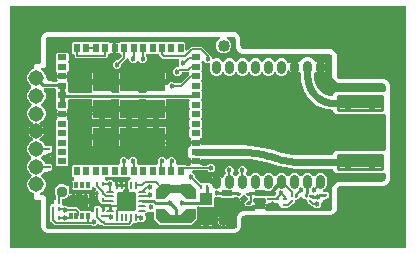
<source format=gbr>
G04 EAGLE Gerber RS-274X export*
G75*
%MOMM*%
%FSLAX34Y34*%
%LPD*%
%INTop Copper*%
%IPPOS*%
%AMOC8*
5,1,8,0,0,1.08239X$1,22.5*%
G01*
%ADD10R,0.350000X0.250000*%
%ADD11R,0.800000X0.500000*%
%ADD12R,0.500000X0.800000*%
%ADD13R,1.600000X1.600000*%
%ADD14R,0.320000X0.630000*%
%ADD15R,1.560000X1.060000*%
%ADD16C,1.016000*%
%ADD17R,0.280000X0.430000*%
%ADD18R,0.430000X0.280000*%
%ADD19C,0.180000*%
%ADD20C,0.320000*%
%ADD21R,2.540000X0.750000*%
%ADD22R,0.250000X0.350000*%
%ADD23R,1.000000X1.100000*%
%ADD24C,0.280000*%
%ADD25C,1.108000*%
%ADD26C,0.250000*%
%ADD27C,0.958000*%
%ADD28C,0.800000*%
%ADD29R,0.900000X0.500000*%
%ADD30R,0.240000X0.240000*%
%ADD31R,0.520000X0.520000*%
%ADD32C,1.308000*%
%ADD33C,0.454000*%
%ADD34C,0.152400*%
%ADD35C,0.150000*%
%ADD36C,0.254000*%
%ADD37C,0.406400*%
%ADD38C,0.304800*%
%ADD39C,0.203200*%
%ADD40C,0.609600*%

G36*
X316218Y-15754D02*
X316218Y-15754D01*
X316337Y-15747D01*
X316375Y-15735D01*
X316416Y-15729D01*
X316526Y-15686D01*
X316639Y-15649D01*
X316674Y-15627D01*
X316711Y-15612D01*
X316807Y-15543D01*
X316908Y-15479D01*
X316936Y-15449D01*
X316969Y-15426D01*
X317045Y-15334D01*
X317126Y-15247D01*
X317146Y-15212D01*
X317171Y-15181D01*
X317222Y-15073D01*
X317280Y-14969D01*
X317290Y-14929D01*
X317307Y-14893D01*
X317329Y-14776D01*
X317359Y-14661D01*
X317363Y-14601D01*
X317367Y-14581D01*
X317365Y-14560D01*
X317369Y-14500D01*
X317369Y187800D01*
X317354Y187918D01*
X317347Y188037D01*
X317334Y188075D01*
X317329Y188116D01*
X317286Y188226D01*
X317249Y188339D01*
X317227Y188374D01*
X317212Y188411D01*
X317143Y188507D01*
X317079Y188608D01*
X317049Y188636D01*
X317026Y188669D01*
X316934Y188745D01*
X316847Y188826D01*
X316812Y188846D01*
X316781Y188871D01*
X316673Y188922D01*
X316569Y188980D01*
X316529Y188990D01*
X316493Y189007D01*
X316376Y189029D01*
X316261Y189059D01*
X316201Y189063D01*
X316181Y189067D01*
X316160Y189065D01*
X316100Y189069D01*
X-17100Y189069D01*
X-17218Y189054D01*
X-17337Y189047D01*
X-17375Y189034D01*
X-17416Y189029D01*
X-17526Y188986D01*
X-17639Y188949D01*
X-17674Y188927D01*
X-17711Y188912D01*
X-17807Y188843D01*
X-17908Y188779D01*
X-17936Y188749D01*
X-17969Y188726D01*
X-18045Y188634D01*
X-18126Y188547D01*
X-18146Y188512D01*
X-18171Y188481D01*
X-18222Y188373D01*
X-18280Y188269D01*
X-18290Y188229D01*
X-18307Y188193D01*
X-18329Y188076D01*
X-18359Y187961D01*
X-18363Y187901D01*
X-18367Y187881D01*
X-18365Y187860D01*
X-18369Y187800D01*
X-18369Y-14500D01*
X-18354Y-14618D01*
X-18347Y-14737D01*
X-18334Y-14775D01*
X-18329Y-14816D01*
X-18286Y-14926D01*
X-18249Y-15039D01*
X-18227Y-15074D01*
X-18212Y-15111D01*
X-18143Y-15208D01*
X-18079Y-15308D01*
X-18049Y-15336D01*
X-18026Y-15369D01*
X-17934Y-15445D01*
X-17847Y-15526D01*
X-17812Y-15546D01*
X-17781Y-15571D01*
X-17673Y-15622D01*
X-17569Y-15680D01*
X-17529Y-15690D01*
X-17493Y-15707D01*
X-17376Y-15729D01*
X-17261Y-15759D01*
X-17201Y-15763D01*
X-17181Y-15767D01*
X-17160Y-15765D01*
X-17100Y-15769D01*
X316100Y-15769D01*
X316218Y-15754D01*
G37*
%LPC*%
G36*
X13184Y-3279D02*
X13184Y-3279D01*
X10038Y-1462D01*
X8221Y1684D01*
X8221Y23952D01*
X8206Y24070D01*
X8199Y24189D01*
X8186Y24227D01*
X8181Y24268D01*
X8138Y24378D01*
X8101Y24491D01*
X8079Y24526D01*
X8064Y24563D01*
X7995Y24659D01*
X7931Y24760D01*
X7901Y24788D01*
X7878Y24821D01*
X7786Y24897D01*
X7699Y24978D01*
X7664Y24998D01*
X7633Y25023D01*
X7525Y25074D01*
X7421Y25132D01*
X7381Y25142D01*
X7345Y25159D01*
X7228Y25181D01*
X7113Y25211D01*
X7053Y25215D01*
X7033Y25219D01*
X7012Y25217D01*
X6952Y25221D01*
X3263Y25221D01*
X2221Y26263D01*
X2221Y29434D01*
X2218Y29464D01*
X2220Y29493D01*
X2198Y29621D01*
X2181Y29750D01*
X2171Y29777D01*
X2166Y29806D01*
X2112Y29925D01*
X2064Y30046D01*
X2047Y30070D01*
X2035Y30096D01*
X1954Y30198D01*
X1878Y30303D01*
X1855Y30322D01*
X1836Y30345D01*
X1733Y30423D01*
X1633Y30506D01*
X1606Y30518D01*
X1582Y30536D01*
X1438Y30607D01*
X-424Y31378D01*
X-2622Y33576D01*
X-3811Y36446D01*
X-3811Y39554D01*
X-2622Y42424D01*
X-444Y44602D01*
X-370Y44697D01*
X-292Y44786D01*
X-273Y44822D01*
X-249Y44854D01*
X-201Y44963D01*
X-147Y45069D01*
X-138Y45108D01*
X-122Y45146D01*
X-104Y45263D01*
X-78Y45379D01*
X-79Y45420D01*
X-72Y45460D01*
X-84Y45578D01*
X-87Y45697D01*
X-98Y45736D01*
X-102Y45776D01*
X-142Y45888D01*
X-176Y46003D01*
X-196Y46037D01*
X-210Y46076D01*
X-277Y46174D01*
X-337Y46277D01*
X-377Y46322D01*
X-388Y46339D01*
X-404Y46352D01*
X-444Y46397D01*
X-2622Y48576D01*
X-3811Y51446D01*
X-3811Y54554D01*
X-2622Y57424D01*
X-444Y59602D01*
X-370Y59697D01*
X-292Y59786D01*
X-273Y59822D01*
X-249Y59854D01*
X-201Y59963D01*
X-147Y60069D01*
X-138Y60108D01*
X-122Y60146D01*
X-104Y60263D01*
X-78Y60379D01*
X-79Y60420D01*
X-72Y60460D01*
X-84Y60578D01*
X-87Y60697D01*
X-98Y60736D01*
X-102Y60776D01*
X-143Y60889D01*
X-176Y61003D01*
X-196Y61037D01*
X-210Y61076D01*
X-277Y61174D01*
X-337Y61277D01*
X-377Y61322D01*
X-388Y61339D01*
X-404Y61352D01*
X-444Y61397D01*
X-2622Y63576D01*
X-3811Y66446D01*
X-3811Y69554D01*
X-2622Y72424D01*
X-424Y74622D01*
X586Y75040D01*
X599Y75047D01*
X613Y75052D01*
X737Y75126D01*
X862Y75198D01*
X873Y75208D01*
X886Y75216D01*
X986Y75318D01*
X1091Y75419D01*
X1098Y75432D01*
X1109Y75442D01*
X1181Y75567D01*
X1257Y75690D01*
X1261Y75704D01*
X1269Y75717D01*
X1308Y75857D01*
X1351Y75994D01*
X1351Y76009D01*
X1355Y76023D01*
X1359Y76168D01*
X1366Y76312D01*
X1363Y76326D01*
X1363Y76341D01*
X1331Y76481D01*
X1301Y76623D01*
X1295Y76637D01*
X1292Y76651D01*
X1225Y76778D01*
X1162Y76909D01*
X1152Y76920D01*
X1145Y76933D01*
X1050Y77040D01*
X955Y77151D01*
X943Y77159D01*
X933Y77170D01*
X805Y77268D01*
X-169Y77919D01*
X-1081Y78831D01*
X-1796Y79902D01*
X-2252Y81001D01*
X952Y81001D01*
X1070Y81016D01*
X1189Y81023D01*
X1227Y81035D01*
X1268Y81041D01*
X1378Y81084D01*
X1491Y81121D01*
X1526Y81143D01*
X1563Y81158D01*
X1659Y81227D01*
X1760Y81291D01*
X1788Y81321D01*
X1821Y81344D01*
X1897Y81436D01*
X1978Y81523D01*
X1998Y81558D01*
X2023Y81589D01*
X2074Y81697D01*
X2132Y81801D01*
X2142Y81841D01*
X2159Y81877D01*
X2181Y81994D01*
X2211Y82109D01*
X2215Y82169D01*
X2219Y82189D01*
X2217Y82210D01*
X2221Y82270D01*
X2221Y83730D01*
X2206Y83848D01*
X2199Y83967D01*
X2186Y84005D01*
X2181Y84046D01*
X2138Y84156D01*
X2101Y84269D01*
X2079Y84304D01*
X2064Y84341D01*
X1995Y84437D01*
X1931Y84538D01*
X1901Y84566D01*
X1878Y84599D01*
X1786Y84675D01*
X1699Y84756D01*
X1664Y84776D01*
X1633Y84801D01*
X1525Y84852D01*
X1421Y84910D01*
X1381Y84920D01*
X1345Y84937D01*
X1228Y84959D01*
X1113Y84989D01*
X1053Y84993D01*
X1033Y84997D01*
X1012Y84995D01*
X952Y84999D01*
X-2252Y84999D01*
X-1796Y86098D01*
X-1081Y87169D01*
X-169Y88081D01*
X805Y88732D01*
X817Y88742D01*
X830Y88748D01*
X937Y88846D01*
X1046Y88940D01*
X1054Y88952D01*
X1065Y88962D01*
X1145Y89083D01*
X1226Y89202D01*
X1232Y89216D01*
X1240Y89228D01*
X1287Y89365D01*
X1337Y89500D01*
X1338Y89515D01*
X1343Y89529D01*
X1354Y89673D01*
X1369Y89817D01*
X1367Y89831D01*
X1368Y89846D01*
X1343Y89989D01*
X1322Y90131D01*
X1316Y90145D01*
X1314Y90159D01*
X1254Y90291D01*
X1198Y90424D01*
X1189Y90436D01*
X1183Y90449D01*
X1093Y90562D01*
X1005Y90677D01*
X994Y90686D01*
X985Y90698D01*
X869Y90785D01*
X756Y90874D01*
X742Y90880D01*
X731Y90889D01*
X586Y90960D01*
X-424Y91378D01*
X-2622Y93576D01*
X-3811Y96446D01*
X-3811Y99554D01*
X-2622Y102424D01*
X-444Y104602D01*
X-370Y104697D01*
X-292Y104786D01*
X-273Y104822D01*
X-249Y104854D01*
X-201Y104963D01*
X-147Y105069D01*
X-138Y105108D01*
X-122Y105146D01*
X-104Y105263D01*
X-78Y105379D01*
X-79Y105420D01*
X-72Y105460D01*
X-84Y105578D01*
X-87Y105697D01*
X-98Y105736D01*
X-102Y105776D01*
X-143Y105889D01*
X-176Y106003D01*
X-196Y106037D01*
X-210Y106076D01*
X-277Y106174D01*
X-337Y106277D01*
X-377Y106322D01*
X-388Y106339D01*
X-404Y106352D01*
X-444Y106397D01*
X-2622Y108576D01*
X-3811Y111446D01*
X-3811Y114554D01*
X-2622Y117424D01*
X-444Y119602D01*
X-370Y119697D01*
X-292Y119786D01*
X-273Y119822D01*
X-249Y119854D01*
X-201Y119963D01*
X-147Y120069D01*
X-138Y120108D01*
X-122Y120146D01*
X-104Y120263D01*
X-78Y120379D01*
X-79Y120420D01*
X-72Y120460D01*
X-84Y120578D01*
X-87Y120697D01*
X-98Y120736D01*
X-102Y120776D01*
X-143Y120889D01*
X-176Y121003D01*
X-196Y121037D01*
X-210Y121076D01*
X-277Y121174D01*
X-337Y121277D01*
X-377Y121322D01*
X-388Y121339D01*
X-404Y121352D01*
X-444Y121397D01*
X-2622Y123576D01*
X-3811Y126446D01*
X-3811Y129554D01*
X-2622Y132424D01*
X-424Y134622D01*
X1438Y135393D01*
X1463Y135408D01*
X1491Y135417D01*
X1601Y135486D01*
X1714Y135550D01*
X1735Y135571D01*
X1760Y135587D01*
X1849Y135681D01*
X1942Y135772D01*
X1958Y135797D01*
X1978Y135818D01*
X2041Y135932D01*
X2109Y136043D01*
X2117Y136071D01*
X2132Y136097D01*
X2164Y136223D01*
X2202Y136347D01*
X2204Y136376D01*
X2211Y136405D01*
X2221Y136566D01*
X2221Y139237D01*
X3263Y140279D01*
X6952Y140279D01*
X7070Y140294D01*
X7189Y140301D01*
X7227Y140314D01*
X7268Y140319D01*
X7378Y140362D01*
X7491Y140399D01*
X7526Y140421D01*
X7563Y140436D01*
X7659Y140505D01*
X7760Y140569D01*
X7788Y140599D01*
X7821Y140622D01*
X7897Y140714D01*
X7978Y140801D01*
X7998Y140836D01*
X8023Y140867D01*
X8074Y140975D01*
X8132Y141079D01*
X8142Y141119D01*
X8159Y141155D01*
X8181Y141272D01*
X8211Y141387D01*
X8215Y141447D01*
X8219Y141467D01*
X8217Y141488D01*
X8221Y141548D01*
X8221Y161816D01*
X10038Y164962D01*
X13184Y166779D01*
X171816Y166779D01*
X174962Y164962D01*
X176779Y161816D01*
X176779Y155500D01*
X176779Y155498D01*
X176779Y155495D01*
X176790Y155334D01*
X176856Y154829D01*
X176858Y154820D01*
X176859Y154811D01*
X176899Y154666D01*
X176937Y154522D01*
X176941Y154513D01*
X176944Y154504D01*
X177015Y154360D01*
X177521Y153485D01*
X177576Y153412D01*
X177624Y153333D01*
X177672Y153285D01*
X177713Y153232D01*
X177785Y153174D01*
X177851Y153110D01*
X177949Y153045D01*
X177962Y153034D01*
X177970Y153031D01*
X177985Y153021D01*
X178860Y152515D01*
X178869Y152512D01*
X178876Y152506D01*
X179015Y152450D01*
X179153Y152392D01*
X179162Y152391D01*
X179171Y152387D01*
X179329Y152356D01*
X179834Y152290D01*
X179837Y152290D01*
X179839Y152289D01*
X180000Y152279D01*
X253316Y152279D01*
X256462Y150462D01*
X258279Y147316D01*
X258279Y130500D01*
X258279Y130498D01*
X258279Y130495D01*
X258290Y130334D01*
X258356Y129829D01*
X258358Y129820D01*
X258359Y129811D01*
X258399Y129667D01*
X258437Y129522D01*
X258441Y129513D01*
X258444Y129504D01*
X258515Y129360D01*
X259021Y128485D01*
X259076Y128412D01*
X259124Y128333D01*
X259172Y128285D01*
X259213Y128232D01*
X259285Y128174D01*
X259351Y128110D01*
X259449Y128045D01*
X259462Y128034D01*
X259470Y128031D01*
X259485Y128021D01*
X260360Y127515D01*
X260369Y127512D01*
X260376Y127506D01*
X260515Y127450D01*
X260653Y127392D01*
X260662Y127391D01*
X260671Y127387D01*
X260829Y127356D01*
X261334Y127290D01*
X261337Y127290D01*
X261339Y127289D01*
X261500Y127279D01*
X298316Y127279D01*
X301462Y125462D01*
X303279Y122316D01*
X303279Y41684D01*
X301462Y38538D01*
X298316Y36721D01*
X261500Y36721D01*
X261498Y36721D01*
X261495Y36721D01*
X261334Y36710D01*
X260829Y36644D01*
X260820Y36642D01*
X260811Y36641D01*
X260667Y36601D01*
X260522Y36563D01*
X260513Y36559D01*
X260504Y36556D01*
X260360Y36485D01*
X259485Y35979D01*
X259412Y35924D01*
X259333Y35876D01*
X259285Y35828D01*
X259232Y35787D01*
X259174Y35715D01*
X259110Y35649D01*
X259045Y35551D01*
X259034Y35538D01*
X259031Y35530D01*
X259021Y35515D01*
X258515Y34640D01*
X258512Y34631D01*
X258506Y34624D01*
X258450Y34485D01*
X258392Y34347D01*
X258391Y34338D01*
X258387Y34329D01*
X258356Y34171D01*
X258290Y33666D01*
X258290Y33663D01*
X258289Y33661D01*
X258279Y33500D01*
X258279Y16684D01*
X256462Y13538D01*
X253316Y11721D01*
X180500Y11721D01*
X180498Y11721D01*
X180495Y11721D01*
X180334Y11710D01*
X179829Y11644D01*
X179820Y11642D01*
X179811Y11641D01*
X179667Y11601D01*
X179522Y11563D01*
X179513Y11559D01*
X179504Y11556D01*
X179360Y11485D01*
X178485Y10979D01*
X178412Y10924D01*
X178333Y10876D01*
X178285Y10828D01*
X178232Y10787D01*
X178174Y10715D01*
X178110Y10649D01*
X178045Y10551D01*
X178034Y10538D01*
X178031Y10530D01*
X178021Y10515D01*
X177515Y9640D01*
X177512Y9631D01*
X177506Y9624D01*
X177450Y9485D01*
X177392Y9347D01*
X177391Y9338D01*
X177387Y9329D01*
X177356Y9171D01*
X177290Y8666D01*
X177290Y8663D01*
X177289Y8661D01*
X177279Y8500D01*
X177279Y1684D01*
X175462Y-1462D01*
X172316Y-3279D01*
X13184Y-3279D01*
G37*
%LPD*%
G36*
X170502Y279D02*
X170502Y279D01*
X170505Y279D01*
X170666Y290D01*
X171171Y356D01*
X171180Y358D01*
X171189Y359D01*
X171333Y399D01*
X171478Y437D01*
X171487Y441D01*
X171496Y444D01*
X171640Y515D01*
X172515Y1021D01*
X172588Y1076D01*
X172667Y1124D01*
X172715Y1172D01*
X172768Y1213D01*
X172826Y1285D01*
X172890Y1351D01*
X172955Y1449D01*
X172966Y1462D01*
X172969Y1470D01*
X172979Y1485D01*
X173485Y2360D01*
X173488Y2369D01*
X173494Y2376D01*
X173550Y2515D01*
X173608Y2653D01*
X173609Y2662D01*
X173613Y2671D01*
X173644Y2829D01*
X173710Y3334D01*
X173710Y3337D01*
X173711Y3339D01*
X173721Y3500D01*
X173721Y10316D01*
X175538Y13462D01*
X178684Y15279D01*
X187813Y15279D01*
X187862Y15285D01*
X187912Y15283D01*
X188019Y15305D01*
X188128Y15319D01*
X188174Y15337D01*
X188223Y15347D01*
X188322Y15395D01*
X188424Y15436D01*
X188464Y15465D01*
X188509Y15487D01*
X188592Y15558D01*
X188681Y15622D01*
X188713Y15661D01*
X188751Y15693D01*
X188814Y15783D01*
X188884Y15867D01*
X188905Y15912D01*
X188934Y15953D01*
X188973Y16056D01*
X189020Y16155D01*
X189029Y16204D01*
X189046Y16250D01*
X189059Y16360D01*
X189079Y16467D01*
X189076Y16517D01*
X189082Y16566D01*
X189066Y16675D01*
X189060Y16785D01*
X189044Y16832D01*
X189037Y16881D01*
X188999Y16993D01*
X188999Y18231D01*
X193500Y18231D01*
X193618Y18246D01*
X193737Y18253D01*
X193775Y18265D01*
X193815Y18270D01*
X193926Y18314D01*
X194039Y18351D01*
X194073Y18373D01*
X194111Y18387D01*
X194207Y18457D01*
X194308Y18521D01*
X194336Y18551D01*
X194368Y18574D01*
X194369Y18575D01*
X194445Y18666D01*
X194522Y18749D01*
X194526Y18753D01*
X194546Y18789D01*
X194572Y18820D01*
X194622Y18927D01*
X194680Y19032D01*
X194690Y19071D01*
X194707Y19107D01*
X194729Y19224D01*
X194759Y19340D01*
X194763Y19400D01*
X194767Y19420D01*
X194766Y19440D01*
X194769Y19500D01*
X194769Y22001D01*
X197338Y22001D01*
X197476Y22018D01*
X197614Y22031D01*
X197633Y22038D01*
X197653Y22041D01*
X197783Y22092D01*
X197914Y22139D01*
X197930Y22150D01*
X197949Y22158D01*
X198062Y22239D01*
X198177Y22317D01*
X198190Y22333D01*
X198207Y22344D01*
X198295Y22451D01*
X198387Y22556D01*
X198396Y22574D01*
X198409Y22589D01*
X198468Y22715D01*
X198532Y22839D01*
X198536Y22859D01*
X198545Y22877D01*
X198571Y23014D01*
X198601Y23149D01*
X198601Y23170D01*
X198605Y23189D01*
X198596Y23328D01*
X198592Y23467D01*
X198586Y23487D01*
X198585Y23507D01*
X198542Y23639D01*
X198503Y23773D01*
X198493Y23790D01*
X198487Y23809D01*
X198412Y23927D01*
X198342Y24047D01*
X198323Y24068D01*
X198317Y24078D01*
X198302Y24092D01*
X198235Y24168D01*
X198229Y24174D01*
X198229Y25460D01*
X198214Y25578D01*
X198207Y25697D01*
X198194Y25735D01*
X198189Y25776D01*
X198146Y25886D01*
X198109Y25999D01*
X198087Y26034D01*
X198072Y26071D01*
X198003Y26167D01*
X197939Y26268D01*
X197909Y26296D01*
X197886Y26329D01*
X197794Y26405D01*
X197707Y26486D01*
X197672Y26506D01*
X197641Y26531D01*
X197533Y26582D01*
X197429Y26640D01*
X197389Y26650D01*
X197353Y26667D01*
X197236Y26689D01*
X197121Y26719D01*
X197061Y26723D01*
X197041Y26727D01*
X197020Y26725D01*
X196960Y26729D01*
X189011Y26729D01*
X188893Y26714D01*
X188774Y26707D01*
X188736Y26694D01*
X188695Y26689D01*
X188585Y26646D01*
X188472Y26609D01*
X188437Y26587D01*
X188400Y26572D01*
X188303Y26503D01*
X188203Y26439D01*
X188175Y26409D01*
X188142Y26386D01*
X188066Y26294D01*
X187985Y26207D01*
X187965Y26172D01*
X187940Y26141D01*
X187889Y26033D01*
X187831Y25929D01*
X187821Y25889D01*
X187804Y25853D01*
X187782Y25736D01*
X187752Y25621D01*
X187748Y25561D01*
X187744Y25541D01*
X187746Y25520D01*
X187742Y25460D01*
X187742Y23270D01*
X187757Y23152D01*
X187764Y23033D01*
X187776Y22995D01*
X187782Y22954D01*
X187825Y22844D01*
X187862Y22731D01*
X187884Y22696D01*
X187899Y22659D01*
X187968Y22563D01*
X188032Y22462D01*
X188062Y22434D01*
X188085Y22401D01*
X188177Y22325D01*
X188264Y22244D01*
X188299Y22224D01*
X188330Y22199D01*
X188438Y22148D01*
X188542Y22090D01*
X188582Y22080D01*
X188618Y22063D01*
X188735Y22041D01*
X188850Y22011D01*
X188910Y22007D01*
X188930Y22003D01*
X188951Y22005D01*
X189011Y22001D01*
X192231Y22001D01*
X192231Y20769D01*
X188283Y20769D01*
X188161Y20832D01*
X188141Y20836D01*
X188123Y20845D01*
X187986Y20871D01*
X187851Y20901D01*
X187830Y20901D01*
X187810Y20905D01*
X187672Y20896D01*
X187533Y20892D01*
X187513Y20886D01*
X187493Y20885D01*
X187361Y20842D01*
X187227Y20803D01*
X187210Y20793D01*
X187191Y20787D01*
X187073Y20712D01*
X186953Y20642D01*
X186932Y20623D01*
X186922Y20617D01*
X186908Y20602D01*
X186832Y20535D01*
X186026Y19729D01*
X181074Y19729D01*
X180329Y20474D01*
X180329Y21131D01*
X180326Y21160D01*
X180328Y21189D01*
X180306Y21317D01*
X180289Y21446D01*
X180279Y21474D01*
X180273Y21503D01*
X180220Y21621D01*
X180172Y21742D01*
X180155Y21766D01*
X180143Y21793D01*
X180062Y21894D01*
X179986Y21999D01*
X179963Y22018D01*
X179944Y22041D01*
X179840Y22119D01*
X179741Y22202D01*
X179714Y22215D01*
X179690Y22232D01*
X179546Y22303D01*
X179458Y22340D01*
X179351Y22428D01*
X179332Y22437D01*
X179316Y22449D01*
X179188Y22505D01*
X179063Y22564D01*
X179043Y22568D01*
X179025Y22576D01*
X178960Y22586D01*
X178922Y22698D01*
X178876Y22839D01*
X178871Y22848D01*
X178867Y22857D01*
X178786Y22982D01*
X178706Y23108D01*
X178699Y23115D01*
X178693Y23123D01*
X178581Y23239D01*
X178524Y23279D01*
X178475Y23326D01*
X178474Y23326D01*
X178395Y23370D01*
X178320Y23422D01*
X178256Y23446D01*
X178196Y23480D01*
X178108Y23502D01*
X178023Y23534D01*
X177954Y23542D01*
X177888Y23559D01*
X177727Y23569D01*
X175969Y23569D01*
X175969Y23899D01*
X175996Y23917D01*
X176009Y23933D01*
X176026Y23944D01*
X176114Y24051D01*
X176206Y24156D01*
X176216Y24174D01*
X176228Y24189D01*
X176288Y24315D01*
X176351Y24439D01*
X176355Y24459D01*
X176364Y24477D01*
X176390Y24613D01*
X176421Y24749D01*
X176420Y24770D01*
X176424Y24789D01*
X176415Y24928D01*
X176411Y25067D01*
X176405Y25087D01*
X176404Y25107D01*
X176361Y25239D01*
X176323Y25373D01*
X176312Y25390D01*
X176306Y25409D01*
X176232Y25527D01*
X176161Y25647D01*
X176142Y25668D01*
X176136Y25678D01*
X176121Y25692D01*
X176055Y25768D01*
X175822Y26000D01*
X175803Y26046D01*
X175800Y26097D01*
X175788Y26135D01*
X175782Y26176D01*
X175739Y26286D01*
X175702Y26399D01*
X175680Y26434D01*
X175665Y26471D01*
X175596Y26567D01*
X175532Y26668D01*
X175502Y26696D01*
X175479Y26729D01*
X175387Y26805D01*
X175300Y26886D01*
X175265Y26906D01*
X175234Y26931D01*
X175126Y26982D01*
X175022Y27040D01*
X174982Y27050D01*
X174946Y27067D01*
X174829Y27089D01*
X174714Y27119D01*
X174654Y27123D01*
X174634Y27127D01*
X174613Y27125D01*
X174553Y27129D01*
X172974Y27129D01*
X172848Y27255D01*
X172753Y27328D01*
X172664Y27407D01*
X172628Y27426D01*
X172596Y27450D01*
X172487Y27498D01*
X172381Y27552D01*
X172342Y27561D01*
X172304Y27577D01*
X172187Y27595D01*
X172071Y27621D01*
X172030Y27620D01*
X171990Y27627D01*
X171872Y27615D01*
X171753Y27612D01*
X171714Y27601D01*
X171674Y27597D01*
X171562Y27556D01*
X171447Y27523D01*
X171412Y27503D01*
X171374Y27489D01*
X171276Y27422D01*
X171173Y27362D01*
X171128Y27322D01*
X171111Y27311D01*
X171098Y27295D01*
X171053Y27255D01*
X170526Y26729D01*
X160474Y26729D01*
X160253Y26950D01*
X160158Y27023D01*
X160069Y27102D01*
X160033Y27120D01*
X160001Y27145D01*
X159892Y27193D01*
X159786Y27247D01*
X159747Y27256D01*
X159709Y27272D01*
X159592Y27290D01*
X159476Y27316D01*
X159435Y27315D01*
X159395Y27321D01*
X159276Y27310D01*
X159158Y27307D01*
X159119Y27295D01*
X159079Y27292D01*
X158967Y27251D01*
X158852Y27218D01*
X158817Y27198D01*
X158779Y27184D01*
X158681Y27117D01*
X158578Y27057D01*
X158533Y27017D01*
X158516Y27005D01*
X158503Y26990D01*
X158468Y26959D01*
X155540Y26959D01*
X155422Y26944D01*
X155303Y26937D01*
X155265Y26924D01*
X155224Y26919D01*
X155114Y26876D01*
X155001Y26839D01*
X154966Y26817D01*
X154929Y26802D01*
X154833Y26733D01*
X154732Y26669D01*
X154704Y26639D01*
X154671Y26616D01*
X154595Y26524D01*
X154514Y26437D01*
X154494Y26402D01*
X154469Y26371D01*
X154418Y26263D01*
X154360Y26159D01*
X154350Y26119D01*
X154333Y26083D01*
X154311Y25966D01*
X154281Y25851D01*
X154277Y25791D01*
X154273Y25771D01*
X154275Y25750D01*
X154271Y25690D01*
X154271Y19574D01*
X153526Y18829D01*
X142474Y18829D01*
X142215Y19088D01*
X142137Y19148D01*
X142065Y19216D01*
X142012Y19245D01*
X141964Y19282D01*
X141873Y19322D01*
X141787Y19370D01*
X141728Y19385D01*
X141672Y19409D01*
X141574Y19424D01*
X141479Y19449D01*
X141379Y19455D01*
X141358Y19459D01*
X141346Y19457D01*
X141333Y19458D01*
X141331Y19459D01*
X141330Y19459D01*
X141318Y19459D01*
X141291Y19459D01*
X141153Y19442D01*
X141014Y19429D01*
X140995Y19422D01*
X140975Y19419D01*
X140846Y19368D01*
X140715Y19321D01*
X140698Y19310D01*
X140680Y19302D01*
X140567Y19221D01*
X140452Y19143D01*
X140439Y19127D01*
X140422Y19116D01*
X140333Y19008D01*
X140242Y18904D01*
X140232Y18886D01*
X140219Y18871D01*
X140160Y18745D01*
X140097Y18621D01*
X140093Y18601D01*
X140084Y18583D01*
X140058Y18447D01*
X140027Y18311D01*
X140028Y18290D01*
X140024Y18271D01*
X140033Y18132D01*
X140037Y17993D01*
X140043Y17973D01*
X140044Y17953D01*
X140087Y17821D01*
X140125Y17687D01*
X140136Y17670D01*
X140142Y17651D01*
X140152Y17635D01*
X140152Y8666D01*
X135184Y3698D01*
X126203Y3698D01*
X126128Y3740D01*
X126069Y3755D01*
X126013Y3779D01*
X125915Y3794D01*
X125820Y3819D01*
X125720Y3825D01*
X125699Y3829D01*
X125687Y3827D01*
X125659Y3829D01*
X118341Y3829D01*
X118243Y3817D01*
X118144Y3814D01*
X118085Y3797D01*
X118025Y3789D01*
X117933Y3753D01*
X117838Y3725D01*
X117792Y3698D01*
X108816Y3698D01*
X103848Y8666D01*
X103848Y13780D01*
X103833Y13898D01*
X103826Y14017D01*
X103813Y14055D01*
X103808Y14096D01*
X103765Y14206D01*
X103728Y14319D01*
X103706Y14354D01*
X103691Y14391D01*
X103622Y14487D01*
X103558Y14588D01*
X103528Y14616D01*
X103505Y14649D01*
X103413Y14725D01*
X103326Y14806D01*
X103291Y14826D01*
X103260Y14851D01*
X103152Y14902D01*
X103048Y14960D01*
X103008Y14970D01*
X102972Y14987D01*
X102855Y15009D01*
X102740Y15039D01*
X102680Y15043D01*
X102660Y15047D01*
X102639Y15045D01*
X102579Y15049D01*
X99045Y15049D01*
X98947Y15037D01*
X98848Y15034D01*
X98789Y15017D01*
X98729Y15009D01*
X98637Y14973D01*
X98542Y14945D01*
X98490Y14915D01*
X98434Y14892D01*
X98354Y14834D01*
X98268Y14784D01*
X98193Y14718D01*
X98176Y14706D01*
X98169Y14696D01*
X98147Y14678D01*
X97199Y13729D01*
X96842Y13729D01*
X96704Y13712D01*
X96566Y13699D01*
X96547Y13692D01*
X96527Y13689D01*
X96398Y13638D01*
X96267Y13591D01*
X96250Y13580D01*
X96231Y13572D01*
X96119Y13491D01*
X96004Y13413D01*
X95990Y13397D01*
X95974Y13386D01*
X95885Y13278D01*
X95793Y13174D01*
X95784Y13156D01*
X95771Y13141D01*
X95712Y13015D01*
X95648Y12891D01*
X95644Y12871D01*
X95635Y12853D01*
X95609Y12716D01*
X95579Y12581D01*
X95579Y12560D01*
X95576Y12541D01*
X95584Y12402D01*
X95588Y12263D01*
X95594Y12243D01*
X95595Y12223D01*
X95638Y12091D01*
X95677Y11957D01*
X95687Y11940D01*
X95693Y11921D01*
X95768Y11803D01*
X95838Y11683D01*
X95857Y11662D01*
X95864Y11652D01*
X95879Y11638D01*
X95945Y11563D01*
X96541Y10967D01*
X96541Y8033D01*
X94467Y5959D01*
X91533Y5959D01*
X91379Y6114D01*
X91285Y6187D01*
X91195Y6266D01*
X91159Y6284D01*
X91128Y6309D01*
X91018Y6356D01*
X90912Y6410D01*
X90873Y6419D01*
X90836Y6435D01*
X90718Y6454D01*
X90602Y6480D01*
X90562Y6479D01*
X90522Y6485D01*
X90403Y6474D01*
X90284Y6470D01*
X90245Y6459D01*
X90205Y6455D01*
X90093Y6415D01*
X89979Y6382D01*
X89944Y6361D01*
X89906Y6348D01*
X89807Y6281D01*
X89705Y6220D01*
X89659Y6181D01*
X89643Y6169D01*
X89629Y6154D01*
X89584Y6114D01*
X89099Y5629D01*
X87176Y5629D01*
X87083Y5677D01*
X87044Y5685D01*
X87007Y5701D01*
X86889Y5720D01*
X86773Y5746D01*
X86733Y5745D01*
X86693Y5751D01*
X86574Y5740D01*
X86455Y5737D01*
X86416Y5725D01*
X86376Y5722D01*
X86264Y5681D01*
X86150Y5648D01*
X86115Y5628D01*
X86077Y5614D01*
X85978Y5547D01*
X85876Y5487D01*
X85831Y5447D01*
X85814Y5435D01*
X85800Y5420D01*
X85755Y5380D01*
X84773Y4398D01*
X84772Y4398D01*
X83210Y2835D01*
X60916Y2835D01*
X60344Y3408D01*
X60266Y3468D01*
X60194Y3536D01*
X60141Y3565D01*
X60093Y3602D01*
X60002Y3642D01*
X59915Y3690D01*
X59857Y3705D01*
X59801Y3729D01*
X59703Y3744D01*
X59607Y3769D01*
X59507Y3775D01*
X59487Y3779D01*
X59475Y3777D01*
X59447Y3779D01*
X57824Y3779D01*
X57363Y4240D01*
X57268Y4313D01*
X57179Y4392D01*
X57143Y4410D01*
X57111Y4435D01*
X57002Y4483D01*
X56896Y4537D01*
X56857Y4545D01*
X56819Y4562D01*
X56702Y4580D01*
X56586Y4606D01*
X56545Y4605D01*
X56505Y4611D01*
X56387Y4600D01*
X56268Y4597D01*
X56229Y4585D01*
X56189Y4582D01*
X56077Y4541D01*
X55962Y4508D01*
X55928Y4488D01*
X55889Y4474D01*
X55791Y4407D01*
X55688Y4347D01*
X55643Y4307D01*
X55626Y4295D01*
X55613Y4280D01*
X55568Y4240D01*
X54335Y3007D01*
X51401Y3007D01*
X51313Y3096D01*
X51235Y3156D01*
X51163Y3224D01*
X51110Y3253D01*
X51062Y3290D01*
X50971Y3330D01*
X50884Y3378D01*
X50826Y3393D01*
X50770Y3417D01*
X50672Y3432D01*
X50576Y3457D01*
X50476Y3463D01*
X50456Y3467D01*
X50444Y3465D01*
X50416Y3467D01*
X19658Y3467D01*
X16918Y6208D01*
X16839Y6268D01*
X16767Y6336D01*
X16714Y6365D01*
X16666Y6402D01*
X16576Y6442D01*
X16489Y6490D01*
X16430Y6505D01*
X16375Y6529D01*
X16277Y6544D01*
X16181Y6569D01*
X16081Y6575D01*
X16061Y6579D01*
X16048Y6577D01*
X16024Y6579D01*
X15279Y7324D01*
X15279Y12698D01*
X15357Y12786D01*
X15376Y12822D01*
X15400Y12854D01*
X15448Y12963D01*
X15502Y13069D01*
X15511Y13108D01*
X15527Y13146D01*
X15545Y13263D01*
X15571Y13379D01*
X15570Y13420D01*
X15577Y13460D01*
X15565Y13578D01*
X15562Y13697D01*
X15551Y13736D01*
X15547Y13776D01*
X15506Y13888D01*
X15473Y14003D01*
X15453Y14037D01*
X15439Y14076D01*
X15372Y14174D01*
X15312Y14277D01*
X15279Y14314D01*
X15279Y19676D01*
X16378Y20775D01*
X16438Y20853D01*
X16506Y20925D01*
X16535Y20978D01*
X16572Y21026D01*
X16612Y21117D01*
X16660Y21203D01*
X16675Y21262D01*
X16699Y21318D01*
X16714Y21416D01*
X16739Y21511D01*
X16745Y21611D01*
X16749Y21632D01*
X16747Y21644D01*
X16749Y21672D01*
X16749Y21831D01*
X18000Y21831D01*
X18118Y21846D01*
X18237Y21853D01*
X18275Y21865D01*
X18315Y21870D01*
X18426Y21914D01*
X18539Y21951D01*
X18573Y21973D01*
X18611Y21987D01*
X18707Y22057D01*
X18808Y22121D01*
X18836Y22151D01*
X18868Y22174D01*
X18869Y22175D01*
X18945Y22266D01*
X19021Y22348D01*
X19026Y22353D01*
X19046Y22389D01*
X19072Y22420D01*
X19122Y22527D01*
X19180Y22632D01*
X19190Y22671D01*
X19207Y22707D01*
X19229Y22824D01*
X19259Y22940D01*
X19263Y23000D01*
X19267Y23020D01*
X19266Y23040D01*
X19269Y23100D01*
X19269Y24851D01*
X19428Y24851D01*
X19526Y24863D01*
X19625Y24866D01*
X19683Y24883D01*
X19743Y24891D01*
X19836Y24927D01*
X19931Y24955D01*
X19983Y24985D01*
X20039Y25008D01*
X20119Y25066D01*
X20205Y25116D01*
X20280Y25182D01*
X20296Y25194D01*
X20304Y25204D01*
X20325Y25222D01*
X20596Y25493D01*
X20656Y25571D01*
X20724Y25643D01*
X20753Y25696D01*
X20790Y25744D01*
X20830Y25835D01*
X20878Y25921D01*
X20893Y25980D01*
X20917Y26036D01*
X20932Y26134D01*
X20957Y26229D01*
X20963Y26329D01*
X20967Y26350D01*
X20965Y26362D01*
X20967Y26390D01*
X20967Y27436D01*
X20955Y27534D01*
X20952Y27633D01*
X20935Y27691D01*
X20927Y27751D01*
X20891Y27843D01*
X20863Y27939D01*
X20833Y27991D01*
X20810Y28047D01*
X20752Y28127D01*
X20702Y28212D01*
X20636Y28288D01*
X20624Y28304D01*
X20614Y28312D01*
X20596Y28333D01*
X20362Y28567D01*
X19439Y30794D01*
X19439Y33206D01*
X20362Y35433D01*
X22067Y37138D01*
X24294Y38061D01*
X26706Y38061D01*
X28933Y37138D01*
X29212Y36859D01*
X29322Y36773D01*
X29429Y36685D01*
X29448Y36676D01*
X29464Y36664D01*
X29592Y36608D01*
X29717Y36549D01*
X29737Y36545D01*
X29756Y36537D01*
X29894Y36515D01*
X30030Y36489D01*
X30050Y36491D01*
X30070Y36488D01*
X30209Y36501D01*
X30347Y36509D01*
X30366Y36515D01*
X30386Y36517D01*
X30518Y36565D01*
X30649Y36607D01*
X30666Y36618D01*
X30686Y36625D01*
X30801Y36703D01*
X30918Y36777D01*
X30932Y36792D01*
X30949Y36804D01*
X31041Y36907D01*
X31136Y37009D01*
X31146Y37027D01*
X31159Y37042D01*
X31223Y37166D01*
X31290Y37288D01*
X31295Y37307D01*
X31304Y37325D01*
X31334Y37461D01*
X31369Y37595D01*
X31371Y37623D01*
X31374Y37635D01*
X31373Y37656D01*
X31379Y37756D01*
X31379Y40776D01*
X31380Y40777D01*
X31711Y40777D01*
X31711Y37626D01*
X31711Y33785D01*
X31708Y33779D01*
X31650Y33675D01*
X31640Y33635D01*
X31623Y33599D01*
X31601Y33482D01*
X31571Y33367D01*
X31567Y33307D01*
X31563Y33287D01*
X31565Y33266D01*
X31561Y33206D01*
X31561Y30896D01*
X31576Y30778D01*
X31583Y30659D01*
X31596Y30621D01*
X31601Y30580D01*
X31644Y30470D01*
X31681Y30357D01*
X31703Y30322D01*
X31718Y30285D01*
X31787Y30189D01*
X31851Y30088D01*
X31881Y30060D01*
X31904Y30027D01*
X31996Y29951D01*
X32083Y29870D01*
X32118Y29850D01*
X32149Y29825D01*
X32257Y29774D01*
X32361Y29716D01*
X32401Y29706D01*
X32437Y29689D01*
X32554Y29667D01*
X32669Y29637D01*
X32729Y29633D01*
X32749Y29629D01*
X32770Y29631D01*
X32830Y29627D01*
X37941Y29627D01*
X37941Y26865D01*
X32679Y26865D01*
X32679Y27544D01*
X32662Y27681D01*
X32649Y27820D01*
X32642Y27839D01*
X32639Y27859D01*
X32588Y27988D01*
X32541Y28119D01*
X32530Y28136D01*
X32522Y28155D01*
X32441Y28268D01*
X32363Y28383D01*
X32347Y28396D01*
X32336Y28412D01*
X32228Y28501D01*
X32124Y28593D01*
X32106Y28602D01*
X32091Y28615D01*
X31965Y28674D01*
X31841Y28738D01*
X31821Y28742D01*
X31803Y28751D01*
X31666Y28777D01*
X31531Y28807D01*
X31510Y28807D01*
X31491Y28811D01*
X31352Y28802D01*
X31213Y28798D01*
X31193Y28792D01*
X31173Y28791D01*
X31041Y28748D01*
X30907Y28709D01*
X30890Y28699D01*
X30871Y28693D01*
X30753Y28618D01*
X30633Y28548D01*
X30612Y28529D01*
X30602Y28523D01*
X30588Y28508D01*
X30513Y28441D01*
X28933Y26862D01*
X26669Y25924D01*
X26553Y25917D01*
X26515Y25904D01*
X26474Y25899D01*
X26364Y25856D01*
X26251Y25819D01*
X26216Y25797D01*
X26179Y25782D01*
X26083Y25713D01*
X25982Y25649D01*
X25954Y25619D01*
X25921Y25596D01*
X25845Y25504D01*
X25764Y25417D01*
X25744Y25382D01*
X25719Y25351D01*
X25668Y25243D01*
X25610Y25139D01*
X25600Y25099D01*
X25583Y25063D01*
X25561Y24946D01*
X25531Y24831D01*
X25527Y24771D01*
X25523Y24751D01*
X25525Y24730D01*
X25521Y24670D01*
X25521Y21310D01*
X25536Y21192D01*
X25543Y21073D01*
X25556Y21035D01*
X25561Y20994D01*
X25604Y20884D01*
X25641Y20771D01*
X25663Y20736D01*
X25678Y20699D01*
X25747Y20603D01*
X25811Y20502D01*
X25841Y20474D01*
X25864Y20441D01*
X25956Y20365D01*
X26043Y20284D01*
X26078Y20264D01*
X26109Y20239D01*
X26217Y20188D01*
X26321Y20130D01*
X26361Y20120D01*
X26397Y20103D01*
X26514Y20081D01*
X26629Y20051D01*
X26689Y20047D01*
X26709Y20043D01*
X26730Y20045D01*
X26790Y20041D01*
X29467Y20041D01*
X30513Y18995D01*
X30622Y18910D01*
X30729Y18821D01*
X30748Y18812D01*
X30764Y18800D01*
X30891Y18745D01*
X31017Y18685D01*
X31037Y18682D01*
X31056Y18674D01*
X31194Y18652D01*
X31330Y18626D01*
X31350Y18627D01*
X31370Y18624D01*
X31509Y18637D01*
X31647Y18645D01*
X31666Y18652D01*
X31686Y18653D01*
X31818Y18701D01*
X31949Y18743D01*
X31967Y18754D01*
X31986Y18761D01*
X32101Y18839D01*
X32218Y18914D01*
X32232Y18928D01*
X32249Y18940D01*
X32341Y19044D01*
X32436Y19145D01*
X32446Y19163D01*
X32459Y19178D01*
X32523Y19302D01*
X32590Y19424D01*
X32595Y19443D01*
X32604Y19461D01*
X32634Y19597D01*
X32669Y19732D01*
X32671Y19760D01*
X32674Y19772D01*
X32673Y19792D01*
X32679Y19892D01*
X32679Y21787D01*
X37941Y21787D01*
X37941Y19460D01*
X37953Y19361D01*
X37956Y19262D01*
X37973Y19204D01*
X37981Y19144D01*
X38017Y19052D01*
X38045Y18957D01*
X38075Y18905D01*
X38098Y18848D01*
X38156Y18768D01*
X38206Y18683D01*
X38273Y18608D01*
X38285Y18591D01*
X38294Y18583D01*
X38313Y18562D01*
X41056Y15818D01*
X41135Y15758D01*
X41207Y15690D01*
X41260Y15661D01*
X41308Y15624D01*
X41398Y15584D01*
X41485Y15536D01*
X41544Y15521D01*
X41599Y15497D01*
X41697Y15482D01*
X41793Y15457D01*
X41893Y15451D01*
X41913Y15447D01*
X41926Y15449D01*
X41954Y15447D01*
X50106Y15447D01*
X50613Y14941D01*
X50722Y14856D01*
X50829Y14767D01*
X50848Y14758D01*
X50864Y14746D01*
X50992Y14690D01*
X51117Y14631D01*
X51137Y14627D01*
X51156Y14619D01*
X51294Y14597D01*
X51430Y14571D01*
X51450Y14573D01*
X51470Y14569D01*
X51609Y14583D01*
X51747Y14591D01*
X51766Y14597D01*
X51786Y14599D01*
X51917Y14646D01*
X52049Y14689D01*
X52067Y14700D01*
X52086Y14707D01*
X52200Y14785D01*
X52318Y14859D01*
X52332Y14874D01*
X52349Y14885D01*
X52441Y14989D01*
X52536Y15091D01*
X52546Y15109D01*
X52559Y15124D01*
X52622Y15248D01*
X52690Y15369D01*
X52695Y15389D01*
X52704Y15407D01*
X52734Y15543D01*
X52769Y15677D01*
X52771Y15705D01*
X52774Y15717D01*
X52773Y15738D01*
X52779Y15838D01*
X52779Y19076D01*
X53524Y19821D01*
X57418Y19821D01*
X57509Y19832D01*
X57517Y19807D01*
X57527Y19790D01*
X57533Y19771D01*
X57608Y19653D01*
X57678Y19533D01*
X57697Y19512D01*
X57703Y19502D01*
X57718Y19488D01*
X57785Y19412D01*
X58275Y18922D01*
X58353Y18862D01*
X58425Y18794D01*
X58478Y18765D01*
X58526Y18728D01*
X58617Y18688D01*
X58703Y18640D01*
X58762Y18625D01*
X58818Y18601D01*
X58916Y18586D01*
X59011Y18561D01*
X59112Y18555D01*
X59132Y18551D01*
X59144Y18553D01*
X59172Y18551D01*
X59281Y18551D01*
X59281Y16400D01*
X59296Y16282D01*
X59303Y16163D01*
X59315Y16125D01*
X59320Y16085D01*
X59364Y15974D01*
X59401Y15861D01*
X59423Y15827D01*
X59437Y15789D01*
X59507Y15693D01*
X59571Y15592D01*
X59601Y15564D01*
X59624Y15532D01*
X59716Y15456D01*
X59803Y15374D01*
X59838Y15355D01*
X59869Y15329D01*
X59977Y15278D01*
X60081Y15221D01*
X60120Y15211D01*
X60157Y15193D01*
X60274Y15171D01*
X60389Y15141D01*
X60449Y15137D01*
X60469Y15134D01*
X60470Y15134D01*
X60490Y15135D01*
X60550Y15131D01*
X60668Y15146D01*
X60787Y15153D01*
X60825Y15166D01*
X60866Y15171D01*
X60976Y15215D01*
X61090Y15251D01*
X61124Y15273D01*
X61161Y15288D01*
X61258Y15358D01*
X61358Y15422D01*
X61386Y15451D01*
X61419Y15475D01*
X61495Y15567D01*
X61576Y15653D01*
X61596Y15689D01*
X61622Y15720D01*
X61672Y15827D01*
X61730Y15932D01*
X61740Y15971D01*
X61757Y16007D01*
X61779Y16124D01*
X61809Y16240D01*
X61813Y16300D01*
X61817Y16320D01*
X61816Y16340D01*
X61819Y16400D01*
X61819Y18551D01*
X61930Y18551D01*
X62048Y18566D01*
X62167Y18573D01*
X62205Y18585D01*
X62246Y18591D01*
X62347Y18631D01*
X65431Y18631D01*
X65431Y15900D01*
X65446Y15782D01*
X65453Y15663D01*
X65465Y15625D01*
X65470Y15585D01*
X65514Y15474D01*
X65551Y15361D01*
X65573Y15327D01*
X65587Y15289D01*
X65657Y15193D01*
X65721Y15092D01*
X65751Y15064D01*
X65774Y15032D01*
X65866Y14956D01*
X65953Y14874D01*
X65988Y14855D01*
X66019Y14829D01*
X66127Y14778D01*
X66231Y14721D01*
X66270Y14711D01*
X66307Y14693D01*
X66424Y14671D01*
X66539Y14641D01*
X66599Y14637D01*
X66619Y14634D01*
X66620Y14634D01*
X66640Y14635D01*
X66700Y14631D01*
X66818Y14646D01*
X66937Y14653D01*
X66975Y14666D01*
X67016Y14671D01*
X67126Y14715D01*
X67240Y14751D01*
X67274Y14773D01*
X67311Y14788D01*
X67408Y14858D01*
X67508Y14922D01*
X67536Y14951D01*
X67569Y14975D01*
X67645Y15067D01*
X67726Y15153D01*
X67746Y15189D01*
X67772Y15220D01*
X67822Y15327D01*
X67880Y15432D01*
X67890Y15471D01*
X67907Y15507D01*
X67929Y15624D01*
X67959Y15740D01*
X67963Y15800D01*
X67967Y15820D01*
X67966Y15840D01*
X67969Y15900D01*
X67969Y19900D01*
X67954Y20018D01*
X67947Y20137D01*
X67935Y20175D01*
X67930Y20215D01*
X67886Y20326D01*
X67849Y20439D01*
X67827Y20473D01*
X67813Y20511D01*
X67743Y20607D01*
X67679Y20708D01*
X67678Y20708D01*
X67649Y20736D01*
X67626Y20768D01*
X67625Y20769D01*
X67533Y20845D01*
X67447Y20926D01*
X67411Y20946D01*
X67380Y20972D01*
X67273Y21022D01*
X67168Y21080D01*
X67129Y21090D01*
X67093Y21107D01*
X66976Y21129D01*
X66860Y21159D01*
X66800Y21163D01*
X66780Y21167D01*
X66760Y21166D01*
X66700Y21169D01*
X62862Y21169D01*
X62856Y21179D01*
X62764Y21255D01*
X62677Y21336D01*
X62642Y21356D01*
X62611Y21381D01*
X62503Y21432D01*
X62399Y21490D01*
X62359Y21500D01*
X62323Y21517D01*
X62206Y21539D01*
X62091Y21569D01*
X62031Y21573D01*
X62011Y21577D01*
X61990Y21575D01*
X61930Y21579D01*
X58682Y21579D01*
X58591Y21568D01*
X58583Y21593D01*
X58573Y21610D01*
X58567Y21629D01*
X58493Y21747D01*
X58422Y21867D01*
X58403Y21888D01*
X58397Y21898D01*
X58382Y21912D01*
X58315Y21988D01*
X57825Y22478D01*
X57747Y22538D01*
X57675Y22606D01*
X57622Y22635D01*
X57574Y22672D01*
X57483Y22712D01*
X57397Y22760D01*
X57338Y22775D01*
X57282Y22799D01*
X57184Y22814D01*
X57089Y22839D01*
X56988Y22845D01*
X56968Y22849D01*
X56956Y22847D01*
X56928Y22849D01*
X56769Y22849D01*
X56769Y24600D01*
X56754Y24718D01*
X56747Y24837D01*
X56735Y24875D01*
X56730Y24915D01*
X56686Y25026D01*
X56649Y25139D01*
X56627Y25173D01*
X56613Y25211D01*
X56543Y25307D01*
X56479Y25408D01*
X56478Y25408D01*
X56449Y25436D01*
X56426Y25468D01*
X56425Y25469D01*
X56333Y25545D01*
X56247Y25626D01*
X56211Y25646D01*
X56180Y25672D01*
X56073Y25722D01*
X55968Y25780D01*
X55929Y25790D01*
X55893Y25807D01*
X55776Y25829D01*
X55660Y25859D01*
X55600Y25863D01*
X55580Y25867D01*
X55560Y25866D01*
X55500Y25869D01*
X54249Y25869D01*
X54249Y26350D01*
X54261Y26362D01*
X54292Y26401D01*
X54329Y26435D01*
X54389Y26527D01*
X54456Y26613D01*
X54476Y26659D01*
X54503Y26701D01*
X54539Y26804D01*
X54582Y26905D01*
X54590Y26954D01*
X54606Y27002D01*
X54615Y27111D01*
X54632Y27219D01*
X54628Y27269D01*
X54632Y27319D01*
X54613Y27427D01*
X54602Y27536D01*
X54586Y27583D01*
X54577Y27632D01*
X54532Y27732D01*
X54495Y27835D01*
X54467Y27876D01*
X54446Y27922D01*
X54378Y28008D01*
X54316Y28098D01*
X54279Y28131D01*
X54248Y28170D01*
X54170Y28229D01*
X54049Y28350D01*
X54049Y29231D01*
X55450Y29231D01*
X55568Y29246D01*
X55687Y29253D01*
X55725Y29265D01*
X55765Y29270D01*
X55876Y29314D01*
X55989Y29351D01*
X56023Y29373D01*
X56061Y29387D01*
X56157Y29457D01*
X56258Y29521D01*
X56286Y29551D01*
X56318Y29574D01*
X56394Y29666D01*
X56476Y29753D01*
X56495Y29788D01*
X56521Y29819D01*
X56572Y29927D01*
X56629Y30031D01*
X56639Y30070D01*
X56657Y30107D01*
X56679Y30224D01*
X56709Y30339D01*
X56713Y30399D01*
X56716Y30419D01*
X56716Y30420D01*
X56715Y30440D01*
X56719Y30500D01*
X56704Y30618D01*
X56697Y30737D01*
X56684Y30775D01*
X56679Y30816D01*
X56635Y30926D01*
X56599Y31040D01*
X56577Y31074D01*
X56562Y31111D01*
X56492Y31208D01*
X56428Y31308D01*
X56399Y31336D01*
X56375Y31369D01*
X56283Y31445D01*
X56197Y31526D01*
X56161Y31546D01*
X56130Y31572D01*
X56023Y31622D01*
X55918Y31680D01*
X55879Y31690D01*
X55843Y31707D01*
X55726Y31729D01*
X55610Y31759D01*
X55550Y31763D01*
X55530Y31767D01*
X55510Y31766D01*
X55450Y31769D01*
X54049Y31769D01*
X54049Y32650D01*
X54061Y32662D01*
X54078Y32672D01*
X54143Y32698D01*
X54216Y32750D01*
X54294Y32795D01*
X54344Y32843D01*
X54401Y32884D01*
X54458Y32954D01*
X54522Y33016D01*
X54559Y33076D01*
X54603Y33129D01*
X54642Y33211D01*
X54689Y33287D01*
X54709Y33354D01*
X54739Y33417D01*
X54756Y33505D01*
X54782Y33591D01*
X54786Y33661D01*
X54799Y33730D01*
X54793Y33819D01*
X54797Y33909D01*
X54783Y33977D01*
X54779Y34047D01*
X54751Y34132D01*
X54733Y34220D01*
X54702Y34283D01*
X54681Y34349D01*
X54633Y34425D01*
X54593Y34506D01*
X54548Y34559D01*
X54511Y34618D01*
X54445Y34680D01*
X54387Y34748D01*
X54330Y34788D01*
X54279Y34836D01*
X54200Y34879D01*
X54127Y34931D01*
X54062Y34956D01*
X54001Y34990D01*
X53914Y35012D01*
X53830Y35044D01*
X53760Y35052D01*
X53693Y35069D01*
X53532Y35079D01*
X53524Y35079D01*
X53017Y35585D01*
X52908Y35670D01*
X52801Y35759D01*
X52782Y35768D01*
X52766Y35780D01*
X52638Y35836D01*
X52513Y35895D01*
X52493Y35899D01*
X52474Y35907D01*
X52336Y35929D01*
X52200Y35955D01*
X52180Y35953D01*
X52160Y35957D01*
X52021Y35943D01*
X51883Y35935D01*
X51864Y35929D01*
X51844Y35927D01*
X51713Y35880D01*
X51581Y35837D01*
X51563Y35826D01*
X51544Y35819D01*
X51430Y35741D01*
X51312Y35667D01*
X51298Y35652D01*
X51281Y35641D01*
X51189Y35537D01*
X51094Y35435D01*
X51084Y35417D01*
X51071Y35402D01*
X51008Y35278D01*
X50940Y35157D01*
X50935Y35137D01*
X50926Y35119D01*
X50896Y34983D01*
X50861Y34849D01*
X50859Y34821D01*
X50856Y34809D01*
X50857Y34788D01*
X50851Y34688D01*
X50851Y33950D01*
X50106Y33205D01*
X35854Y33205D01*
X34955Y34104D01*
X34877Y34164D01*
X34805Y34232D01*
X34752Y34261D01*
X34704Y34298D01*
X34613Y34338D01*
X34527Y34386D01*
X34468Y34401D01*
X34412Y34425D01*
X34314Y34440D01*
X34249Y34457D01*
X34249Y37626D01*
X34249Y40792D01*
X34255Y40792D01*
X34313Y40809D01*
X34373Y40817D01*
X34465Y40853D01*
X34561Y40881D01*
X34613Y40911D01*
X34669Y40934D01*
X34749Y40992D01*
X34835Y41042D01*
X34910Y41108D01*
X34926Y41120D01*
X34934Y41130D01*
X34955Y41148D01*
X35869Y42063D01*
X35954Y42172D01*
X36043Y42279D01*
X36052Y42298D01*
X36064Y42314D01*
X36120Y42442D01*
X36179Y42567D01*
X36183Y42587D01*
X36191Y42606D01*
X36213Y42744D01*
X36239Y42880D01*
X36237Y42900D01*
X36241Y42920D01*
X36228Y43058D01*
X36219Y43197D01*
X36213Y43216D01*
X36211Y43236D01*
X36164Y43368D01*
X36121Y43499D01*
X36110Y43517D01*
X36103Y43536D01*
X36025Y43651D01*
X35951Y43768D01*
X35936Y43782D01*
X35925Y43799D01*
X35821Y43891D01*
X35719Y43986D01*
X35701Y43996D01*
X35686Y44009D01*
X35562Y44072D01*
X35441Y44140D01*
X35427Y44143D01*
X34597Y44974D01*
X34597Y54026D01*
X35341Y54771D01*
X41394Y54771D01*
X41470Y54695D01*
X41564Y54622D01*
X41653Y54543D01*
X41689Y54524D01*
X41721Y54500D01*
X41830Y54452D01*
X41936Y54398D01*
X41976Y54389D01*
X42013Y54373D01*
X42130Y54355D01*
X42247Y54329D01*
X42287Y54330D01*
X42327Y54323D01*
X42446Y54335D01*
X42565Y54338D01*
X42603Y54349D01*
X42644Y54353D01*
X42756Y54394D01*
X42870Y54427D01*
X42905Y54447D01*
X42943Y54461D01*
X43041Y54528D01*
X43144Y54588D01*
X43189Y54628D01*
X43206Y54639D01*
X43219Y54655D01*
X43265Y54695D01*
X43341Y54771D01*
X49394Y54771D01*
X49470Y54695D01*
X49564Y54622D01*
X49653Y54543D01*
X49689Y54524D01*
X49721Y54500D01*
X49830Y54452D01*
X49936Y54398D01*
X49976Y54389D01*
X50013Y54373D01*
X50130Y54355D01*
X50247Y54329D01*
X50287Y54330D01*
X50327Y54323D01*
X50446Y54335D01*
X50565Y54338D01*
X50603Y54349D01*
X50644Y54353D01*
X50756Y54394D01*
X50870Y54427D01*
X50905Y54447D01*
X50943Y54461D01*
X51041Y54528D01*
X51144Y54588D01*
X51189Y54628D01*
X51206Y54639D01*
X51219Y54655D01*
X51265Y54695D01*
X51341Y54771D01*
X57394Y54771D01*
X57470Y54695D01*
X57564Y54622D01*
X57653Y54543D01*
X57689Y54524D01*
X57721Y54500D01*
X57830Y54452D01*
X57936Y54398D01*
X57976Y54389D01*
X58013Y54373D01*
X58130Y54355D01*
X58247Y54329D01*
X58287Y54330D01*
X58327Y54323D01*
X58446Y54335D01*
X58565Y54338D01*
X58603Y54349D01*
X58644Y54353D01*
X58756Y54394D01*
X58870Y54427D01*
X58905Y54447D01*
X58943Y54461D01*
X59041Y54528D01*
X59144Y54588D01*
X59189Y54628D01*
X59206Y54639D01*
X59219Y54655D01*
X59265Y54695D01*
X59341Y54771D01*
X65394Y54771D01*
X65470Y54695D01*
X65564Y54622D01*
X65653Y54543D01*
X65689Y54524D01*
X65721Y54500D01*
X65830Y54452D01*
X65936Y54398D01*
X65976Y54389D01*
X66013Y54373D01*
X66130Y54355D01*
X66247Y54329D01*
X66287Y54330D01*
X66327Y54323D01*
X66446Y54335D01*
X66565Y54338D01*
X66603Y54349D01*
X66644Y54353D01*
X66756Y54394D01*
X66870Y54427D01*
X66905Y54447D01*
X66943Y54461D01*
X67041Y54528D01*
X67144Y54588D01*
X67189Y54628D01*
X67206Y54639D01*
X67219Y54655D01*
X67265Y54695D01*
X67341Y54771D01*
X73190Y54771D01*
X73308Y54786D01*
X73427Y54793D01*
X73465Y54806D01*
X73506Y54811D01*
X73616Y54854D01*
X73729Y54891D01*
X73764Y54913D01*
X73801Y54928D01*
X73897Y54997D01*
X73998Y55061D01*
X74026Y55091D01*
X74059Y55114D01*
X74135Y55206D01*
X74216Y55293D01*
X74236Y55328D01*
X74261Y55359D01*
X74312Y55467D01*
X74370Y55571D01*
X74380Y55611D01*
X74397Y55647D01*
X74419Y55764D01*
X74449Y55879D01*
X74453Y55939D01*
X74457Y55959D01*
X74455Y55980D01*
X74459Y56040D01*
X74459Y58967D01*
X76533Y61041D01*
X79467Y61041D01*
X81102Y59405D01*
X81197Y59332D01*
X81286Y59253D01*
X81322Y59235D01*
X81354Y59210D01*
X81463Y59163D01*
X81569Y59108D01*
X81608Y59100D01*
X81646Y59084D01*
X81763Y59065D01*
X81879Y59039D01*
X81920Y59040D01*
X81960Y59034D01*
X82078Y59045D01*
X82197Y59048D01*
X82236Y59060D01*
X82276Y59064D01*
X82389Y59104D01*
X82503Y59137D01*
X82537Y59157D01*
X82576Y59171D01*
X82674Y59238D01*
X82777Y59298D01*
X82822Y59338D01*
X82839Y59350D01*
X82852Y59365D01*
X82897Y59405D01*
X84533Y61041D01*
X87467Y61041D01*
X89541Y58967D01*
X89541Y56035D01*
X89558Y55895D01*
X89572Y55755D01*
X89578Y55737D01*
X89581Y55719D01*
X89632Y55588D01*
X89680Y55456D01*
X89691Y55441D01*
X89698Y55423D01*
X89780Y55310D01*
X89860Y55193D01*
X89874Y55181D01*
X89884Y55166D01*
X89993Y55076D01*
X90099Y54983D01*
X90115Y54975D01*
X90129Y54963D01*
X90257Y54903D01*
X90383Y54840D01*
X90401Y54836D01*
X90417Y54828D01*
X90555Y54801D01*
X90693Y54771D01*
X90711Y54771D01*
X90729Y54768D01*
X90794Y54772D01*
X90815Y54771D01*
X97394Y54771D01*
X97470Y54695D01*
X97564Y54622D01*
X97653Y54543D01*
X97689Y54524D01*
X97721Y54500D01*
X97830Y54452D01*
X97936Y54398D01*
X97976Y54389D01*
X98013Y54373D01*
X98130Y54355D01*
X98247Y54329D01*
X98287Y54330D01*
X98327Y54323D01*
X98446Y54335D01*
X98565Y54338D01*
X98603Y54349D01*
X98644Y54353D01*
X98756Y54394D01*
X98870Y54427D01*
X98905Y54447D01*
X98943Y54461D01*
X99041Y54528D01*
X99144Y54588D01*
X99189Y54628D01*
X99206Y54639D01*
X99219Y54655D01*
X99265Y54695D01*
X99341Y54771D01*
X105690Y54771D01*
X105808Y54786D01*
X105927Y54793D01*
X105965Y54806D01*
X106006Y54811D01*
X106116Y54854D01*
X106229Y54891D01*
X106264Y54913D01*
X106301Y54928D01*
X106397Y54997D01*
X106498Y55061D01*
X106526Y55091D01*
X106559Y55114D01*
X106635Y55206D01*
X106716Y55293D01*
X106736Y55328D01*
X106761Y55359D01*
X106812Y55467D01*
X106870Y55571D01*
X106880Y55611D01*
X106897Y55647D01*
X106919Y55764D01*
X106949Y55879D01*
X106953Y55939D01*
X106957Y55959D01*
X106955Y55980D01*
X106959Y56040D01*
X106959Y58967D01*
X109033Y61041D01*
X111967Y61041D01*
X113603Y59405D01*
X113697Y59332D01*
X113786Y59253D01*
X113822Y59235D01*
X113854Y59210D01*
X113963Y59163D01*
X114069Y59108D01*
X114108Y59100D01*
X114146Y59084D01*
X114263Y59065D01*
X114379Y59039D01*
X114420Y59040D01*
X114460Y59034D01*
X114578Y59045D01*
X114697Y59048D01*
X114736Y59060D01*
X114776Y59064D01*
X114888Y59104D01*
X115003Y59137D01*
X115038Y59157D01*
X115076Y59171D01*
X115174Y59238D01*
X115277Y59298D01*
X115322Y59338D01*
X115339Y59350D01*
X115352Y59365D01*
X115398Y59405D01*
X117033Y61041D01*
X119967Y61041D01*
X122041Y58967D01*
X122041Y56040D01*
X122056Y55922D01*
X122063Y55803D01*
X122076Y55765D01*
X122081Y55724D01*
X122124Y55614D01*
X122161Y55501D01*
X122183Y55466D01*
X122198Y55429D01*
X122267Y55333D01*
X122331Y55232D01*
X122361Y55204D01*
X122384Y55171D01*
X122476Y55095D01*
X122563Y55014D01*
X122598Y54994D01*
X122629Y54969D01*
X122737Y54918D01*
X122841Y54860D01*
X122881Y54850D01*
X122917Y54833D01*
X123034Y54811D01*
X123149Y54781D01*
X123209Y54777D01*
X123229Y54773D01*
X123250Y54775D01*
X123310Y54771D01*
X129394Y54771D01*
X129760Y54404D01*
X129838Y54344D01*
X129910Y54276D01*
X129963Y54247D01*
X130011Y54210D01*
X130102Y54170D01*
X130189Y54122D01*
X130247Y54107D01*
X130303Y54083D01*
X130401Y54068D01*
X130497Y54043D01*
X130597Y54037D01*
X130617Y54033D01*
X130629Y54035D01*
X130657Y54033D01*
X133597Y54033D01*
X133716Y54048D01*
X133834Y54055D01*
X133873Y54068D01*
X133913Y54073D01*
X134024Y54116D01*
X134137Y54153D01*
X134171Y54175D01*
X134209Y54190D01*
X134305Y54259D01*
X134405Y54323D01*
X134433Y54353D01*
X134466Y54376D01*
X134542Y54468D01*
X134623Y54555D01*
X134643Y54590D01*
X134669Y54621D01*
X134719Y54729D01*
X134777Y54833D01*
X134787Y54873D01*
X134804Y54909D01*
X134827Y55026D01*
X134856Y55141D01*
X134860Y55201D01*
X134864Y55221D01*
X134864Y55227D01*
X134864Y55228D01*
X134863Y55245D01*
X134867Y55302D01*
X134867Y56231D01*
X138867Y56231D01*
X138868Y56231D01*
X142868Y56231D01*
X142868Y55302D01*
X142883Y55184D01*
X142890Y55065D01*
X142903Y55027D01*
X142908Y54986D01*
X142952Y54876D01*
X142988Y54763D01*
X143010Y54728D01*
X143025Y54691D01*
X143095Y54595D01*
X143159Y54494D01*
X143188Y54466D01*
X143212Y54433D01*
X143304Y54357D01*
X143390Y54276D01*
X143426Y54256D01*
X143457Y54231D01*
X143564Y54180D01*
X143669Y54122D01*
X143708Y54112D01*
X143744Y54095D01*
X143861Y54073D01*
X143977Y54043D01*
X144037Y54039D01*
X144057Y54035D01*
X144077Y54037D01*
X144137Y54033D01*
X148500Y54033D01*
X148598Y54045D01*
X148697Y54048D01*
X148755Y54065D01*
X148815Y54073D01*
X148907Y54109D01*
X149002Y54137D01*
X149055Y54167D01*
X149111Y54190D01*
X149191Y54248D01*
X149276Y54298D01*
X149352Y54364D01*
X149368Y54376D01*
X149372Y54381D01*
X149375Y54383D01*
X149380Y54390D01*
X149397Y54404D01*
X150533Y55541D01*
X153467Y55541D01*
X155541Y53467D01*
X155541Y50533D01*
X153467Y48459D01*
X150533Y48459D01*
X149397Y49596D01*
X149319Y49656D01*
X149247Y49724D01*
X149194Y49753D01*
X149146Y49790D01*
X149055Y49830D01*
X148968Y49878D01*
X148910Y49893D01*
X148854Y49917D01*
X148756Y49932D01*
X148660Y49957D01*
X148560Y49963D01*
X148540Y49967D01*
X148528Y49965D01*
X148500Y49967D01*
X137266Y49967D01*
X137129Y49950D01*
X136990Y49937D01*
X136971Y49930D01*
X136951Y49927D01*
X136822Y49876D01*
X136691Y49829D01*
X136674Y49818D01*
X136655Y49810D01*
X136543Y49729D01*
X136428Y49651D01*
X136414Y49635D01*
X136398Y49624D01*
X136309Y49516D01*
X136217Y49412D01*
X136208Y49394D01*
X136195Y49379D01*
X136136Y49253D01*
X136072Y49129D01*
X136068Y49109D01*
X136059Y49091D01*
X136033Y48955D01*
X136003Y48819D01*
X136003Y48798D01*
X136000Y48779D01*
X136008Y48640D01*
X136012Y48501D01*
X136018Y48481D01*
X136019Y48461D01*
X136062Y48329D01*
X136101Y48195D01*
X136111Y48178D01*
X136117Y48159D01*
X136192Y48041D01*
X136262Y47921D01*
X136281Y47900D01*
X136288Y47890D01*
X136303Y47876D01*
X136369Y47801D01*
X138441Y45729D01*
X138441Y44210D01*
X138453Y44112D01*
X138456Y44013D01*
X138473Y43954D01*
X138481Y43894D01*
X138517Y43802D01*
X138545Y43707D01*
X138575Y43655D01*
X138598Y43599D01*
X138656Y43518D01*
X138706Y43433D01*
X138772Y43358D01*
X138784Y43341D01*
X138794Y43333D01*
X138812Y43312D01*
X142432Y39692D01*
X142510Y39632D01*
X142583Y39564D01*
X142636Y39535D01*
X142683Y39498D01*
X142774Y39458D01*
X142861Y39410D01*
X142920Y39395D01*
X142975Y39371D01*
X143073Y39356D01*
X143169Y39331D01*
X143269Y39325D01*
X143289Y39321D01*
X143302Y39323D01*
X143330Y39321D01*
X145425Y39321D01*
X145469Y39298D01*
X145508Y39289D01*
X145545Y39273D01*
X145663Y39255D01*
X145779Y39229D01*
X145820Y39230D01*
X145860Y39223D01*
X145978Y39235D01*
X146097Y39238D01*
X146136Y39249D01*
X146176Y39253D01*
X146288Y39294D01*
X146382Y39321D01*
X150376Y39321D01*
X150825Y38872D01*
X150903Y38812D01*
X150975Y38744D01*
X151028Y38715D01*
X151076Y38678D01*
X151167Y38638D01*
X151254Y38590D01*
X151312Y38575D01*
X151368Y38551D01*
X151466Y38536D01*
X151561Y38511D01*
X151661Y38505D01*
X151682Y38501D01*
X151694Y38502D01*
X151722Y38501D01*
X155770Y38501D01*
X155888Y38516D01*
X156007Y38523D01*
X156045Y38535D01*
X156085Y38541D01*
X156196Y38584D01*
X156309Y38621D01*
X156343Y38643D01*
X156381Y38658D01*
X156477Y38727D01*
X156578Y38791D01*
X156606Y38821D01*
X156638Y38844D01*
X156714Y38936D01*
X156796Y39023D01*
X156815Y39058D01*
X156841Y39089D01*
X156892Y39197D01*
X156949Y39301D01*
X156959Y39341D01*
X156977Y39377D01*
X156999Y39494D01*
X157029Y39609D01*
X157033Y39669D01*
X157036Y39689D01*
X157035Y39710D01*
X157039Y39770D01*
X157039Y39961D01*
X157230Y39961D01*
X157348Y39976D01*
X157467Y39983D01*
X157505Y39996D01*
X157546Y40001D01*
X157656Y40045D01*
X157769Y40081D01*
X157804Y40103D01*
X157841Y40118D01*
X157937Y40188D01*
X158038Y40251D01*
X158066Y40281D01*
X158099Y40305D01*
X158175Y40396D01*
X158256Y40483D01*
X158276Y40518D01*
X158301Y40550D01*
X158352Y40657D01*
X158410Y40762D01*
X158420Y40801D01*
X158437Y40837D01*
X158459Y40954D01*
X158489Y41070D01*
X158493Y41130D01*
X158497Y41150D01*
X158495Y41170D01*
X158499Y41230D01*
X158499Y45965D01*
X158956Y45701D01*
X159701Y44957D01*
X160226Y44048D01*
X160260Y44003D01*
X160286Y43953D01*
X160356Y43877D01*
X160418Y43795D01*
X160462Y43760D01*
X160500Y43718D01*
X160587Y43661D01*
X160667Y43597D01*
X160719Y43574D01*
X160766Y43543D01*
X160864Y43510D01*
X160958Y43468D01*
X161014Y43458D01*
X161067Y43440D01*
X161170Y43432D01*
X161272Y43414D01*
X161328Y43419D01*
X161384Y43415D01*
X161485Y43432D01*
X161588Y43441D01*
X161642Y43459D01*
X161697Y43469D01*
X161791Y43511D01*
X161889Y43545D01*
X161936Y43576D01*
X161987Y43600D01*
X162068Y43664D01*
X162154Y43721D01*
X162192Y43763D01*
X162236Y43798D01*
X162298Y43881D01*
X162367Y43957D01*
X162393Y44007D01*
X162427Y44052D01*
X162498Y44197D01*
X163032Y45486D01*
X164122Y46576D01*
X164195Y46670D01*
X164274Y46759D01*
X164292Y46795D01*
X164317Y46827D01*
X164364Y46936D01*
X164418Y47042D01*
X164427Y47082D01*
X164443Y47119D01*
X164462Y47237D01*
X164488Y47353D01*
X164487Y47393D01*
X164493Y47433D01*
X164482Y47552D01*
X164478Y47671D01*
X164467Y47709D01*
X164463Y47750D01*
X164423Y47862D01*
X164390Y47976D01*
X164369Y48011D01*
X164356Y48049D01*
X164289Y48147D01*
X164228Y48250D01*
X164188Y48295D01*
X164177Y48312D01*
X164162Y48326D01*
X164122Y48371D01*
X163959Y48533D01*
X163959Y51467D01*
X166033Y53541D01*
X168967Y53541D01*
X171041Y51467D01*
X171041Y48533D01*
X170878Y48371D01*
X170805Y48277D01*
X170726Y48187D01*
X170708Y48151D01*
X170683Y48120D01*
X170636Y48010D01*
X170582Y47904D01*
X170573Y47865D01*
X170557Y47828D01*
X170538Y47710D01*
X170512Y47594D01*
X170513Y47554D01*
X170507Y47514D01*
X170518Y47395D01*
X170522Y47276D01*
X170533Y47237D01*
X170537Y47197D01*
X170577Y47085D01*
X170610Y46971D01*
X170631Y46936D01*
X170644Y46898D01*
X170711Y46799D01*
X170772Y46697D01*
X170812Y46651D01*
X170823Y46635D01*
X170838Y46621D01*
X170878Y46576D01*
X172102Y45351D01*
X172197Y45278D01*
X172286Y45200D01*
X172322Y45181D01*
X172354Y45156D01*
X172463Y45109D01*
X172569Y45055D01*
X172608Y45046D01*
X172646Y45030D01*
X172763Y45011D01*
X172879Y44985D01*
X172920Y44987D01*
X172960Y44980D01*
X173078Y44991D01*
X173197Y44995D01*
X173236Y45006D01*
X173276Y45010D01*
X173389Y45050D01*
X173503Y45083D01*
X173537Y45104D01*
X173576Y45118D01*
X173674Y45185D01*
X173777Y45245D01*
X173822Y45285D01*
X173839Y45296D01*
X173852Y45312D01*
X173897Y45351D01*
X175122Y46576D01*
X175195Y46670D01*
X175274Y46759D01*
X175292Y46795D01*
X175317Y46827D01*
X175364Y46936D01*
X175418Y47042D01*
X175427Y47082D01*
X175443Y47119D01*
X175462Y47237D01*
X175488Y47353D01*
X175487Y47393D01*
X175493Y47433D01*
X175482Y47552D01*
X175478Y47671D01*
X175467Y47709D01*
X175463Y47750D01*
X175423Y47862D01*
X175390Y47976D01*
X175369Y48011D01*
X175356Y48049D01*
X175289Y48147D01*
X175228Y48250D01*
X175188Y48295D01*
X175177Y48312D01*
X175162Y48326D01*
X175122Y48371D01*
X174959Y48533D01*
X174959Y51467D01*
X177033Y53541D01*
X179967Y53541D01*
X182041Y51467D01*
X182041Y48533D01*
X181878Y48371D01*
X181805Y48277D01*
X181726Y48187D01*
X181708Y48151D01*
X181683Y48120D01*
X181636Y48010D01*
X181582Y47904D01*
X181573Y47865D01*
X181557Y47828D01*
X181538Y47710D01*
X181512Y47594D01*
X181513Y47554D01*
X181507Y47514D01*
X181518Y47395D01*
X181522Y47276D01*
X181533Y47237D01*
X181537Y47197D01*
X181577Y47085D01*
X181610Y46971D01*
X181631Y46936D01*
X181644Y46898D01*
X181711Y46799D01*
X181772Y46697D01*
X181812Y46651D01*
X181823Y46635D01*
X181838Y46621D01*
X181878Y46576D01*
X183102Y45351D01*
X183197Y45278D01*
X183286Y45200D01*
X183322Y45181D01*
X183354Y45156D01*
X183463Y45109D01*
X183569Y45055D01*
X183608Y45046D01*
X183646Y45030D01*
X183763Y45011D01*
X183879Y44985D01*
X183920Y44987D01*
X183960Y44980D01*
X184078Y44991D01*
X184197Y44995D01*
X184236Y45006D01*
X184276Y45010D01*
X184389Y45050D01*
X184503Y45083D01*
X184537Y45104D01*
X184576Y45118D01*
X184674Y45185D01*
X184777Y45245D01*
X184822Y45285D01*
X184839Y45296D01*
X184852Y45312D01*
X184897Y45351D01*
X186514Y46968D01*
X188452Y47771D01*
X190548Y47771D01*
X192486Y46968D01*
X194103Y45351D01*
X194197Y45278D01*
X194286Y45200D01*
X194322Y45181D01*
X194354Y45156D01*
X194463Y45109D01*
X194569Y45055D01*
X194608Y45046D01*
X194646Y45030D01*
X194763Y45011D01*
X194879Y44985D01*
X194920Y44987D01*
X194960Y44980D01*
X195078Y44991D01*
X195197Y44995D01*
X195236Y45006D01*
X195276Y45010D01*
X195388Y45050D01*
X195503Y45083D01*
X195538Y45104D01*
X195576Y45118D01*
X195674Y45185D01*
X195777Y45245D01*
X195822Y45285D01*
X195839Y45296D01*
X195852Y45312D01*
X195898Y45351D01*
X197514Y46968D01*
X199452Y47771D01*
X201548Y47771D01*
X203486Y46968D01*
X205102Y45351D01*
X205197Y45278D01*
X205286Y45200D01*
X205322Y45181D01*
X205354Y45156D01*
X205463Y45109D01*
X205569Y45055D01*
X205608Y45046D01*
X205646Y45030D01*
X205763Y45011D01*
X205879Y44985D01*
X205920Y44987D01*
X205960Y44980D01*
X206078Y44991D01*
X206197Y44995D01*
X206236Y45006D01*
X206276Y45010D01*
X206389Y45050D01*
X206503Y45083D01*
X206537Y45104D01*
X206576Y45118D01*
X206674Y45185D01*
X206777Y45245D01*
X206822Y45285D01*
X206839Y45296D01*
X206852Y45312D01*
X206897Y45351D01*
X208514Y46968D01*
X210452Y47771D01*
X212548Y47771D01*
X214486Y46968D01*
X216102Y45351D01*
X216197Y45278D01*
X216286Y45200D01*
X216322Y45181D01*
X216354Y45156D01*
X216463Y45109D01*
X216569Y45055D01*
X216608Y45046D01*
X216646Y45030D01*
X216763Y45011D01*
X216879Y44985D01*
X216920Y44987D01*
X216960Y44980D01*
X217078Y44991D01*
X217197Y44995D01*
X217236Y45006D01*
X217276Y45010D01*
X217389Y45050D01*
X217503Y45083D01*
X217537Y45104D01*
X217576Y45118D01*
X217674Y45185D01*
X217777Y45245D01*
X217822Y45285D01*
X217839Y45296D01*
X217852Y45312D01*
X217897Y45351D01*
X219514Y46968D01*
X221452Y47771D01*
X223548Y47771D01*
X225486Y46968D01*
X227102Y45351D01*
X227197Y45278D01*
X227286Y45200D01*
X227322Y45181D01*
X227354Y45156D01*
X227463Y45109D01*
X227569Y45055D01*
X227608Y45046D01*
X227646Y45030D01*
X227763Y45011D01*
X227879Y44985D01*
X227920Y44987D01*
X227960Y44980D01*
X228078Y44991D01*
X228197Y44995D01*
X228236Y45006D01*
X228276Y45010D01*
X228389Y45050D01*
X228503Y45083D01*
X228537Y45104D01*
X228576Y45118D01*
X228674Y45185D01*
X228777Y45245D01*
X228822Y45285D01*
X228839Y45296D01*
X228852Y45312D01*
X228897Y45351D01*
X230514Y46968D01*
X232452Y47771D01*
X234548Y47771D01*
X236486Y46968D01*
X238102Y45351D01*
X238197Y45278D01*
X238286Y45200D01*
X238322Y45181D01*
X238354Y45156D01*
X238463Y45109D01*
X238569Y45055D01*
X238608Y45046D01*
X238646Y45030D01*
X238763Y45011D01*
X238879Y44985D01*
X238920Y44987D01*
X238960Y44980D01*
X239078Y44991D01*
X239197Y44995D01*
X239236Y45006D01*
X239276Y45010D01*
X239389Y45050D01*
X239503Y45083D01*
X239537Y45104D01*
X239576Y45118D01*
X239674Y45185D01*
X239777Y45245D01*
X239822Y45285D01*
X239839Y45296D01*
X239852Y45312D01*
X239897Y45351D01*
X241514Y46968D01*
X243452Y47771D01*
X245548Y47771D01*
X247486Y46968D01*
X248968Y45486D01*
X249771Y43548D01*
X249771Y37452D01*
X248968Y35514D01*
X247486Y34032D01*
X247367Y33983D01*
X247307Y33948D01*
X247242Y33922D01*
X247169Y33870D01*
X247091Y33825D01*
X247041Y33777D01*
X246984Y33736D01*
X246927Y33666D01*
X246862Y33604D01*
X246826Y33544D01*
X246781Y33491D01*
X246743Y33409D01*
X246696Y33333D01*
X246676Y33266D01*
X246646Y33203D01*
X246629Y33115D01*
X246603Y33029D01*
X246599Y32959D01*
X246586Y32890D01*
X246592Y32801D01*
X246587Y32711D01*
X246602Y32643D01*
X246606Y32573D01*
X246634Y32488D01*
X246652Y32400D01*
X246682Y32337D01*
X246704Y32271D01*
X246752Y32195D01*
X246791Y32114D01*
X246837Y32061D01*
X246874Y32002D01*
X246940Y31940D01*
X246998Y31872D01*
X247055Y31832D01*
X247106Y31784D01*
X247184Y31741D01*
X247258Y31689D01*
X247323Y31664D01*
X247384Y31630D01*
X247471Y31608D01*
X247555Y31576D01*
X247625Y31568D01*
X247692Y31551D01*
X247853Y31541D01*
X249900Y31541D01*
X249937Y31531D01*
X250038Y31525D01*
X250058Y31521D01*
X250070Y31523D01*
X250098Y31521D01*
X250776Y31521D01*
X251521Y30776D01*
X251521Y27224D01*
X250622Y26325D01*
X250562Y26247D01*
X250494Y26175D01*
X250465Y26122D01*
X250428Y26074D01*
X250388Y25983D01*
X250340Y25897D01*
X250325Y25838D01*
X250301Y25782D01*
X250286Y25684D01*
X250261Y25589D01*
X250255Y25489D01*
X250251Y25468D01*
X250253Y25456D01*
X250251Y25428D01*
X250251Y25269D01*
X248500Y25269D01*
X248382Y25254D01*
X248263Y25247D01*
X248225Y25235D01*
X248185Y25230D01*
X248074Y25186D01*
X247961Y25149D01*
X247927Y25127D01*
X247889Y25113D01*
X247793Y25043D01*
X247692Y24979D01*
X247692Y24978D01*
X247664Y24949D01*
X247632Y24926D01*
X247632Y24925D01*
X247631Y24925D01*
X247555Y24833D01*
X247474Y24747D01*
X247454Y24711D01*
X247428Y24680D01*
X247378Y24573D01*
X247320Y24468D01*
X247310Y24429D01*
X247293Y24393D01*
X247271Y24276D01*
X247241Y24160D01*
X247237Y24100D01*
X247233Y24080D01*
X247234Y24060D01*
X247231Y24000D01*
X247231Y22749D01*
X246736Y22749D01*
X246635Y22769D01*
X246529Y22798D01*
X246479Y22798D01*
X246430Y22808D01*
X246321Y22801D01*
X246211Y22803D01*
X246163Y22791D01*
X246113Y22788D01*
X246009Y22754D01*
X245902Y22729D01*
X245858Y22705D01*
X245811Y22690D01*
X245718Y22631D01*
X245621Y22580D01*
X245584Y22546D01*
X245542Y22520D01*
X245466Y22440D01*
X245385Y22366D01*
X245358Y22324D01*
X245324Y22288D01*
X245271Y22192D01*
X245211Y22100D01*
X245194Y22053D01*
X245170Y22010D01*
X245143Y21903D01*
X245107Y21800D01*
X245103Y21750D01*
X245091Y21702D01*
X245081Y21541D01*
X245081Y20033D01*
X243007Y17959D01*
X240073Y17959D01*
X238937Y19096D01*
X238859Y19156D01*
X238787Y19224D01*
X238734Y19253D01*
X238686Y19290D01*
X238595Y19330D01*
X238508Y19378D01*
X238450Y19393D01*
X238394Y19417D01*
X238296Y19432D01*
X238200Y19457D01*
X238100Y19463D01*
X238080Y19467D01*
X238068Y19465D01*
X238040Y19467D01*
X237658Y19467D01*
X236018Y21108D01*
X235939Y21168D01*
X235867Y21236D01*
X235814Y21265D01*
X235766Y21302D01*
X235676Y21342D01*
X235589Y21390D01*
X235530Y21405D01*
X235475Y21429D01*
X235377Y21444D01*
X235281Y21469D01*
X235181Y21475D01*
X235161Y21479D01*
X235148Y21477D01*
X235120Y21479D01*
X234956Y21479D01*
X233865Y22571D01*
X233841Y22589D01*
X233822Y22611D01*
X233716Y22686D01*
X233613Y22765D01*
X233586Y22777D01*
X233562Y22794D01*
X233441Y22840D01*
X233322Y22892D01*
X233292Y22896D01*
X233269Y22905D01*
X233269Y24000D01*
X233254Y24118D01*
X233247Y24237D01*
X233235Y24275D01*
X233230Y24315D01*
X233186Y24426D01*
X233149Y24539D01*
X233127Y24573D01*
X233113Y24611D01*
X233043Y24707D01*
X232979Y24808D01*
X232978Y24808D01*
X232949Y24836D01*
X232926Y24868D01*
X232925Y24869D01*
X232833Y24945D01*
X232747Y25026D01*
X232711Y25046D01*
X232680Y25072D01*
X232573Y25122D01*
X232468Y25180D01*
X232429Y25190D01*
X232393Y25207D01*
X232276Y25229D01*
X232160Y25259D01*
X232100Y25263D01*
X232080Y25267D01*
X232060Y25266D01*
X232000Y25269D01*
X230882Y25269D01*
X230852Y25395D01*
X230838Y25421D01*
X230830Y25450D01*
X230764Y25562D01*
X230704Y25676D01*
X230684Y25698D01*
X230669Y25724D01*
X230562Y25845D01*
X229133Y27274D01*
X229039Y27346D01*
X228950Y27425D01*
X228914Y27444D01*
X228882Y27468D01*
X228773Y27516D01*
X228667Y27570D01*
X228627Y27579D01*
X228590Y27595D01*
X228473Y27613D01*
X228357Y27640D01*
X228316Y27638D01*
X228276Y27645D01*
X228158Y27633D01*
X228039Y27630D01*
X228000Y27619D01*
X227960Y27615D01*
X227847Y27575D01*
X227733Y27541D01*
X227698Y27521D01*
X227660Y27507D01*
X227562Y27440D01*
X227459Y27380D01*
X227414Y27340D01*
X227397Y27329D01*
X227384Y27313D01*
X227338Y27274D01*
X225929Y25865D01*
X225911Y25841D01*
X225889Y25822D01*
X225814Y25716D01*
X225735Y25613D01*
X225723Y25586D01*
X225706Y25562D01*
X225660Y25441D01*
X225608Y25322D01*
X225604Y25292D01*
X225595Y25269D01*
X224500Y25269D01*
X224382Y25254D01*
X224263Y25247D01*
X224225Y25235D01*
X224185Y25230D01*
X224074Y25186D01*
X223961Y25149D01*
X223927Y25127D01*
X223889Y25113D01*
X223793Y25043D01*
X223692Y24979D01*
X223692Y24978D01*
X223664Y24949D01*
X223632Y24926D01*
X223632Y24925D01*
X223631Y24925D01*
X223555Y24833D01*
X223474Y24747D01*
X223454Y24711D01*
X223428Y24680D01*
X223378Y24573D01*
X223320Y24468D01*
X223310Y24429D01*
X223293Y24393D01*
X223271Y24276D01*
X223241Y24160D01*
X223237Y24100D01*
X223233Y24080D01*
X223234Y24060D01*
X223231Y24000D01*
X223231Y22896D01*
X223211Y22891D01*
X223085Y22860D01*
X223058Y22847D01*
X223030Y22838D01*
X222918Y22773D01*
X222803Y22712D01*
X222782Y22692D01*
X222756Y22677D01*
X222635Y22571D01*
X221544Y21479D01*
X221380Y21479D01*
X221282Y21467D01*
X221183Y21464D01*
X221124Y21447D01*
X221064Y21439D01*
X220972Y21403D01*
X220877Y21375D01*
X220825Y21345D01*
X220769Y21322D01*
X220688Y21264D01*
X220603Y21214D01*
X220528Y21148D01*
X220511Y21136D01*
X220503Y21126D01*
X220482Y21108D01*
X218235Y18860D01*
X218192Y18855D01*
X218093Y18852D01*
X218035Y18835D01*
X217975Y18827D01*
X217882Y18791D01*
X217787Y18763D01*
X217735Y18733D01*
X217679Y18710D01*
X217599Y18652D01*
X217513Y18602D01*
X217438Y18536D01*
X217422Y18524D01*
X217414Y18514D01*
X217393Y18495D01*
X217126Y18229D01*
X211774Y18229D01*
X210875Y19127D01*
X210797Y19188D01*
X210725Y19256D01*
X210672Y19285D01*
X210624Y19322D01*
X210533Y19362D01*
X210447Y19410D01*
X210388Y19425D01*
X210332Y19449D01*
X210234Y19464D01*
X210139Y19489D01*
X210039Y19495D01*
X210018Y19499D01*
X210006Y19497D01*
X209978Y19499D01*
X209069Y19499D01*
X209069Y20900D01*
X209054Y21018D01*
X209047Y21137D01*
X209035Y21175D01*
X209030Y21215D01*
X208986Y21326D01*
X208949Y21439D01*
X208927Y21473D01*
X208913Y21511D01*
X208843Y21607D01*
X208779Y21708D01*
X208778Y21708D01*
X208749Y21736D01*
X208726Y21768D01*
X208725Y21769D01*
X208633Y21845D01*
X208547Y21926D01*
X208511Y21946D01*
X208480Y21972D01*
X208373Y22022D01*
X208268Y22080D01*
X208229Y22090D01*
X208193Y22107D01*
X208076Y22129D01*
X207960Y22159D01*
X207900Y22163D01*
X207880Y22167D01*
X207860Y22166D01*
X207800Y22169D01*
X205649Y22169D01*
X205649Y22278D01*
X205637Y22376D01*
X205634Y22475D01*
X205617Y22533D01*
X205609Y22593D01*
X205573Y22685D01*
X205546Y22780D01*
X205515Y22833D01*
X205492Y22889D01*
X205434Y22969D01*
X205384Y23054D01*
X205318Y23130D01*
X205306Y23146D01*
X205296Y23154D01*
X205278Y23175D01*
X205173Y23280D01*
X205078Y23353D01*
X204989Y23432D01*
X204953Y23450D01*
X204921Y23475D01*
X204812Y23523D01*
X204706Y23577D01*
X204667Y23586D01*
X204630Y23602D01*
X204512Y23620D01*
X204396Y23646D01*
X204355Y23645D01*
X204315Y23652D01*
X204197Y23640D01*
X204078Y23637D01*
X204039Y23626D01*
X203999Y23622D01*
X203887Y23581D01*
X203772Y23548D01*
X203742Y23531D01*
X203731Y23527D01*
X203725Y23524D01*
X203700Y23514D01*
X203601Y23447D01*
X203498Y23387D01*
X203470Y23362D01*
X203462Y23357D01*
X203452Y23346D01*
X203436Y23336D01*
X203423Y23320D01*
X203378Y23280D01*
X203372Y23275D01*
X203312Y23197D01*
X203244Y23125D01*
X203233Y23106D01*
X203226Y23097D01*
X203210Y23066D01*
X203178Y23024D01*
X203138Y22933D01*
X203090Y22847D01*
X203083Y22817D01*
X203081Y22814D01*
X203076Y22790D01*
X203075Y22788D01*
X203051Y22732D01*
X203036Y22634D01*
X203011Y22539D01*
X203005Y22439D01*
X203001Y22418D01*
X203003Y22406D01*
X203001Y22378D01*
X203001Y22219D01*
X201250Y22219D01*
X201132Y22204D01*
X201013Y22197D01*
X200975Y22185D01*
X200935Y22180D01*
X200824Y22136D01*
X200711Y22099D01*
X200677Y22077D01*
X200639Y22063D01*
X200543Y21993D01*
X200442Y21929D01*
X200442Y21928D01*
X200414Y21899D01*
X200382Y21876D01*
X200382Y21875D01*
X200381Y21875D01*
X200305Y21783D01*
X200224Y21697D01*
X200204Y21661D01*
X200178Y21630D01*
X200128Y21523D01*
X200070Y21418D01*
X200060Y21379D01*
X200043Y21343D01*
X200021Y21226D01*
X199991Y21110D01*
X199987Y21050D01*
X199983Y21030D01*
X199984Y21010D01*
X199981Y20950D01*
X199981Y19699D01*
X199270Y19699D01*
X199152Y19684D01*
X199033Y19677D01*
X198995Y19664D01*
X198954Y19659D01*
X198844Y19616D01*
X198731Y19579D01*
X198696Y19557D01*
X198659Y19542D01*
X198562Y19472D01*
X198462Y19409D01*
X198434Y19379D01*
X198401Y19356D01*
X198325Y19264D01*
X198244Y19177D01*
X198224Y19142D01*
X198199Y19111D01*
X198148Y19003D01*
X198090Y18899D01*
X198080Y18859D01*
X198063Y18823D01*
X198041Y18706D01*
X198011Y18591D01*
X198007Y18531D01*
X198003Y18511D01*
X198005Y18490D01*
X198001Y18430D01*
X198001Y16984D01*
X197980Y16941D01*
X197960Y16833D01*
X197931Y16727D01*
X197930Y16677D01*
X197921Y16628D01*
X197928Y16519D01*
X197926Y16409D01*
X197937Y16361D01*
X197940Y16311D01*
X197974Y16207D01*
X198000Y16100D01*
X198023Y16056D01*
X198038Y16009D01*
X198097Y15916D01*
X198149Y15819D01*
X198182Y15782D01*
X198209Y15740D01*
X198289Y15665D01*
X198363Y15583D01*
X198404Y15556D01*
X198440Y15522D01*
X198536Y15469D01*
X198628Y15409D01*
X198675Y15392D01*
X198719Y15368D01*
X198825Y15341D01*
X198929Y15305D01*
X198979Y15301D01*
X199027Y15289D01*
X199187Y15279D01*
X251500Y15279D01*
X251502Y15279D01*
X251505Y15279D01*
X251666Y15290D01*
X252171Y15356D01*
X252180Y15358D01*
X252189Y15359D01*
X252333Y15399D01*
X252478Y15437D01*
X252487Y15441D01*
X252496Y15444D01*
X252640Y15515D01*
X253515Y16021D01*
X253588Y16076D01*
X253667Y16124D01*
X253715Y16172D01*
X253768Y16213D01*
X253826Y16285D01*
X253890Y16351D01*
X253955Y16449D01*
X253966Y16462D01*
X253969Y16470D01*
X253979Y16485D01*
X254485Y17360D01*
X254488Y17369D01*
X254494Y17376D01*
X254550Y17515D01*
X254608Y17653D01*
X254609Y17662D01*
X254613Y17671D01*
X254644Y17829D01*
X254710Y18334D01*
X254710Y18337D01*
X254711Y18339D01*
X254715Y18400D01*
X254719Y18420D01*
X254717Y18440D01*
X254721Y18500D01*
X254721Y35316D01*
X256538Y38462D01*
X259684Y40279D01*
X296500Y40279D01*
X296502Y40279D01*
X296505Y40279D01*
X296666Y40290D01*
X297171Y40356D01*
X297180Y40358D01*
X297189Y40359D01*
X297333Y40399D01*
X297478Y40437D01*
X297487Y40441D01*
X297496Y40444D01*
X297640Y40515D01*
X298515Y41021D01*
X298588Y41076D01*
X298667Y41124D01*
X298715Y41172D01*
X298768Y41213D01*
X298826Y41285D01*
X298890Y41351D01*
X298955Y41449D01*
X298966Y41462D01*
X298969Y41470D01*
X298979Y41485D01*
X299485Y42360D01*
X299488Y42369D01*
X299494Y42376D01*
X299550Y42515D01*
X299608Y42653D01*
X299609Y42662D01*
X299613Y42671D01*
X299644Y42829D01*
X299710Y43334D01*
X299710Y43337D01*
X299711Y43339D01*
X299721Y43500D01*
X299721Y46190D01*
X299706Y46308D01*
X299699Y46427D01*
X299686Y46465D01*
X299681Y46506D01*
X299638Y46616D01*
X299601Y46729D01*
X299579Y46764D01*
X299564Y46801D01*
X299495Y46897D01*
X299431Y46998D01*
X299401Y47026D01*
X299378Y47059D01*
X299286Y47135D01*
X299199Y47216D01*
X299164Y47236D01*
X299133Y47261D01*
X299025Y47312D01*
X298921Y47370D01*
X298881Y47380D01*
X298845Y47397D01*
X298728Y47419D01*
X298613Y47449D01*
X298553Y47453D01*
X298533Y47457D01*
X298512Y47455D01*
X298452Y47459D01*
X257768Y47459D01*
X255459Y49768D01*
X255459Y50142D01*
X255444Y50260D01*
X255437Y50379D01*
X255424Y50417D01*
X255419Y50458D01*
X255376Y50568D01*
X255339Y50681D01*
X255317Y50716D01*
X255302Y50753D01*
X255233Y50849D01*
X255169Y50950D01*
X255139Y50978D01*
X255116Y51011D01*
X255024Y51087D01*
X254937Y51168D01*
X254902Y51188D01*
X254871Y51213D01*
X254763Y51264D01*
X254659Y51322D01*
X254619Y51332D01*
X254583Y51349D01*
X254466Y51371D01*
X254351Y51401D01*
X254291Y51405D01*
X254271Y51409D01*
X254250Y51407D01*
X254190Y51411D01*
X225656Y51411D01*
X225525Y51395D01*
X225395Y51384D01*
X225356Y51373D01*
X225340Y51371D01*
X225320Y51363D01*
X225290Y51355D01*
X224373Y51409D01*
X224354Y51408D01*
X224299Y51411D01*
X223367Y51411D01*
X223303Y51429D01*
X223178Y51469D01*
X223138Y51474D01*
X223123Y51478D01*
X223101Y51479D01*
X223018Y51489D01*
X219203Y51713D01*
X209430Y53613D01*
X204714Y55204D01*
X204707Y55206D01*
X204701Y55209D01*
X204690Y55211D01*
X204668Y55219D01*
X198179Y57136D01*
X198167Y57138D01*
X198038Y57169D01*
X184719Y59497D01*
X184707Y59497D01*
X184575Y59513D01*
X177847Y59909D01*
X177827Y59908D01*
X177772Y59911D01*
X144137Y59911D01*
X144019Y59896D01*
X143900Y59889D01*
X143862Y59876D01*
X143822Y59871D01*
X143711Y59828D01*
X143598Y59791D01*
X143564Y59769D01*
X143526Y59754D01*
X143430Y59685D01*
X143329Y59621D01*
X143301Y59591D01*
X143269Y59568D01*
X143193Y59476D01*
X143111Y59389D01*
X143092Y59354D01*
X143066Y59323D01*
X143015Y59215D01*
X142958Y59111D01*
X142948Y59071D01*
X142930Y59035D01*
X142908Y58918D01*
X142878Y58803D01*
X142876Y58769D01*
X138868Y58769D01*
X138867Y58769D01*
X134867Y58769D01*
X134867Y59190D01*
X134852Y59308D01*
X134844Y59427D01*
X134832Y59465D01*
X134827Y59506D01*
X134783Y59616D01*
X134746Y59729D01*
X134725Y59764D01*
X134710Y59801D01*
X134640Y59897D01*
X134576Y59998D01*
X134547Y60026D01*
X134523Y60059D01*
X134431Y60135D01*
X134344Y60216D01*
X134309Y60236D01*
X134278Y60261D01*
X134170Y60312D01*
X134066Y60370D01*
X134027Y60380D01*
X133990Y60397D01*
X133873Y60419D01*
X133848Y60426D01*
X132327Y61948D01*
X132327Y69052D01*
X133839Y70564D01*
X133873Y70576D01*
X133913Y70581D01*
X134024Y70624D01*
X134137Y70661D01*
X134171Y70683D01*
X134209Y70698D01*
X134305Y70767D01*
X134405Y70831D01*
X134433Y70861D01*
X134466Y70884D01*
X134542Y70976D01*
X134623Y71063D01*
X134643Y71098D01*
X134669Y71129D01*
X134719Y71237D01*
X134777Y71341D01*
X134787Y71381D01*
X134804Y71417D01*
X134827Y71534D01*
X134856Y71649D01*
X134860Y71709D01*
X134864Y71729D01*
X134863Y71750D01*
X134867Y71810D01*
X134867Y72231D01*
X138867Y72231D01*
X138868Y72231D01*
X142884Y72231D01*
X142890Y72121D01*
X142903Y72083D01*
X142908Y72042D01*
X142952Y71932D01*
X142988Y71819D01*
X143010Y71784D01*
X143025Y71747D01*
X143095Y71651D01*
X143159Y71550D01*
X143188Y71522D01*
X143212Y71489D01*
X143304Y71413D01*
X143390Y71332D01*
X143426Y71312D01*
X143457Y71287D01*
X143564Y71236D01*
X143669Y71178D01*
X143708Y71168D01*
X143744Y71151D01*
X143861Y71129D01*
X143977Y71099D01*
X144037Y71095D01*
X144057Y71091D01*
X144077Y71093D01*
X144137Y71089D01*
X176598Y71089D01*
X176754Y71108D01*
X176789Y71113D01*
X177933Y71089D01*
X177941Y71090D01*
X177959Y71089D01*
X179083Y71089D01*
X179134Y71074D01*
X179139Y71074D01*
X179142Y71073D01*
X179149Y71073D01*
X179295Y71061D01*
X185733Y70928D01*
X200962Y68266D01*
X207773Y65969D01*
X207774Y65968D01*
X208286Y65796D01*
X208299Y65793D01*
X208327Y65783D01*
X212291Y64591D01*
X212310Y64588D01*
X212415Y64560D01*
X220538Y62981D01*
X220557Y62980D01*
X220663Y62963D01*
X224658Y62594D01*
X224679Y62595D01*
X224774Y62589D01*
X254190Y62589D01*
X254308Y62604D01*
X254427Y62611D01*
X254465Y62624D01*
X254506Y62629D01*
X254616Y62672D01*
X254729Y62709D01*
X254764Y62731D01*
X254801Y62746D01*
X254897Y62815D01*
X254998Y62879D01*
X255026Y62909D01*
X255059Y62932D01*
X255135Y63024D01*
X255216Y63111D01*
X255236Y63146D01*
X255261Y63177D01*
X255312Y63285D01*
X255370Y63389D01*
X255380Y63429D01*
X255397Y63465D01*
X255419Y63582D01*
X255449Y63697D01*
X255453Y63757D01*
X255457Y63777D01*
X255455Y63798D01*
X255459Y63858D01*
X255459Y64232D01*
X257768Y66541D01*
X298452Y66541D01*
X298570Y66556D01*
X298689Y66563D01*
X298727Y66576D01*
X298768Y66581D01*
X298878Y66624D01*
X298991Y66661D01*
X299026Y66683D01*
X299063Y66698D01*
X299159Y66767D01*
X299260Y66831D01*
X299288Y66861D01*
X299321Y66884D01*
X299397Y66976D01*
X299478Y67063D01*
X299498Y67098D01*
X299523Y67129D01*
X299574Y67237D01*
X299632Y67341D01*
X299642Y67381D01*
X299659Y67417D01*
X299681Y67534D01*
X299711Y67649D01*
X299715Y67709D01*
X299719Y67729D01*
X299717Y67750D01*
X299721Y67810D01*
X299721Y96190D01*
X299706Y96308D01*
X299699Y96427D01*
X299686Y96465D01*
X299681Y96506D01*
X299638Y96616D01*
X299601Y96729D01*
X299579Y96764D01*
X299564Y96801D01*
X299495Y96897D01*
X299431Y96998D01*
X299401Y97026D01*
X299378Y97059D01*
X299286Y97135D01*
X299199Y97216D01*
X299164Y97236D01*
X299133Y97261D01*
X299025Y97312D01*
X298921Y97370D01*
X298881Y97380D01*
X298845Y97397D01*
X298728Y97419D01*
X298613Y97449D01*
X298553Y97453D01*
X298533Y97457D01*
X298512Y97455D01*
X298452Y97459D01*
X257768Y97459D01*
X255459Y99768D01*
X255459Y100142D01*
X255444Y100260D01*
X255437Y100379D01*
X255424Y100417D01*
X255419Y100458D01*
X255376Y100568D01*
X255339Y100681D01*
X255317Y100716D01*
X255302Y100753D01*
X255233Y100849D01*
X255169Y100950D01*
X255139Y100978D01*
X255116Y101011D01*
X255024Y101087D01*
X254937Y101168D01*
X254902Y101188D01*
X254871Y101213D01*
X254763Y101264D01*
X254659Y101322D01*
X254619Y101332D01*
X254583Y101349D01*
X254466Y101371D01*
X254351Y101401D01*
X254291Y101405D01*
X254271Y101409D01*
X254250Y101407D01*
X254190Y101411D01*
X253384Y101411D01*
X253276Y101441D01*
X253157Y101480D01*
X253107Y101487D01*
X253089Y101492D01*
X253068Y101492D01*
X252998Y101502D01*
X249866Y101718D01*
X241924Y104792D01*
X235246Y110079D01*
X230431Y117106D01*
X227911Y125241D01*
X227911Y131648D01*
X227910Y131657D01*
X227911Y131667D01*
X227890Y131815D01*
X227871Y131964D01*
X227868Y131972D01*
X227867Y131982D01*
X227815Y132134D01*
X227656Y132516D01*
X227632Y132560D01*
X227615Y132606D01*
X227553Y132697D01*
X227499Y132793D01*
X227464Y132828D01*
X227436Y132869D01*
X227354Y132942D01*
X227277Y133021D01*
X227235Y133047D01*
X227198Y133080D01*
X227100Y133130D01*
X227006Y133187D01*
X226959Y133202D01*
X226915Y133225D01*
X226807Y133249D01*
X226702Y133281D01*
X226653Y133283D01*
X226604Y133294D01*
X226495Y133291D01*
X226385Y133296D01*
X226336Y133286D01*
X226286Y133285D01*
X226181Y133254D01*
X226073Y133232D01*
X226029Y133210D01*
X225981Y133196D01*
X225886Y133140D01*
X225788Y133092D01*
X225750Y133060D01*
X225707Y133035D01*
X225586Y132928D01*
X224957Y132299D01*
X224499Y132035D01*
X224499Y136770D01*
X224484Y136888D01*
X224477Y137007D01*
X224464Y137045D01*
X224459Y137085D01*
X224416Y137196D01*
X224379Y137309D01*
X224357Y137343D01*
X224342Y137381D01*
X224273Y137477D01*
X224262Y137494D01*
X224276Y137518D01*
X224301Y137550D01*
X224352Y137657D01*
X224410Y137762D01*
X224420Y137801D01*
X224437Y137837D01*
X224459Y137954D01*
X224489Y138070D01*
X224493Y138130D01*
X224497Y138150D01*
X224495Y138170D01*
X224499Y138230D01*
X224499Y142965D01*
X224957Y142701D01*
X225586Y142072D01*
X225625Y142041D01*
X225659Y142005D01*
X225751Y141944D01*
X225837Y141877D01*
X225883Y141857D01*
X225924Y141830D01*
X226028Y141794D01*
X226129Y141751D01*
X226178Y141743D01*
X226225Y141727D01*
X226334Y141718D01*
X226443Y141701D01*
X226493Y141705D01*
X226542Y141701D01*
X226650Y141720D01*
X226760Y141730D01*
X226807Y141747D01*
X226856Y141756D01*
X226956Y141801D01*
X227059Y141838D01*
X227100Y141866D01*
X227146Y141886D01*
X227232Y141955D01*
X227322Y142017D01*
X227355Y142054D01*
X227394Y142085D01*
X227460Y142173D01*
X227533Y142255D01*
X227555Y142299D01*
X227585Y142339D01*
X227656Y142484D01*
X227955Y143205D01*
X229795Y145045D01*
X232199Y146041D01*
X234801Y146041D01*
X237205Y145045D01*
X239045Y143205D01*
X239344Y142484D01*
X239368Y142440D01*
X239385Y142394D01*
X239447Y142303D01*
X239501Y142207D01*
X239536Y142172D01*
X239564Y142131D01*
X239646Y142058D01*
X239723Y141979D01*
X239765Y141953D01*
X239802Y141920D01*
X239900Y141870D01*
X239994Y141813D01*
X240041Y141798D01*
X240085Y141775D01*
X240193Y141751D01*
X240298Y141719D01*
X240347Y141717D01*
X240396Y141706D01*
X240506Y141709D01*
X240615Y141704D01*
X240664Y141714D01*
X240714Y141715D01*
X240819Y141746D01*
X240927Y141768D01*
X240971Y141790D01*
X241019Y141804D01*
X241114Y141860D01*
X241212Y141908D01*
X241250Y141940D01*
X241293Y141965D01*
X241414Y142072D01*
X242043Y142701D01*
X242501Y142965D01*
X242501Y138230D01*
X242516Y138112D01*
X242523Y137993D01*
X242535Y137955D01*
X242541Y137915D01*
X242584Y137804D01*
X242621Y137691D01*
X242643Y137657D01*
X242658Y137619D01*
X242727Y137523D01*
X242738Y137506D01*
X242724Y137482D01*
X242699Y137450D01*
X242648Y137343D01*
X242590Y137238D01*
X242580Y137199D01*
X242563Y137163D01*
X242541Y137046D01*
X242511Y136930D01*
X242507Y136870D01*
X242503Y136850D01*
X242505Y136830D01*
X242501Y136770D01*
X242501Y132035D01*
X242043Y132299D01*
X241414Y132928D01*
X241375Y132959D01*
X241341Y132995D01*
X241250Y133056D01*
X241163Y133123D01*
X241117Y133143D01*
X241076Y133170D01*
X240972Y133206D01*
X240871Y133249D01*
X240822Y133257D01*
X240775Y133273D01*
X240666Y133282D01*
X240557Y133299D01*
X240507Y133295D01*
X240458Y133299D01*
X240350Y133280D01*
X240240Y133270D01*
X240193Y133253D01*
X240144Y133244D01*
X240044Y133199D01*
X239941Y133162D01*
X239900Y133134D01*
X239854Y133114D01*
X239769Y133045D01*
X239678Y132983D01*
X239645Y132946D01*
X239606Y132915D01*
X239540Y132827D01*
X239467Y132745D01*
X239445Y132701D01*
X239415Y132661D01*
X239344Y132516D01*
X239185Y132134D01*
X239183Y132125D01*
X239178Y132117D01*
X239141Y131972D01*
X239101Y131827D01*
X239101Y131818D01*
X239099Y131809D01*
X239089Y131648D01*
X239089Y129500D01*
X239091Y129478D01*
X239092Y129405D01*
X239269Y127056D01*
X239281Y126995D01*
X239284Y126933D01*
X239322Y126776D01*
X240712Y122290D01*
X240757Y122189D01*
X240795Y122086D01*
X240834Y122020D01*
X240843Y122000D01*
X240854Y121986D01*
X240877Y121948D01*
X243532Y118073D01*
X243605Y117991D01*
X243618Y117974D01*
X243625Y117963D01*
X243630Y117959D01*
X243672Y117903D01*
X243729Y117852D01*
X243743Y117835D01*
X243758Y117826D01*
X243791Y117795D01*
X247474Y114880D01*
X247568Y114823D01*
X247657Y114759D01*
X247727Y114727D01*
X247746Y114715D01*
X247762Y114710D01*
X247803Y114691D01*
X252184Y112996D01*
X252244Y112981D01*
X252302Y112957D01*
X252460Y112924D01*
X254008Y112699D01*
X254059Y112698D01*
X254110Y112688D01*
X254218Y112695D01*
X254326Y112693D01*
X254376Y112705D01*
X254427Y112708D01*
X254530Y112742D01*
X254635Y112767D01*
X254681Y112790D01*
X254729Y112806D01*
X254821Y112864D01*
X254917Y112915D01*
X254955Y112949D01*
X254998Y112976D01*
X255072Y113055D01*
X255153Y113128D01*
X255181Y113171D01*
X255216Y113208D01*
X255268Y113303D01*
X255328Y113393D01*
X255345Y113442D01*
X255370Y113487D01*
X255397Y113591D01*
X255432Y113694D01*
X255436Y113745D01*
X255449Y113794D01*
X255459Y113955D01*
X255459Y114232D01*
X257768Y116541D01*
X298452Y116541D01*
X298570Y116556D01*
X298689Y116563D01*
X298727Y116576D01*
X298768Y116581D01*
X298878Y116624D01*
X298991Y116661D01*
X299026Y116683D01*
X299063Y116698D01*
X299159Y116767D01*
X299260Y116831D01*
X299288Y116861D01*
X299321Y116884D01*
X299397Y116976D01*
X299478Y117063D01*
X299498Y117098D01*
X299523Y117129D01*
X299574Y117237D01*
X299632Y117341D01*
X299642Y117381D01*
X299659Y117417D01*
X299681Y117534D01*
X299711Y117649D01*
X299715Y117709D01*
X299719Y117729D01*
X299717Y117750D01*
X299721Y117810D01*
X299721Y120500D01*
X299721Y120502D01*
X299721Y120505D01*
X299710Y120666D01*
X299644Y121171D01*
X299642Y121180D01*
X299641Y121189D01*
X299601Y121333D01*
X299563Y121478D01*
X299559Y121487D01*
X299556Y121496D01*
X299485Y121640D01*
X298979Y122515D01*
X298924Y122588D01*
X298876Y122667D01*
X298828Y122715D01*
X298787Y122768D01*
X298715Y122826D01*
X298649Y122890D01*
X298551Y122955D01*
X298538Y122966D01*
X298530Y122969D01*
X298515Y122979D01*
X297640Y123485D01*
X297631Y123488D01*
X297624Y123494D01*
X297485Y123550D01*
X297347Y123608D01*
X297338Y123609D01*
X297329Y123613D01*
X297171Y123644D01*
X296666Y123710D01*
X296663Y123710D01*
X296661Y123711D01*
X296500Y123721D01*
X259684Y123721D01*
X256538Y125538D01*
X254721Y128684D01*
X254721Y145500D01*
X254721Y145502D01*
X254721Y145505D01*
X254710Y145666D01*
X254644Y146171D01*
X254642Y146180D01*
X254641Y146189D01*
X254601Y146333D01*
X254563Y146478D01*
X254559Y146487D01*
X254556Y146496D01*
X254485Y146640D01*
X253979Y147515D01*
X253924Y147588D01*
X253876Y147667D01*
X253828Y147715D01*
X253787Y147768D01*
X253715Y147826D01*
X253649Y147890D01*
X253551Y147955D01*
X253538Y147966D01*
X253530Y147969D01*
X253515Y147979D01*
X252640Y148485D01*
X252631Y148488D01*
X252624Y148494D01*
X252485Y148550D01*
X252347Y148608D01*
X252338Y148609D01*
X252329Y148613D01*
X252171Y148644D01*
X251666Y148710D01*
X251663Y148710D01*
X251661Y148711D01*
X251500Y148721D01*
X178184Y148721D01*
X175038Y150538D01*
X173221Y153684D01*
X173221Y160000D01*
X173221Y160002D01*
X173221Y160005D01*
X173210Y160166D01*
X173144Y160671D01*
X173142Y160680D01*
X173141Y160689D01*
X173101Y160834D01*
X173063Y160978D01*
X173059Y160987D01*
X173056Y160996D01*
X172985Y161140D01*
X172479Y162015D01*
X172424Y162088D01*
X172376Y162167D01*
X172328Y162215D01*
X172287Y162268D01*
X172215Y162326D01*
X172149Y162390D01*
X172051Y162455D01*
X172038Y162466D01*
X172030Y162469D01*
X172015Y162479D01*
X171140Y162985D01*
X171131Y162988D01*
X171124Y162994D01*
X170985Y163050D01*
X170847Y163108D01*
X170838Y163109D01*
X170829Y163113D01*
X170671Y163144D01*
X170166Y163210D01*
X170163Y163210D01*
X170161Y163211D01*
X170000Y163221D01*
X166824Y163221D01*
X166687Y163204D01*
X166548Y163191D01*
X166529Y163184D01*
X166509Y163181D01*
X166380Y163130D01*
X166249Y163083D01*
X166232Y163072D01*
X166213Y163064D01*
X166101Y162983D01*
X165985Y162905D01*
X165972Y162889D01*
X165956Y162878D01*
X165867Y162770D01*
X165775Y162666D01*
X165766Y162648D01*
X165753Y162633D01*
X165694Y162507D01*
X165630Y162383D01*
X165626Y162363D01*
X165617Y162345D01*
X165591Y162209D01*
X165561Y162073D01*
X165561Y162052D01*
X165558Y162033D01*
X165566Y161894D01*
X165570Y161755D01*
X165576Y161735D01*
X165577Y161715D01*
X165620Y161583D01*
X165659Y161449D01*
X165669Y161432D01*
X165675Y161413D01*
X165750Y161295D01*
X165820Y161175D01*
X165839Y161154D01*
X165846Y161144D01*
X165861Y161130D01*
X165927Y161055D01*
X167884Y159097D01*
X168851Y156763D01*
X168851Y154237D01*
X167884Y151903D01*
X166097Y150116D01*
X163763Y149149D01*
X161237Y149149D01*
X158903Y150116D01*
X157116Y151903D01*
X156149Y154237D01*
X156149Y156763D01*
X157116Y159097D01*
X159073Y161055D01*
X159158Y161164D01*
X159247Y161271D01*
X159256Y161290D01*
X159268Y161306D01*
X159324Y161434D01*
X159383Y161559D01*
X159386Y161579D01*
X159395Y161598D01*
X159416Y161736D01*
X159442Y161872D01*
X159441Y161892D01*
X159444Y161912D01*
X159431Y162051D01*
X159423Y162189D01*
X159416Y162208D01*
X159415Y162228D01*
X159367Y162360D01*
X159325Y162491D01*
X159314Y162509D01*
X159307Y162528D01*
X159229Y162643D01*
X159154Y162760D01*
X159140Y162774D01*
X159128Y162791D01*
X159024Y162883D01*
X158923Y162978D01*
X158905Y162988D01*
X158890Y163001D01*
X158766Y163065D01*
X158644Y163132D01*
X158625Y163137D01*
X158607Y163146D01*
X158471Y163176D01*
X158336Y163211D01*
X158308Y163213D01*
X158296Y163216D01*
X158276Y163215D01*
X158176Y163221D01*
X15000Y163221D01*
X14998Y163221D01*
X14995Y163221D01*
X14834Y163210D01*
X14329Y163144D01*
X14320Y163142D01*
X14311Y163141D01*
X14167Y163101D01*
X14022Y163063D01*
X14013Y163059D01*
X14004Y163056D01*
X13860Y162985D01*
X12985Y162479D01*
X12912Y162424D01*
X12833Y162376D01*
X12785Y162328D01*
X12732Y162287D01*
X12674Y162215D01*
X12610Y162149D01*
X12545Y162051D01*
X12534Y162038D01*
X12531Y162030D01*
X12521Y162015D01*
X12015Y161140D01*
X12012Y161131D01*
X12006Y161124D01*
X11950Y160985D01*
X11892Y160847D01*
X11891Y160838D01*
X11887Y160829D01*
X11856Y160671D01*
X11790Y160166D01*
X11790Y160163D01*
X11789Y160161D01*
X11779Y160000D01*
X11779Y137763D01*
X10737Y136721D01*
X9389Y136721D01*
X9252Y136704D01*
X9113Y136691D01*
X9093Y136684D01*
X9073Y136681D01*
X8945Y136630D01*
X8813Y136583D01*
X8797Y136572D01*
X8778Y136564D01*
X8665Y136483D01*
X8550Y136405D01*
X8537Y136389D01*
X8520Y136378D01*
X8432Y136270D01*
X8340Y136166D01*
X8331Y136148D01*
X8318Y136133D01*
X8258Y136007D01*
X8195Y135883D01*
X8191Y135863D01*
X8182Y135845D01*
X8156Y135709D01*
X8125Y135573D01*
X8126Y135552D01*
X8122Y135533D01*
X8131Y135394D01*
X8135Y135255D01*
X8141Y135235D01*
X8142Y135215D01*
X8185Y135083D01*
X8224Y134949D01*
X8234Y134932D01*
X8240Y134913D01*
X8315Y134795D01*
X8385Y134675D01*
X8404Y134654D01*
X8410Y134644D01*
X8425Y134630D01*
X8491Y134555D01*
X10622Y132424D01*
X11814Y129547D01*
X11826Y129452D01*
X11833Y129333D01*
X11846Y129295D01*
X11851Y129254D01*
X11894Y129144D01*
X11931Y129031D01*
X11953Y128996D01*
X11968Y128959D01*
X12037Y128863D01*
X12101Y128762D01*
X12131Y128734D01*
X12154Y128701D01*
X12246Y128625D01*
X12333Y128544D01*
X12368Y128524D01*
X12399Y128499D01*
X12507Y128448D01*
X12611Y128390D01*
X12651Y128380D01*
X12687Y128363D01*
X12804Y128341D01*
X12919Y128311D01*
X12979Y128307D01*
X12999Y128303D01*
X13020Y128305D01*
X13080Y128301D01*
X13704Y128301D01*
X13704Y127050D01*
X13719Y126932D01*
X13727Y126813D01*
X13739Y126775D01*
X13744Y126735D01*
X13788Y126624D01*
X13825Y126511D01*
X13846Y126477D01*
X13861Y126439D01*
X13931Y126343D01*
X13995Y126242D01*
X14024Y126214D01*
X14048Y126182D01*
X14048Y126181D01*
X14049Y126181D01*
X14140Y126105D01*
X14227Y126024D01*
X14262Y126004D01*
X14294Y125978D01*
X14401Y125928D01*
X14506Y125870D01*
X14545Y125860D01*
X14581Y125843D01*
X14698Y125821D01*
X14813Y125791D01*
X14874Y125787D01*
X14894Y125783D01*
X14914Y125784D01*
X14974Y125781D01*
X16735Y125781D01*
X16739Y125742D01*
X16747Y125623D01*
X16759Y125585D01*
X16764Y125544D01*
X16808Y125434D01*
X16845Y125321D01*
X16867Y125286D01*
X16881Y125249D01*
X16951Y125153D01*
X17015Y125052D01*
X17045Y125024D01*
X17068Y124991D01*
X17160Y124915D01*
X17247Y124834D01*
X17282Y124814D01*
X17313Y124789D01*
X17421Y124738D01*
X17525Y124680D01*
X17564Y124670D01*
X17601Y124653D01*
X17718Y124631D01*
X17833Y124601D01*
X17893Y124597D01*
X17913Y124593D01*
X17934Y124595D01*
X17994Y124591D01*
X20135Y124591D01*
X20233Y124603D01*
X20332Y124606D01*
X20391Y124623D01*
X20451Y124631D01*
X20543Y124667D01*
X20638Y124695D01*
X20690Y124725D01*
X20746Y124748D01*
X20826Y124806D01*
X20912Y124856D01*
X20987Y124922D01*
X21004Y124934D01*
X21012Y124944D01*
X21033Y124962D01*
X21619Y125549D01*
X21638Y125573D01*
X21660Y125592D01*
X21735Y125698D01*
X21814Y125800D01*
X21826Y125828D01*
X21843Y125852D01*
X21889Y125973D01*
X21941Y126092D01*
X21945Y126122D01*
X21956Y126149D01*
X21970Y126278D01*
X21991Y126406D01*
X21988Y126436D01*
X21991Y126465D01*
X21973Y126594D01*
X21961Y126723D01*
X21951Y126751D01*
X21947Y126780D01*
X21895Y126932D01*
X21867Y127000D01*
X21867Y128231D01*
X25867Y128231D01*
X25868Y128231D01*
X29868Y128231D01*
X29868Y127000D01*
X29840Y126932D01*
X29832Y126904D01*
X29819Y126878D01*
X29791Y126751D01*
X29756Y126626D01*
X29756Y126596D01*
X29749Y126567D01*
X29753Y126438D01*
X29751Y126308D01*
X29758Y126279D01*
X29759Y126249D01*
X29795Y126125D01*
X29825Y125998D01*
X29839Y125972D01*
X29847Y125944D01*
X29913Y125832D01*
X29974Y125717D01*
X29994Y125695D01*
X30009Y125670D01*
X30115Y125549D01*
X31138Y124526D01*
X31138Y118474D01*
X31062Y118398D01*
X30989Y118303D01*
X30910Y118214D01*
X30900Y118195D01*
X30890Y118183D01*
X30882Y118166D01*
X30867Y118146D01*
X30820Y118037D01*
X30766Y117931D01*
X30760Y117907D01*
X30754Y117895D01*
X30752Y117880D01*
X30741Y117854D01*
X30722Y117737D01*
X30696Y117621D01*
X30697Y117593D01*
X30695Y117582D01*
X30695Y117570D01*
X30691Y117540D01*
X30702Y117421D01*
X30706Y117303D01*
X30714Y117274D01*
X30714Y117265D01*
X30718Y117255D01*
X30721Y117224D01*
X30761Y117111D01*
X30794Y116997D01*
X30810Y116970D01*
X30812Y116963D01*
X30817Y116955D01*
X30828Y116924D01*
X30895Y116826D01*
X30956Y116723D01*
X30995Y116678D01*
X31007Y116661D01*
X31022Y116648D01*
X31062Y116603D01*
X31183Y116481D01*
X31222Y116384D01*
X31258Y116271D01*
X31280Y116236D01*
X31295Y116199D01*
X31365Y116103D01*
X31429Y116002D01*
X31458Y115974D01*
X31482Y115941D01*
X31574Y115865D01*
X31660Y115784D01*
X31696Y115764D01*
X31727Y115739D01*
X31834Y115688D01*
X31939Y115630D01*
X31978Y115620D01*
X32014Y115603D01*
X32131Y115581D01*
X32247Y115551D01*
X32307Y115547D01*
X32327Y115543D01*
X32347Y115545D01*
X32407Y115541D01*
X50097Y115541D01*
X50216Y115556D01*
X50334Y115563D01*
X50373Y115576D01*
X50413Y115581D01*
X50524Y115624D01*
X50637Y115661D01*
X50671Y115683D01*
X50709Y115698D01*
X50805Y115767D01*
X50905Y115831D01*
X50933Y115861D01*
X50966Y115884D01*
X51042Y115976D01*
X51123Y116063D01*
X51143Y116098D01*
X51169Y116129D01*
X51219Y116237D01*
X51277Y116341D01*
X51287Y116381D01*
X51304Y116417D01*
X51327Y116534D01*
X51356Y116649D01*
X51360Y116709D01*
X51364Y116729D01*
X51363Y116750D01*
X51367Y116810D01*
X51367Y121961D01*
X58097Y121961D01*
X58215Y121976D01*
X58334Y121983D01*
X58373Y121996D01*
X58413Y122001D01*
X58524Y122044D01*
X58637Y122081D01*
X58671Y122103D01*
X58708Y122118D01*
X58805Y122188D01*
X58905Y122251D01*
X58933Y122281D01*
X58966Y122305D01*
X59042Y122396D01*
X59123Y122483D01*
X59143Y122518D01*
X59169Y122549D01*
X59219Y122657D01*
X59277Y122761D01*
X59287Y122801D01*
X59304Y122837D01*
X59326Y122954D01*
X59356Y123069D01*
X59360Y123130D01*
X59364Y123150D01*
X59363Y123170D01*
X59366Y123230D01*
X59366Y124501D01*
X59368Y124501D01*
X59368Y123230D01*
X59383Y123112D01*
X59391Y122993D01*
X59403Y122955D01*
X59408Y122915D01*
X59452Y122804D01*
X59489Y122691D01*
X59510Y122656D01*
X59525Y122619D01*
X59595Y122522D01*
X59659Y122422D01*
X59688Y122394D01*
X59712Y122361D01*
X59804Y122286D01*
X59890Y122204D01*
X59926Y122184D01*
X59957Y122159D01*
X60065Y122108D01*
X60169Y122050D01*
X60208Y122040D01*
X60245Y122023D01*
X60361Y122001D01*
X60477Y121971D01*
X60537Y121967D01*
X60557Y121963D01*
X60577Y121965D01*
X60637Y121961D01*
X67368Y121961D01*
X67368Y116810D01*
X67383Y116692D01*
X67390Y116573D01*
X67403Y116535D01*
X67408Y116494D01*
X67452Y116384D01*
X67488Y116271D01*
X67510Y116236D01*
X67525Y116199D01*
X67595Y116103D01*
X67659Y116002D01*
X67688Y115974D01*
X67712Y115941D01*
X67804Y115865D01*
X67890Y115784D01*
X67926Y115764D01*
X67957Y115739D01*
X68064Y115688D01*
X68169Y115630D01*
X68208Y115620D01*
X68244Y115603D01*
X68361Y115581D01*
X68477Y115551D01*
X68537Y115547D01*
X68557Y115543D01*
X68577Y115545D01*
X68637Y115541D01*
X73097Y115541D01*
X73216Y115556D01*
X73334Y115563D01*
X73373Y115576D01*
X73413Y115581D01*
X73524Y115624D01*
X73637Y115661D01*
X73671Y115683D01*
X73709Y115698D01*
X73805Y115767D01*
X73905Y115831D01*
X73933Y115861D01*
X73966Y115884D01*
X74042Y115976D01*
X74123Y116063D01*
X74143Y116098D01*
X74169Y116129D01*
X74219Y116237D01*
X74277Y116341D01*
X74287Y116381D01*
X74304Y116417D01*
X74327Y116534D01*
X74356Y116649D01*
X74360Y116709D01*
X74364Y116729D01*
X74363Y116750D01*
X74367Y116810D01*
X74367Y121961D01*
X81097Y121961D01*
X81215Y121976D01*
X81334Y121983D01*
X81373Y121996D01*
X81413Y122001D01*
X81524Y122044D01*
X81637Y122081D01*
X81671Y122103D01*
X81708Y122118D01*
X81805Y122188D01*
X81905Y122251D01*
X81933Y122281D01*
X81966Y122305D01*
X82042Y122396D01*
X82123Y122483D01*
X82143Y122518D01*
X82169Y122549D01*
X82219Y122657D01*
X82277Y122761D01*
X82287Y122801D01*
X82304Y122837D01*
X82326Y122954D01*
X82356Y123069D01*
X82360Y123130D01*
X82364Y123150D01*
X82363Y123170D01*
X82366Y123230D01*
X82366Y124501D01*
X82368Y124501D01*
X82368Y123230D01*
X82383Y123112D01*
X82391Y122993D01*
X82403Y122955D01*
X82408Y122915D01*
X82452Y122804D01*
X82489Y122691D01*
X82510Y122656D01*
X82525Y122619D01*
X82595Y122522D01*
X82659Y122422D01*
X82688Y122394D01*
X82712Y122361D01*
X82804Y122286D01*
X82890Y122204D01*
X82926Y122184D01*
X82957Y122159D01*
X83065Y122108D01*
X83169Y122050D01*
X83208Y122040D01*
X83245Y122023D01*
X83361Y122001D01*
X83477Y121971D01*
X83537Y121967D01*
X83557Y121963D01*
X83577Y121965D01*
X83637Y121961D01*
X90368Y121961D01*
X90368Y116810D01*
X90383Y116692D01*
X90390Y116573D01*
X90403Y116535D01*
X90408Y116494D01*
X90452Y116384D01*
X90488Y116271D01*
X90510Y116236D01*
X90525Y116199D01*
X90595Y116103D01*
X90659Y116002D01*
X90688Y115974D01*
X90712Y115941D01*
X90804Y115865D01*
X90890Y115784D01*
X90926Y115764D01*
X90957Y115739D01*
X91064Y115688D01*
X91169Y115630D01*
X91208Y115620D01*
X91244Y115603D01*
X91361Y115581D01*
X91477Y115551D01*
X91537Y115547D01*
X91557Y115543D01*
X91577Y115545D01*
X91637Y115541D01*
X96097Y115541D01*
X96216Y115556D01*
X96334Y115563D01*
X96373Y115576D01*
X96413Y115581D01*
X96524Y115624D01*
X96637Y115661D01*
X96671Y115683D01*
X96709Y115698D01*
X96805Y115767D01*
X96905Y115831D01*
X96933Y115861D01*
X96966Y115884D01*
X97042Y115976D01*
X97123Y116063D01*
X97143Y116098D01*
X97169Y116129D01*
X97219Y116237D01*
X97277Y116341D01*
X97287Y116381D01*
X97304Y116417D01*
X97327Y116534D01*
X97356Y116649D01*
X97360Y116709D01*
X97364Y116729D01*
X97363Y116750D01*
X97367Y116810D01*
X97367Y121961D01*
X104097Y121961D01*
X104215Y121976D01*
X104334Y121983D01*
X104373Y121996D01*
X104413Y122001D01*
X104524Y122044D01*
X104637Y122081D01*
X104671Y122103D01*
X104708Y122118D01*
X104805Y122188D01*
X104905Y122251D01*
X104933Y122281D01*
X104966Y122305D01*
X105042Y122396D01*
X105123Y122483D01*
X105143Y122518D01*
X105169Y122549D01*
X105219Y122657D01*
X105277Y122761D01*
X105287Y122801D01*
X105304Y122837D01*
X105326Y122954D01*
X105356Y123069D01*
X105360Y123130D01*
X105364Y123150D01*
X105363Y123170D01*
X105366Y123230D01*
X105366Y124501D01*
X105368Y124501D01*
X105368Y123230D01*
X105383Y123112D01*
X105391Y122993D01*
X105403Y122955D01*
X105408Y122915D01*
X105452Y122804D01*
X105489Y122691D01*
X105510Y122656D01*
X105525Y122619D01*
X105595Y122522D01*
X105659Y122422D01*
X105688Y122394D01*
X105712Y122361D01*
X105804Y122286D01*
X105890Y122204D01*
X105926Y122184D01*
X105957Y122159D01*
X106065Y122108D01*
X106169Y122050D01*
X106208Y122040D01*
X106245Y122023D01*
X106361Y122001D01*
X106477Y121971D01*
X106537Y121967D01*
X106557Y121963D01*
X106577Y121965D01*
X106637Y121961D01*
X113928Y121961D01*
X114026Y121973D01*
X114125Y121976D01*
X114183Y121993D01*
X114243Y122001D01*
X114335Y122037D01*
X114430Y122065D01*
X114483Y122095D01*
X114539Y122118D01*
X114619Y122176D01*
X114704Y122226D01*
X114780Y122292D01*
X114796Y122305D01*
X114804Y122314D01*
X114825Y122333D01*
X117033Y124541D01*
X119967Y124541D01*
X120603Y123904D01*
X120681Y123844D01*
X120753Y123776D01*
X120806Y123747D01*
X120854Y123710D01*
X120945Y123670D01*
X121032Y123622D01*
X121090Y123607D01*
X121146Y123583D01*
X121244Y123568D01*
X121340Y123543D01*
X121440Y123537D01*
X121460Y123533D01*
X121472Y123535D01*
X121500Y123533D01*
X125500Y123533D01*
X125598Y123545D01*
X125697Y123548D01*
X125755Y123565D01*
X125815Y123573D01*
X125907Y123609D01*
X126002Y123637D01*
X126055Y123667D01*
X126111Y123690D01*
X126191Y123748D01*
X126276Y123798D01*
X126352Y123864D01*
X126368Y123876D01*
X126376Y123886D01*
X126397Y123904D01*
X133225Y130732D01*
X133286Y130810D01*
X133353Y130883D01*
X133383Y130936D01*
X133420Y130983D01*
X133459Y131074D01*
X133507Y131161D01*
X133522Y131220D01*
X133546Y131275D01*
X133562Y131373D01*
X133586Y131469D01*
X133593Y131569D01*
X133596Y131589D01*
X133595Y131602D01*
X133597Y131630D01*
X133597Y131698D01*
X133582Y131816D01*
X133574Y131935D01*
X133562Y131973D01*
X133557Y132014D01*
X133513Y132124D01*
X133476Y132237D01*
X133455Y132272D01*
X133440Y132309D01*
X133370Y132405D01*
X133306Y132506D01*
X133277Y132534D01*
X133253Y132567D01*
X133161Y132643D01*
X133074Y132724D01*
X133039Y132744D01*
X133008Y132769D01*
X132900Y132820D01*
X132796Y132878D01*
X132757Y132888D01*
X132720Y132905D01*
X132603Y132927D01*
X132488Y132957D01*
X132428Y132961D01*
X132408Y132965D01*
X132388Y132963D01*
X132327Y132967D01*
X128310Y132967D01*
X128192Y132952D01*
X128073Y132945D01*
X128035Y132932D01*
X127994Y132927D01*
X127884Y132884D01*
X127771Y132847D01*
X127736Y132825D01*
X127699Y132810D01*
X127603Y132741D01*
X127502Y132677D01*
X127474Y132647D01*
X127441Y132624D01*
X127365Y132532D01*
X127284Y132445D01*
X127264Y132410D01*
X127239Y132379D01*
X127188Y132271D01*
X127130Y132167D01*
X127120Y132127D01*
X127107Y132100D01*
X124967Y129959D01*
X122033Y129959D01*
X119959Y132033D01*
X119959Y134967D01*
X122033Y137041D01*
X123388Y137041D01*
X123525Y137058D01*
X123664Y137071D01*
X123683Y137078D01*
X123703Y137081D01*
X123833Y137132D01*
X123963Y137179D01*
X123980Y137190D01*
X123999Y137198D01*
X124112Y137279D01*
X124227Y137357D01*
X124240Y137373D01*
X124256Y137384D01*
X124345Y137492D01*
X124437Y137596D01*
X124446Y137614D01*
X124459Y137629D01*
X124518Y137755D01*
X124582Y137879D01*
X124586Y137899D01*
X124595Y137917D01*
X124621Y138053D01*
X124651Y138189D01*
X124651Y138210D01*
X124654Y138229D01*
X124646Y138368D01*
X124642Y138507D01*
X124636Y138527D01*
X124635Y138547D01*
X124592Y138679D01*
X124553Y138813D01*
X124543Y138830D01*
X124537Y138849D01*
X124462Y138967D01*
X124459Y138972D01*
X124459Y141967D01*
X124793Y142301D01*
X124878Y142410D01*
X124967Y142517D01*
X124976Y142536D01*
X124988Y142552D01*
X125044Y142680D01*
X125103Y142805D01*
X125106Y142825D01*
X125114Y142844D01*
X125136Y142982D01*
X125162Y143118D01*
X125161Y143138D01*
X125164Y143158D01*
X125151Y143297D01*
X125143Y143435D01*
X125136Y143454D01*
X125135Y143474D01*
X125087Y143605D01*
X125045Y143737D01*
X125034Y143755D01*
X125027Y143774D01*
X124949Y143888D01*
X124874Y144006D01*
X124860Y144020D01*
X124848Y144037D01*
X124744Y144129D01*
X124643Y144224D01*
X124625Y144234D01*
X124610Y144247D01*
X124486Y144310D01*
X124364Y144378D01*
X124345Y144383D01*
X124327Y144392D01*
X124191Y144422D01*
X124056Y144457D01*
X124028Y144459D01*
X124016Y144462D01*
X123996Y144461D01*
X123896Y144467D01*
X111658Y144467D01*
X108268Y147858D01*
X108189Y147918D01*
X108117Y147986D01*
X108064Y148015D01*
X108016Y148052D01*
X107926Y148092D01*
X107839Y148140D01*
X107780Y148155D01*
X107725Y148179D01*
X107627Y148194D01*
X107531Y148219D01*
X107431Y148225D01*
X107411Y148229D01*
X107398Y148227D01*
X107370Y148229D01*
X107341Y148229D01*
X107265Y148305D01*
X107171Y148378D01*
X107082Y148457D01*
X107046Y148476D01*
X107014Y148500D01*
X106904Y148548D01*
X106798Y148602D01*
X106759Y148611D01*
X106722Y148627D01*
X106604Y148645D01*
X106488Y148671D01*
X106448Y148670D01*
X106408Y148677D01*
X106289Y148665D01*
X106170Y148662D01*
X106131Y148651D01*
X106091Y148647D01*
X105979Y148606D01*
X105865Y148573D01*
X105830Y148553D01*
X105792Y148539D01*
X105693Y148472D01*
X105591Y148412D01*
X105545Y148372D01*
X105529Y148361D01*
X105515Y148345D01*
X105470Y148305D01*
X105394Y148229D01*
X99341Y148229D01*
X99265Y148305D01*
X99171Y148378D01*
X99082Y148457D01*
X99046Y148476D01*
X99014Y148500D01*
X98904Y148548D01*
X98798Y148602D01*
X98759Y148611D01*
X98722Y148627D01*
X98604Y148645D01*
X98488Y148671D01*
X98448Y148670D01*
X98408Y148677D01*
X98289Y148665D01*
X98170Y148662D01*
X98131Y148651D01*
X98091Y148647D01*
X97979Y148606D01*
X97865Y148573D01*
X97830Y148553D01*
X97792Y148539D01*
X97693Y148472D01*
X97591Y148412D01*
X97545Y148372D01*
X97529Y148361D01*
X97515Y148345D01*
X97470Y148305D01*
X97233Y148069D01*
X97160Y147975D01*
X97082Y147886D01*
X97063Y147850D01*
X97038Y147818D01*
X96991Y147708D01*
X96937Y147602D01*
X96928Y147563D01*
X96912Y147526D01*
X96893Y147408D01*
X96867Y147292D01*
X96869Y147252D01*
X96862Y147212D01*
X96873Y147094D01*
X96877Y146974D01*
X96888Y146935D01*
X96892Y146895D01*
X96932Y146783D01*
X96965Y146669D01*
X96986Y146634D01*
X97000Y146596D01*
X97066Y146497D01*
X97127Y146395D01*
X97167Y146349D01*
X97178Y146333D01*
X97193Y146319D01*
X97233Y146274D01*
X97541Y145967D01*
X97541Y143033D01*
X95467Y140959D01*
X92533Y140959D01*
X90898Y142595D01*
X90803Y142668D01*
X90714Y142747D01*
X90678Y142765D01*
X90646Y142790D01*
X90537Y142837D01*
X90431Y142892D01*
X90392Y142900D01*
X90354Y142916D01*
X90237Y142935D01*
X90121Y142961D01*
X90080Y142960D01*
X90040Y142966D01*
X89922Y142955D01*
X89803Y142952D01*
X89764Y142940D01*
X89724Y142936D01*
X89611Y142896D01*
X89497Y142863D01*
X89463Y142843D01*
X89424Y142829D01*
X89326Y142762D01*
X89223Y142702D01*
X89178Y142662D01*
X89161Y142650D01*
X89148Y142635D01*
X89103Y142595D01*
X87467Y140959D01*
X84533Y140959D01*
X82459Y143033D01*
X82459Y143520D01*
X82442Y143658D01*
X82429Y143797D01*
X82422Y143816D01*
X82419Y143836D01*
X82369Y143964D01*
X82321Y144096D01*
X82310Y144113D01*
X82302Y144132D01*
X82221Y144244D01*
X82143Y144359D01*
X82127Y144372D01*
X82116Y144389D01*
X82008Y144478D01*
X81904Y144570D01*
X81886Y144579D01*
X81871Y144592D01*
X81745Y144651D01*
X81621Y144714D01*
X81601Y144719D01*
X81583Y144727D01*
X81447Y144753D01*
X81311Y144784D01*
X81290Y144783D01*
X81271Y144787D01*
X81132Y144778D01*
X80993Y144774D01*
X80973Y144769D01*
X80953Y144767D01*
X80821Y144724D01*
X80687Y144686D01*
X80670Y144675D01*
X80651Y144669D01*
X80533Y144595D01*
X80413Y144524D01*
X80392Y144506D01*
X80382Y144499D01*
X80368Y144484D01*
X80293Y144418D01*
X76412Y140538D01*
X76352Y140459D01*
X76284Y140387D01*
X76255Y140334D01*
X76218Y140286D01*
X76178Y140196D01*
X76130Y140109D01*
X76115Y140050D01*
X76091Y139995D01*
X76076Y139897D01*
X76051Y139801D01*
X76045Y139701D01*
X76041Y139681D01*
X76043Y139668D01*
X76041Y139640D01*
X76041Y138033D01*
X73967Y135959D01*
X71033Y135959D01*
X68959Y138033D01*
X68959Y140967D01*
X71033Y143041D01*
X72640Y143041D01*
X72738Y143053D01*
X72837Y143056D01*
X72896Y143073D01*
X72956Y143081D01*
X73048Y143117D01*
X73143Y143145D01*
X73195Y143175D01*
X73251Y143198D01*
X73332Y143256D01*
X73417Y143306D01*
X73492Y143372D01*
X73509Y143384D01*
X73517Y143394D01*
X73538Y143412D01*
X75963Y145838D01*
X76024Y145916D01*
X76091Y145988D01*
X76121Y146041D01*
X76158Y146089D01*
X76197Y146180D01*
X76245Y146266D01*
X76260Y146325D01*
X76284Y146381D01*
X76300Y146479D01*
X76324Y146574D01*
X76331Y146674D01*
X76334Y146695D01*
X76333Y146707D01*
X76335Y146735D01*
X76335Y146960D01*
X76320Y147078D01*
X76312Y147197D01*
X76300Y147235D01*
X76295Y147276D01*
X76251Y147386D01*
X76214Y147499D01*
X76193Y147534D01*
X76178Y147571D01*
X76108Y147667D01*
X76044Y147768D01*
X76015Y147796D01*
X75991Y147829D01*
X75899Y147905D01*
X75812Y147986D01*
X75777Y148006D01*
X75746Y148031D01*
X75638Y148082D01*
X75534Y148140D01*
X75495Y148150D01*
X75458Y148167D01*
X75390Y148180D01*
X74318Y149252D01*
X74295Y149270D01*
X74276Y149293D01*
X74170Y149367D01*
X74067Y149447D01*
X74040Y149459D01*
X74016Y149476D01*
X73894Y149522D01*
X73775Y149573D01*
X73746Y149578D01*
X73718Y149588D01*
X73589Y149603D01*
X73461Y149623D01*
X73432Y149620D01*
X73402Y149624D01*
X73274Y149606D01*
X73144Y149593D01*
X73117Y149583D01*
X73087Y149579D01*
X72935Y149527D01*
X72867Y149499D01*
X71637Y149499D01*
X71637Y153500D01*
X71637Y157501D01*
X72867Y157501D01*
X72935Y157473D01*
X72963Y157465D01*
X72990Y157452D01*
X73116Y157423D01*
X73242Y157389D01*
X73271Y157388D01*
X73300Y157382D01*
X73430Y157386D01*
X73560Y157384D01*
X73588Y157391D01*
X73618Y157392D01*
X73743Y157428D01*
X73869Y157458D01*
X73895Y157472D01*
X73923Y157480D01*
X74035Y157546D01*
X74150Y157607D01*
X74172Y157627D01*
X74197Y157642D01*
X74318Y157748D01*
X75341Y158771D01*
X81394Y158771D01*
X81470Y158695D01*
X81564Y158622D01*
X81653Y158543D01*
X81689Y158524D01*
X81721Y158500D01*
X81830Y158452D01*
X81936Y158398D01*
X81976Y158389D01*
X82013Y158373D01*
X82131Y158355D01*
X82247Y158329D01*
X82287Y158330D01*
X82327Y158323D01*
X82446Y158335D01*
X82565Y158338D01*
X82603Y158349D01*
X82644Y158353D01*
X82756Y158394D01*
X82870Y158427D01*
X82905Y158447D01*
X82943Y158461D01*
X83041Y158528D01*
X83144Y158588D01*
X83189Y158628D01*
X83206Y158639D01*
X83220Y158655D01*
X83265Y158695D01*
X83341Y158771D01*
X89394Y158771D01*
X89470Y158695D01*
X89564Y158622D01*
X89653Y158543D01*
X89689Y158524D01*
X89721Y158500D01*
X89830Y158452D01*
X89936Y158398D01*
X89976Y158389D01*
X90013Y158373D01*
X90131Y158355D01*
X90247Y158329D01*
X90287Y158330D01*
X90327Y158323D01*
X90446Y158335D01*
X90565Y158338D01*
X90603Y158349D01*
X90644Y158353D01*
X90756Y158394D01*
X90870Y158427D01*
X90905Y158447D01*
X90943Y158461D01*
X91041Y158528D01*
X91144Y158588D01*
X91189Y158628D01*
X91206Y158639D01*
X91220Y158655D01*
X91265Y158695D01*
X91341Y158771D01*
X97394Y158771D01*
X97470Y158695D01*
X97564Y158622D01*
X97653Y158543D01*
X97689Y158524D01*
X97721Y158500D01*
X97830Y158452D01*
X97936Y158398D01*
X97976Y158389D01*
X98013Y158373D01*
X98131Y158355D01*
X98247Y158329D01*
X98287Y158330D01*
X98327Y158323D01*
X98446Y158335D01*
X98565Y158338D01*
X98603Y158349D01*
X98644Y158353D01*
X98756Y158394D01*
X98870Y158427D01*
X98905Y158447D01*
X98943Y158461D01*
X99041Y158528D01*
X99144Y158588D01*
X99189Y158628D01*
X99206Y158639D01*
X99220Y158655D01*
X99265Y158695D01*
X99341Y158771D01*
X105394Y158771D01*
X105470Y158695D01*
X105564Y158622D01*
X105653Y158543D01*
X105689Y158524D01*
X105721Y158500D01*
X105830Y158452D01*
X105936Y158398D01*
X105976Y158389D01*
X106013Y158373D01*
X106131Y158355D01*
X106247Y158329D01*
X106287Y158330D01*
X106327Y158323D01*
X106446Y158335D01*
X106565Y158338D01*
X106603Y158349D01*
X106644Y158353D01*
X106756Y158394D01*
X106870Y158427D01*
X106905Y158447D01*
X106943Y158461D01*
X107041Y158528D01*
X107144Y158588D01*
X107189Y158628D01*
X107206Y158639D01*
X107220Y158655D01*
X107265Y158695D01*
X107341Y158771D01*
X113394Y158771D01*
X113470Y158695D01*
X113564Y158622D01*
X113653Y158543D01*
X113689Y158524D01*
X113721Y158500D01*
X113830Y158452D01*
X113936Y158398D01*
X113976Y158389D01*
X114013Y158373D01*
X114131Y158355D01*
X114247Y158329D01*
X114287Y158330D01*
X114327Y158323D01*
X114446Y158335D01*
X114565Y158338D01*
X114603Y158349D01*
X114644Y158353D01*
X114756Y158394D01*
X114870Y158427D01*
X114905Y158447D01*
X114943Y158461D01*
X115041Y158528D01*
X115144Y158588D01*
X115189Y158628D01*
X115206Y158639D01*
X115220Y158655D01*
X115265Y158695D01*
X115341Y158771D01*
X121394Y158771D01*
X121470Y158695D01*
X121564Y158622D01*
X121653Y158543D01*
X121689Y158524D01*
X121721Y158500D01*
X121830Y158452D01*
X121936Y158398D01*
X121976Y158389D01*
X122013Y158373D01*
X122131Y158355D01*
X122247Y158329D01*
X122287Y158330D01*
X122327Y158323D01*
X122446Y158335D01*
X122565Y158338D01*
X122603Y158349D01*
X122644Y158353D01*
X122756Y158394D01*
X122870Y158427D01*
X122905Y158447D01*
X122943Y158461D01*
X123041Y158528D01*
X123144Y158588D01*
X123189Y158628D01*
X123206Y158639D01*
X123220Y158655D01*
X123265Y158695D01*
X123341Y158771D01*
X129394Y158771D01*
X130138Y158026D01*
X130138Y152577D01*
X130155Y152440D01*
X130169Y152301D01*
X130175Y152282D01*
X130178Y152261D01*
X130229Y152133D01*
X130276Y152001D01*
X130288Y151985D01*
X130295Y151966D01*
X130377Y151853D01*
X130455Y151738D01*
X130470Y151725D01*
X130482Y151708D01*
X130589Y151620D01*
X130693Y151528D01*
X130711Y151519D01*
X130727Y151506D01*
X130853Y151446D01*
X130976Y151383D01*
X130996Y151379D01*
X131014Y151370D01*
X131151Y151344D01*
X131287Y151314D01*
X131307Y151314D01*
X131327Y151310D01*
X131465Y151319D01*
X131605Y151323D01*
X131624Y151329D01*
X131644Y151330D01*
X131776Y151373D01*
X131910Y151412D01*
X131927Y151422D01*
X131947Y151428D01*
X132065Y151503D01*
X132184Y151573D01*
X132205Y151592D01*
X132215Y151598D01*
X132230Y151613D01*
X132305Y151680D01*
X135158Y154533D01*
X144342Y154533D01*
X151047Y147827D01*
X151048Y147803D01*
X151065Y147745D01*
X151073Y147685D01*
X151109Y147593D01*
X151137Y147498D01*
X151167Y147445D01*
X151190Y147389D01*
X151248Y147309D01*
X151298Y147224D01*
X151364Y147148D01*
X151376Y147132D01*
X151386Y147124D01*
X151404Y147103D01*
X152541Y145967D01*
X152541Y145465D01*
X152547Y145415D01*
X152545Y145366D01*
X152567Y145258D01*
X152581Y145149D01*
X152599Y145103D01*
X152609Y145054D01*
X152657Y144956D01*
X152698Y144853D01*
X152727Y144813D01*
X152749Y144769D01*
X152820Y144685D01*
X152884Y144596D01*
X152923Y144564D01*
X152955Y144527D01*
X153045Y144463D01*
X153129Y144393D01*
X153174Y144372D01*
X153215Y144343D01*
X153318Y144304D01*
X153417Y144258D01*
X153466Y144248D01*
X153512Y144231D01*
X153622Y144219D01*
X153729Y144198D01*
X153779Y144201D01*
X153828Y144195D01*
X153937Y144211D01*
X154047Y144218D01*
X154094Y144233D01*
X154143Y144240D01*
X154296Y144292D01*
X155452Y144771D01*
X157548Y144771D01*
X159486Y143968D01*
X161103Y142351D01*
X161197Y142278D01*
X161286Y142200D01*
X161322Y142181D01*
X161354Y142156D01*
X161463Y142109D01*
X161569Y142055D01*
X161608Y142046D01*
X161646Y142030D01*
X161763Y142011D01*
X161879Y141985D01*
X161920Y141987D01*
X161960Y141980D01*
X162078Y141991D01*
X162197Y141995D01*
X162236Y142006D01*
X162276Y142010D01*
X162388Y142050D01*
X162503Y142083D01*
X162538Y142104D01*
X162576Y142118D01*
X162674Y142185D01*
X162777Y142245D01*
X162822Y142285D01*
X162839Y142296D01*
X162852Y142312D01*
X162898Y142351D01*
X164514Y143968D01*
X166452Y144771D01*
X168548Y144771D01*
X170486Y143968D01*
X172103Y142351D01*
X172197Y142278D01*
X172286Y142200D01*
X172322Y142181D01*
X172354Y142156D01*
X172463Y142109D01*
X172569Y142055D01*
X172608Y142046D01*
X172646Y142030D01*
X172763Y142011D01*
X172879Y141985D01*
X172920Y141987D01*
X172960Y141980D01*
X173078Y141991D01*
X173197Y141995D01*
X173236Y142006D01*
X173276Y142010D01*
X173388Y142050D01*
X173503Y142083D01*
X173538Y142104D01*
X173576Y142118D01*
X173674Y142185D01*
X173777Y142245D01*
X173822Y142285D01*
X173839Y142296D01*
X173852Y142312D01*
X173898Y142351D01*
X175514Y143968D01*
X177452Y144771D01*
X179548Y144771D01*
X181486Y143968D01*
X183103Y142351D01*
X183197Y142278D01*
X183286Y142200D01*
X183322Y142181D01*
X183354Y142156D01*
X183463Y142109D01*
X183569Y142055D01*
X183608Y142046D01*
X183646Y142030D01*
X183763Y142011D01*
X183879Y141985D01*
X183920Y141987D01*
X183960Y141980D01*
X184078Y141991D01*
X184197Y141995D01*
X184236Y142006D01*
X184276Y142010D01*
X184388Y142050D01*
X184503Y142083D01*
X184538Y142104D01*
X184576Y142118D01*
X184674Y142185D01*
X184777Y142245D01*
X184822Y142285D01*
X184839Y142296D01*
X184852Y142312D01*
X184898Y142351D01*
X186514Y143968D01*
X188452Y144771D01*
X190548Y144771D01*
X192486Y143968D01*
X194103Y142351D01*
X194197Y142278D01*
X194286Y142200D01*
X194322Y142181D01*
X194354Y142156D01*
X194463Y142109D01*
X194569Y142055D01*
X194608Y142046D01*
X194646Y142030D01*
X194763Y142011D01*
X194879Y141985D01*
X194920Y141987D01*
X194960Y141980D01*
X195078Y141991D01*
X195197Y141995D01*
X195236Y142006D01*
X195276Y142010D01*
X195388Y142050D01*
X195503Y142083D01*
X195538Y142104D01*
X195576Y142118D01*
X195674Y142185D01*
X195777Y142245D01*
X195822Y142285D01*
X195839Y142296D01*
X195852Y142312D01*
X195898Y142351D01*
X197514Y143968D01*
X199452Y144771D01*
X201548Y144771D01*
X203486Y143968D01*
X205103Y142351D01*
X205197Y142278D01*
X205286Y142200D01*
X205322Y142181D01*
X205354Y142156D01*
X205463Y142109D01*
X205569Y142055D01*
X205608Y142046D01*
X205646Y142030D01*
X205763Y142011D01*
X205879Y141985D01*
X205920Y141987D01*
X205960Y141980D01*
X206078Y141991D01*
X206197Y141995D01*
X206236Y142006D01*
X206276Y142010D01*
X206388Y142050D01*
X206503Y142083D01*
X206538Y142104D01*
X206576Y142118D01*
X206674Y142185D01*
X206777Y142245D01*
X206822Y142285D01*
X206839Y142296D01*
X206852Y142312D01*
X206898Y142351D01*
X208514Y143968D01*
X210452Y144771D01*
X212548Y144771D01*
X214486Y143968D01*
X215968Y142486D01*
X216502Y141197D01*
X216530Y141148D01*
X216550Y141095D01*
X216609Y141010D01*
X216660Y140921D01*
X216699Y140880D01*
X216731Y140834D01*
X216809Y140766D01*
X216881Y140692D01*
X216929Y140663D01*
X216972Y140626D01*
X217064Y140580D01*
X217152Y140526D01*
X217206Y140509D01*
X217257Y140484D01*
X217358Y140463D01*
X217456Y140432D01*
X217512Y140430D01*
X217568Y140418D01*
X217671Y140422D01*
X217774Y140417D01*
X217829Y140428D01*
X217885Y140431D01*
X217984Y140461D01*
X218085Y140481D01*
X218136Y140506D01*
X218190Y140522D01*
X218278Y140576D01*
X218371Y140621D01*
X218414Y140658D01*
X218462Y140687D01*
X218534Y140761D01*
X218613Y140827D01*
X218645Y140874D01*
X218685Y140914D01*
X218774Y141048D01*
X219299Y141957D01*
X220044Y142701D01*
X220501Y142965D01*
X220501Y138230D01*
X220516Y138112D01*
X220523Y137993D01*
X220535Y137955D01*
X220541Y137915D01*
X220584Y137804D01*
X220621Y137691D01*
X220643Y137657D01*
X220658Y137619D01*
X220727Y137523D01*
X220738Y137506D01*
X220724Y137482D01*
X220699Y137450D01*
X220648Y137343D01*
X220590Y137238D01*
X220580Y137199D01*
X220563Y137163D01*
X220541Y137046D01*
X220511Y136930D01*
X220507Y136870D01*
X220503Y136850D01*
X220505Y136830D01*
X220501Y136770D01*
X220501Y132035D01*
X220044Y132299D01*
X219299Y133043D01*
X218774Y133952D01*
X218740Y133997D01*
X218714Y134047D01*
X218644Y134123D01*
X218582Y134205D01*
X218538Y134240D01*
X218500Y134282D01*
X218413Y134339D01*
X218333Y134403D01*
X218281Y134426D01*
X218234Y134457D01*
X218136Y134490D01*
X218042Y134532D01*
X217986Y134542D01*
X217933Y134560D01*
X217830Y134568D01*
X217728Y134586D01*
X217672Y134581D01*
X217616Y134585D01*
X217515Y134568D01*
X217412Y134559D01*
X217358Y134541D01*
X217303Y134531D01*
X217209Y134489D01*
X217111Y134455D01*
X217064Y134424D01*
X217013Y134400D01*
X216932Y134336D01*
X216846Y134279D01*
X216808Y134237D01*
X216764Y134202D01*
X216702Y134119D01*
X216633Y134043D01*
X216607Y133993D01*
X216573Y133948D01*
X216502Y133803D01*
X215968Y132514D01*
X214486Y131032D01*
X212548Y130229D01*
X210452Y130229D01*
X208514Y131032D01*
X206898Y132649D01*
X206803Y132722D01*
X206714Y132800D01*
X206678Y132819D01*
X206646Y132844D01*
X206537Y132891D01*
X206431Y132945D01*
X206392Y132954D01*
X206354Y132970D01*
X206237Y132989D01*
X206121Y133015D01*
X206080Y133013D01*
X206040Y133020D01*
X205922Y133009D01*
X205803Y133005D01*
X205764Y132994D01*
X205724Y132990D01*
X205611Y132950D01*
X205497Y132917D01*
X205463Y132896D01*
X205424Y132882D01*
X205326Y132815D01*
X205223Y132755D01*
X205178Y132715D01*
X205161Y132704D01*
X205148Y132688D01*
X205103Y132649D01*
X203486Y131032D01*
X201548Y130229D01*
X199452Y130229D01*
X197514Y131032D01*
X195898Y132649D01*
X195803Y132722D01*
X195714Y132800D01*
X195678Y132819D01*
X195646Y132844D01*
X195537Y132891D01*
X195431Y132945D01*
X195392Y132954D01*
X195354Y132970D01*
X195237Y132989D01*
X195121Y133015D01*
X195080Y133013D01*
X195040Y133020D01*
X194922Y133009D01*
X194803Y133005D01*
X194764Y132994D01*
X194724Y132990D01*
X194611Y132950D01*
X194497Y132917D01*
X194463Y132896D01*
X194424Y132882D01*
X194326Y132815D01*
X194223Y132755D01*
X194178Y132715D01*
X194161Y132704D01*
X194148Y132688D01*
X194103Y132649D01*
X192486Y131032D01*
X190548Y130229D01*
X188452Y130229D01*
X186514Y131032D01*
X184898Y132649D01*
X184803Y132722D01*
X184714Y132800D01*
X184678Y132819D01*
X184646Y132844D01*
X184537Y132891D01*
X184431Y132945D01*
X184392Y132954D01*
X184354Y132970D01*
X184237Y132989D01*
X184121Y133015D01*
X184080Y133013D01*
X184040Y133020D01*
X183922Y133009D01*
X183803Y133005D01*
X183764Y132994D01*
X183724Y132990D01*
X183611Y132950D01*
X183497Y132917D01*
X183463Y132896D01*
X183424Y132882D01*
X183326Y132815D01*
X183223Y132755D01*
X183178Y132715D01*
X183161Y132704D01*
X183148Y132688D01*
X183103Y132649D01*
X181486Y131032D01*
X179548Y130229D01*
X177452Y130229D01*
X175514Y131032D01*
X173898Y132649D01*
X173803Y132722D01*
X173714Y132800D01*
X173678Y132819D01*
X173646Y132844D01*
X173537Y132891D01*
X173431Y132945D01*
X173392Y132954D01*
X173354Y132970D01*
X173237Y132989D01*
X173121Y133015D01*
X173080Y133013D01*
X173040Y133020D01*
X172922Y133009D01*
X172803Y133005D01*
X172764Y132994D01*
X172724Y132990D01*
X172611Y132950D01*
X172497Y132917D01*
X172463Y132896D01*
X172424Y132882D01*
X172326Y132815D01*
X172223Y132755D01*
X172178Y132715D01*
X172161Y132704D01*
X172148Y132688D01*
X172103Y132649D01*
X170486Y131032D01*
X168548Y130229D01*
X166452Y130229D01*
X164514Y131032D01*
X162898Y132649D01*
X162803Y132722D01*
X162714Y132800D01*
X162678Y132819D01*
X162646Y132844D01*
X162537Y132891D01*
X162431Y132945D01*
X162392Y132954D01*
X162354Y132970D01*
X162237Y132989D01*
X162121Y133015D01*
X162080Y133013D01*
X162040Y133020D01*
X161922Y133009D01*
X161803Y133005D01*
X161764Y132994D01*
X161724Y132990D01*
X161611Y132950D01*
X161497Y132917D01*
X161463Y132896D01*
X161424Y132882D01*
X161326Y132815D01*
X161223Y132755D01*
X161178Y132715D01*
X161161Y132704D01*
X161148Y132688D01*
X161103Y132649D01*
X159486Y131032D01*
X157548Y130229D01*
X155452Y130229D01*
X153514Y131032D01*
X152032Y132514D01*
X151229Y134452D01*
X151229Y139690D01*
X151214Y139808D01*
X151207Y139927D01*
X151194Y139965D01*
X151189Y140006D01*
X151146Y140116D01*
X151109Y140229D01*
X151087Y140264D01*
X151072Y140301D01*
X151003Y140397D01*
X150939Y140498D01*
X150909Y140526D01*
X150886Y140559D01*
X150794Y140635D01*
X150707Y140716D01*
X150672Y140736D01*
X150641Y140761D01*
X150533Y140812D01*
X150429Y140870D01*
X150389Y140880D01*
X150353Y140897D01*
X150236Y140919D01*
X150121Y140949D01*
X150061Y140953D01*
X150041Y140957D01*
X150020Y140955D01*
X149960Y140959D01*
X147533Y140959D01*
X145976Y142517D01*
X145897Y142578D01*
X145827Y142644D01*
X145810Y142653D01*
X145793Y142668D01*
X145757Y142687D01*
X145725Y142712D01*
X145628Y142753D01*
X145549Y142797D01*
X145532Y142802D01*
X145510Y142813D01*
X145470Y142822D01*
X145433Y142838D01*
X145324Y142855D01*
X145241Y142877D01*
X145219Y142878D01*
X145199Y142883D01*
X145165Y142882D01*
X145153Y142882D01*
X145119Y142888D01*
X145098Y142886D01*
X145080Y142887D01*
X145077Y142887D01*
X144993Y142876D01*
X144881Y142873D01*
X144842Y142862D01*
X144802Y142858D01*
X144778Y142849D01*
X144762Y142847D01*
X144679Y142814D01*
X144576Y142785D01*
X144541Y142764D01*
X144503Y142750D01*
X144483Y142737D01*
X144466Y142730D01*
X144390Y142675D01*
X144302Y142623D01*
X144257Y142583D01*
X144240Y142572D01*
X144226Y142557D01*
X144224Y142554D01*
X144209Y142543D01*
X144201Y142534D01*
X144181Y142517D01*
X144062Y142398D01*
X143989Y142303D01*
X143910Y142214D01*
X143892Y142178D01*
X143867Y142146D01*
X143820Y142037D01*
X143766Y141931D01*
X143757Y141892D01*
X143741Y141854D01*
X143722Y141737D01*
X143696Y141621D01*
X143697Y141580D01*
X143691Y141540D01*
X143702Y141422D01*
X143706Y141303D01*
X143717Y141264D01*
X143721Y141224D01*
X143761Y141111D01*
X143794Y140997D01*
X143815Y140963D01*
X143828Y140924D01*
X143895Y140826D01*
X143956Y140723D01*
X143995Y140678D01*
X144007Y140661D01*
X144022Y140648D01*
X144062Y140603D01*
X144138Y140526D01*
X144138Y134474D01*
X144062Y134397D01*
X143989Y134303D01*
X143910Y134214D01*
X143892Y134178D01*
X143867Y134146D01*
X143820Y134037D01*
X143766Y133931D01*
X143757Y133891D01*
X143741Y133854D01*
X143722Y133737D01*
X143696Y133621D01*
X143697Y133580D01*
X143691Y133540D01*
X143702Y133421D01*
X143706Y133303D01*
X143717Y133264D01*
X143721Y133224D01*
X143761Y133111D01*
X143794Y132997D01*
X143815Y132962D01*
X143828Y132924D01*
X143895Y132826D01*
X143956Y132723D01*
X143995Y132678D01*
X144007Y132661D01*
X144022Y132648D01*
X144062Y132602D01*
X144138Y132526D01*
X144138Y126474D01*
X144062Y126397D01*
X143989Y126303D01*
X143910Y126214D01*
X143892Y126178D01*
X143867Y126146D01*
X143820Y126037D01*
X143766Y125931D01*
X143757Y125891D01*
X143741Y125854D01*
X143722Y125737D01*
X143696Y125621D01*
X143697Y125580D01*
X143691Y125540D01*
X143702Y125421D01*
X143706Y125303D01*
X143717Y125264D01*
X143721Y125224D01*
X143761Y125111D01*
X143794Y124997D01*
X143815Y124962D01*
X143828Y124924D01*
X143895Y124826D01*
X143956Y124723D01*
X143995Y124678D01*
X144007Y124661D01*
X144022Y124648D01*
X144062Y124602D01*
X144138Y124526D01*
X144138Y118474D01*
X144062Y118397D01*
X143989Y118303D01*
X143910Y118214D01*
X143900Y118195D01*
X143890Y118183D01*
X143882Y118166D01*
X143867Y118146D01*
X143820Y118037D01*
X143766Y117931D01*
X143760Y117907D01*
X143755Y117895D01*
X143752Y117880D01*
X143741Y117854D01*
X143722Y117737D01*
X143696Y117621D01*
X143697Y117593D01*
X143695Y117582D01*
X143696Y117570D01*
X143691Y117540D01*
X143702Y117421D01*
X143706Y117303D01*
X143714Y117274D01*
X143714Y117265D01*
X143718Y117255D01*
X143721Y117224D01*
X143761Y117111D01*
X143794Y116997D01*
X143810Y116970D01*
X143813Y116963D01*
X143817Y116955D01*
X143828Y116924D01*
X143895Y116826D01*
X143956Y116723D01*
X143995Y116678D01*
X144007Y116661D01*
X144022Y116648D01*
X144062Y116602D01*
X144138Y116526D01*
X144138Y110474D01*
X144062Y110397D01*
X143989Y110303D01*
X143910Y110214D01*
X143892Y110178D01*
X143867Y110146D01*
X143820Y110037D01*
X143766Y109931D01*
X143757Y109891D01*
X143741Y109854D01*
X143722Y109737D01*
X143696Y109621D01*
X143697Y109580D01*
X143691Y109540D01*
X143702Y109421D01*
X143706Y109303D01*
X143717Y109264D01*
X143721Y109224D01*
X143761Y109111D01*
X143794Y108997D01*
X143815Y108962D01*
X143828Y108924D01*
X143895Y108826D01*
X143956Y108723D01*
X143995Y108678D01*
X144007Y108661D01*
X144022Y108648D01*
X144062Y108602D01*
X144138Y108526D01*
X144138Y102474D01*
X144062Y102397D01*
X143989Y102303D01*
X143910Y102214D01*
X143892Y102178D01*
X143867Y102146D01*
X143820Y102037D01*
X143766Y101931D01*
X143757Y101891D01*
X143741Y101854D01*
X143722Y101737D01*
X143696Y101621D01*
X143697Y101580D01*
X143691Y101540D01*
X143702Y101421D01*
X143706Y101303D01*
X143717Y101264D01*
X143721Y101224D01*
X143761Y101111D01*
X143794Y100997D01*
X143815Y100962D01*
X143828Y100924D01*
X143895Y100826D01*
X143956Y100723D01*
X143995Y100678D01*
X144007Y100661D01*
X144022Y100648D01*
X144062Y100602D01*
X144138Y100526D01*
X144138Y94474D01*
X144062Y94397D01*
X143989Y94303D01*
X143910Y94214D01*
X143892Y94178D01*
X143867Y94146D01*
X143820Y94037D01*
X143766Y93931D01*
X143757Y93891D01*
X143741Y93854D01*
X143722Y93737D01*
X143696Y93621D01*
X143697Y93580D01*
X143691Y93540D01*
X143702Y93421D01*
X143706Y93303D01*
X143717Y93264D01*
X143721Y93224D01*
X143761Y93111D01*
X143794Y92997D01*
X143815Y92962D01*
X143828Y92924D01*
X143895Y92826D01*
X143956Y92723D01*
X143995Y92678D01*
X144007Y92661D01*
X144022Y92648D01*
X144062Y92602D01*
X144138Y92526D01*
X144138Y86474D01*
X144062Y86397D01*
X143989Y86303D01*
X143910Y86214D01*
X143892Y86178D01*
X143867Y86146D01*
X143820Y86037D01*
X143766Y85931D01*
X143757Y85891D01*
X143741Y85854D01*
X143722Y85737D01*
X143696Y85621D01*
X143697Y85580D01*
X143691Y85540D01*
X143702Y85421D01*
X143706Y85303D01*
X143717Y85264D01*
X143721Y85224D01*
X143761Y85111D01*
X143794Y84997D01*
X143815Y84962D01*
X143828Y84924D01*
X143895Y84826D01*
X143956Y84723D01*
X143995Y84678D01*
X144007Y84661D01*
X144022Y84648D01*
X144062Y84602D01*
X144138Y84526D01*
X144138Y78474D01*
X143115Y77451D01*
X143097Y77427D01*
X143075Y77408D01*
X143000Y77302D01*
X142920Y77200D01*
X142909Y77172D01*
X142892Y77148D01*
X142846Y77027D01*
X142794Y76908D01*
X142789Y76878D01*
X142779Y76851D01*
X142765Y76722D01*
X142744Y76594D01*
X142747Y76564D01*
X142744Y76535D01*
X142762Y76406D01*
X142774Y76277D01*
X142784Y76249D01*
X142788Y76220D01*
X142840Y76068D01*
X142868Y76000D01*
X142868Y74769D01*
X138868Y74769D01*
X138867Y74769D01*
X134867Y74769D01*
X134867Y76000D01*
X134895Y76068D01*
X134902Y76096D01*
X134916Y76122D01*
X134944Y76249D01*
X134978Y76374D01*
X134979Y76404D01*
X134985Y76433D01*
X134981Y76562D01*
X134984Y76692D01*
X134977Y76721D01*
X134976Y76751D01*
X134940Y76875D01*
X134909Y77002D01*
X134896Y77028D01*
X134887Y77056D01*
X134821Y77168D01*
X134761Y77283D01*
X134741Y77305D01*
X134726Y77330D01*
X134619Y77451D01*
X133597Y78474D01*
X133597Y84526D01*
X133673Y84602D01*
X133746Y84697D01*
X133825Y84786D01*
X133843Y84822D01*
X133868Y84854D01*
X133915Y84963D01*
X133969Y85069D01*
X133978Y85109D01*
X133994Y85146D01*
X134013Y85263D01*
X134039Y85379D01*
X134038Y85420D01*
X134044Y85460D01*
X134033Y85578D01*
X134029Y85697D01*
X134018Y85736D01*
X134014Y85776D01*
X133974Y85889D01*
X133941Y86003D01*
X133920Y86037D01*
X133907Y86076D01*
X133840Y86174D01*
X133779Y86277D01*
X133739Y86322D01*
X133728Y86339D01*
X133713Y86352D01*
X133673Y86397D01*
X133597Y86474D01*
X133597Y92526D01*
X133673Y92602D01*
X133746Y92697D01*
X133825Y92786D01*
X133843Y92822D01*
X133868Y92854D01*
X133915Y92963D01*
X133969Y93069D01*
X133978Y93109D01*
X133994Y93146D01*
X134013Y93263D01*
X134039Y93379D01*
X134038Y93420D01*
X134044Y93460D01*
X134033Y93578D01*
X134029Y93697D01*
X134018Y93736D01*
X134014Y93776D01*
X133974Y93889D01*
X133941Y94003D01*
X133920Y94037D01*
X133907Y94076D01*
X133840Y94174D01*
X133779Y94277D01*
X133739Y94322D01*
X133728Y94339D01*
X133713Y94352D01*
X133673Y94397D01*
X133597Y94474D01*
X133597Y100526D01*
X133673Y100602D01*
X133746Y100697D01*
X133825Y100786D01*
X133843Y100822D01*
X133868Y100854D01*
X133915Y100963D01*
X133969Y101069D01*
X133978Y101109D01*
X133994Y101146D01*
X134013Y101263D01*
X134039Y101379D01*
X134038Y101420D01*
X134044Y101460D01*
X134033Y101578D01*
X134029Y101697D01*
X134018Y101736D01*
X134014Y101776D01*
X133974Y101889D01*
X133941Y102003D01*
X133920Y102037D01*
X133907Y102076D01*
X133840Y102174D01*
X133779Y102277D01*
X133739Y102322D01*
X133728Y102339D01*
X133713Y102352D01*
X133673Y102397D01*
X133597Y102474D01*
X133597Y108634D01*
X133613Y108672D01*
X133672Y108797D01*
X133676Y108817D01*
X133684Y108836D01*
X133706Y108973D01*
X133732Y109110D01*
X133731Y109130D01*
X133734Y109150D01*
X133721Y109288D01*
X133712Y109427D01*
X133706Y109446D01*
X133704Y109466D01*
X133657Y109598D01*
X133614Y109729D01*
X133603Y109746D01*
X133597Y109766D01*
X133518Y109881D01*
X133444Y109998D01*
X133429Y110012D01*
X133418Y110029D01*
X133314Y110121D01*
X133212Y110216D01*
X133195Y110226D01*
X133180Y110239D01*
X133056Y110302D01*
X132934Y110370D01*
X132914Y110375D01*
X132896Y110384D01*
X132760Y110414D01*
X132626Y110449D01*
X132598Y110451D01*
X132586Y110454D01*
X132566Y110453D01*
X132465Y110459D01*
X114637Y110459D01*
X114519Y110444D01*
X114400Y110437D01*
X114362Y110424D01*
X114322Y110419D01*
X114211Y110376D01*
X114098Y110339D01*
X114064Y110317D01*
X114026Y110302D01*
X113930Y110233D01*
X113829Y110169D01*
X113801Y110139D01*
X113769Y110116D01*
X113693Y110024D01*
X113611Y109937D01*
X113592Y109902D01*
X113566Y109871D01*
X113515Y109763D01*
X113458Y109659D01*
X113448Y109619D01*
X113430Y109583D01*
X113408Y109466D01*
X113378Y109351D01*
X113374Y109291D01*
X113371Y109271D01*
X113372Y109250D01*
X113368Y109190D01*
X113368Y104039D01*
X106637Y104039D01*
X106519Y104024D01*
X106401Y104017D01*
X106362Y104004D01*
X106322Y103999D01*
X106211Y103955D01*
X106098Y103919D01*
X106064Y103897D01*
X106026Y103882D01*
X105930Y103812D01*
X105829Y103749D01*
X105802Y103719D01*
X105769Y103695D01*
X105693Y103604D01*
X105611Y103517D01*
X105592Y103482D01*
X105566Y103450D01*
X105515Y103343D01*
X105458Y103239D01*
X105448Y103199D01*
X105431Y103163D01*
X105408Y103046D01*
X105378Y102931D01*
X105375Y102870D01*
X105371Y102850D01*
X105372Y102830D01*
X105368Y102770D01*
X105368Y101499D01*
X105366Y101499D01*
X105366Y102770D01*
X105352Y102888D01*
X105344Y103007D01*
X105332Y103045D01*
X105327Y103085D01*
X105283Y103196D01*
X105246Y103309D01*
X105224Y103344D01*
X105210Y103381D01*
X105140Y103477D01*
X105076Y103578D01*
X105047Y103606D01*
X105023Y103638D01*
X104931Y103714D01*
X104844Y103796D01*
X104809Y103815D01*
X104778Y103841D01*
X104670Y103892D01*
X104566Y103949D01*
X104527Y103960D01*
X104490Y103977D01*
X104373Y103999D01*
X104258Y104029D01*
X104198Y104033D01*
X104178Y104037D01*
X104157Y104035D01*
X104097Y104039D01*
X97367Y104039D01*
X97367Y109190D01*
X97352Y109308D01*
X97344Y109427D01*
X97332Y109465D01*
X97327Y109506D01*
X97283Y109616D01*
X97246Y109729D01*
X97225Y109764D01*
X97210Y109801D01*
X97140Y109897D01*
X97076Y109998D01*
X97047Y110026D01*
X97023Y110059D01*
X96931Y110135D01*
X96844Y110216D01*
X96809Y110236D01*
X96778Y110261D01*
X96670Y110312D01*
X96566Y110370D01*
X96527Y110380D01*
X96490Y110397D01*
X96373Y110419D01*
X96258Y110449D01*
X96198Y110453D01*
X96178Y110457D01*
X96158Y110455D01*
X96097Y110459D01*
X91637Y110459D01*
X91519Y110444D01*
X91400Y110437D01*
X91362Y110424D01*
X91322Y110419D01*
X91211Y110376D01*
X91098Y110339D01*
X91064Y110317D01*
X91026Y110302D01*
X90930Y110233D01*
X90829Y110169D01*
X90801Y110139D01*
X90769Y110116D01*
X90693Y110024D01*
X90611Y109937D01*
X90592Y109902D01*
X90566Y109871D01*
X90515Y109763D01*
X90458Y109659D01*
X90448Y109619D01*
X90430Y109583D01*
X90408Y109466D01*
X90378Y109351D01*
X90374Y109291D01*
X90371Y109271D01*
X90372Y109250D01*
X90368Y109190D01*
X90368Y104039D01*
X83637Y104039D01*
X83519Y104024D01*
X83401Y104017D01*
X83362Y104004D01*
X83322Y103999D01*
X83211Y103955D01*
X83098Y103919D01*
X83064Y103897D01*
X83026Y103882D01*
X82930Y103812D01*
X82829Y103749D01*
X82802Y103719D01*
X82769Y103695D01*
X82693Y103604D01*
X82611Y103517D01*
X82592Y103482D01*
X82566Y103450D01*
X82515Y103343D01*
X82458Y103239D01*
X82448Y103199D01*
X82431Y103163D01*
X82408Y103046D01*
X82378Y102931D01*
X82375Y102870D01*
X82371Y102850D01*
X82372Y102830D01*
X82368Y102770D01*
X82368Y101499D01*
X82366Y101499D01*
X82366Y102770D01*
X82352Y102888D01*
X82344Y103007D01*
X82332Y103045D01*
X82327Y103085D01*
X82283Y103196D01*
X82246Y103309D01*
X82224Y103344D01*
X82210Y103381D01*
X82140Y103477D01*
X82076Y103578D01*
X82047Y103606D01*
X82023Y103638D01*
X81931Y103714D01*
X81844Y103796D01*
X81809Y103815D01*
X81778Y103841D01*
X81670Y103892D01*
X81566Y103949D01*
X81527Y103960D01*
X81490Y103977D01*
X81373Y103999D01*
X81258Y104029D01*
X81198Y104033D01*
X81178Y104037D01*
X81157Y104035D01*
X81097Y104039D01*
X74367Y104039D01*
X74367Y109190D01*
X74352Y109308D01*
X74344Y109427D01*
X74332Y109465D01*
X74327Y109506D01*
X74283Y109616D01*
X74246Y109729D01*
X74225Y109764D01*
X74210Y109801D01*
X74140Y109897D01*
X74076Y109998D01*
X74047Y110026D01*
X74023Y110059D01*
X73931Y110135D01*
X73844Y110216D01*
X73809Y110236D01*
X73778Y110261D01*
X73670Y110312D01*
X73566Y110370D01*
X73527Y110380D01*
X73490Y110397D01*
X73373Y110419D01*
X73258Y110449D01*
X73198Y110453D01*
X73178Y110457D01*
X73158Y110455D01*
X73097Y110459D01*
X68637Y110459D01*
X68519Y110444D01*
X68400Y110437D01*
X68362Y110424D01*
X68322Y110419D01*
X68211Y110376D01*
X68098Y110339D01*
X68064Y110317D01*
X68026Y110302D01*
X67930Y110233D01*
X67829Y110169D01*
X67801Y110139D01*
X67769Y110116D01*
X67693Y110024D01*
X67611Y109937D01*
X67592Y109902D01*
X67566Y109871D01*
X67515Y109763D01*
X67458Y109659D01*
X67448Y109619D01*
X67430Y109583D01*
X67408Y109466D01*
X67378Y109351D01*
X67374Y109291D01*
X67371Y109271D01*
X67372Y109250D01*
X67368Y109190D01*
X67368Y104039D01*
X60637Y104039D01*
X60519Y104024D01*
X60401Y104017D01*
X60362Y104004D01*
X60322Y103999D01*
X60211Y103955D01*
X60098Y103919D01*
X60064Y103897D01*
X60026Y103882D01*
X59930Y103812D01*
X59829Y103749D01*
X59802Y103719D01*
X59769Y103695D01*
X59693Y103604D01*
X59611Y103517D01*
X59592Y103482D01*
X59566Y103450D01*
X59515Y103343D01*
X59458Y103239D01*
X59448Y103199D01*
X59431Y103163D01*
X59408Y103046D01*
X59378Y102931D01*
X59375Y102870D01*
X59371Y102850D01*
X59372Y102830D01*
X59368Y102770D01*
X59368Y101499D01*
X59366Y101499D01*
X59366Y102770D01*
X59352Y102888D01*
X59344Y103007D01*
X59332Y103045D01*
X59327Y103085D01*
X59283Y103196D01*
X59246Y103309D01*
X59224Y103344D01*
X59210Y103381D01*
X59140Y103477D01*
X59076Y103578D01*
X59047Y103606D01*
X59023Y103638D01*
X58931Y103714D01*
X58844Y103796D01*
X58809Y103815D01*
X58778Y103841D01*
X58670Y103892D01*
X58566Y103949D01*
X58527Y103960D01*
X58490Y103977D01*
X58373Y103999D01*
X58258Y104029D01*
X58198Y104033D01*
X58178Y104037D01*
X58157Y104035D01*
X58097Y104039D01*
X51367Y104039D01*
X51367Y109190D01*
X51352Y109308D01*
X51344Y109427D01*
X51332Y109465D01*
X51327Y109506D01*
X51283Y109616D01*
X51246Y109729D01*
X51225Y109764D01*
X51210Y109801D01*
X51140Y109897D01*
X51076Y109998D01*
X51047Y110026D01*
X51023Y110059D01*
X50931Y110135D01*
X50844Y110216D01*
X50809Y110236D01*
X50778Y110261D01*
X50670Y110312D01*
X50566Y110370D01*
X50527Y110380D01*
X50490Y110397D01*
X50373Y110419D01*
X50258Y110449D01*
X50198Y110453D01*
X50178Y110457D01*
X50158Y110455D01*
X50097Y110459D01*
X32269Y110459D01*
X32132Y110442D01*
X31993Y110429D01*
X31974Y110422D01*
X31954Y110419D01*
X31825Y110368D01*
X31694Y110321D01*
X31677Y110310D01*
X31658Y110302D01*
X31546Y110221D01*
X31431Y110143D01*
X31417Y110127D01*
X31401Y110116D01*
X31312Y110008D01*
X31220Y109904D01*
X31211Y109886D01*
X31198Y109871D01*
X31139Y109745D01*
X31075Y109621D01*
X31071Y109601D01*
X31062Y109583D01*
X31036Y109447D01*
X31006Y109311D01*
X31006Y109290D01*
X31003Y109271D01*
X31011Y109132D01*
X31016Y108993D01*
X31021Y108973D01*
X31022Y108953D01*
X31065Y108821D01*
X31104Y108687D01*
X31114Y108670D01*
X31120Y108651D01*
X31138Y108623D01*
X31138Y102474D01*
X30115Y101451D01*
X30097Y101427D01*
X30075Y101408D01*
X30000Y101302D01*
X29920Y101200D01*
X29909Y101172D01*
X29892Y101148D01*
X29846Y101027D01*
X29794Y100908D01*
X29789Y100878D01*
X29779Y100851D01*
X29765Y100722D01*
X29744Y100594D01*
X29747Y100564D01*
X29744Y100535D01*
X29762Y100406D01*
X29774Y100277D01*
X29784Y100249D01*
X29788Y100220D01*
X29840Y100068D01*
X29868Y100000D01*
X29868Y98769D01*
X25868Y98769D01*
X25867Y98769D01*
X21867Y98769D01*
X21867Y100000D01*
X21895Y100068D01*
X21902Y100096D01*
X21916Y100122D01*
X21944Y100249D01*
X21978Y100374D01*
X21979Y100404D01*
X21985Y100433D01*
X21981Y100562D01*
X21984Y100692D01*
X21977Y100721D01*
X21976Y100751D01*
X21940Y100875D01*
X21909Y101002D01*
X21896Y101028D01*
X21887Y101056D01*
X21821Y101168D01*
X21761Y101283D01*
X21741Y101305D01*
X21726Y101330D01*
X21619Y101451D01*
X20597Y102474D01*
X20597Y108526D01*
X20673Y108603D01*
X20746Y108697D01*
X20825Y108786D01*
X20843Y108822D01*
X20868Y108854D01*
X20915Y108963D01*
X20969Y109069D01*
X20978Y109109D01*
X20994Y109146D01*
X21013Y109263D01*
X21039Y109379D01*
X21038Y109420D01*
X21044Y109460D01*
X21033Y109579D01*
X21029Y109697D01*
X21018Y109736D01*
X21014Y109776D01*
X20974Y109889D01*
X20941Y110003D01*
X20920Y110038D01*
X20906Y110076D01*
X20840Y110174D01*
X20779Y110277D01*
X20739Y110322D01*
X20728Y110339D01*
X20713Y110352D01*
X20673Y110398D01*
X20597Y110474D01*
X20597Y116526D01*
X20673Y116603D01*
X20746Y116697D01*
X20825Y116786D01*
X20840Y116815D01*
X20845Y116821D01*
X20848Y116828D01*
X20868Y116854D01*
X20915Y116963D01*
X20969Y117069D01*
X20976Y117101D01*
X20980Y117109D01*
X20982Y117117D01*
X20994Y117146D01*
X21013Y117263D01*
X21039Y117379D01*
X21038Y117410D01*
X21040Y117421D01*
X21039Y117431D01*
X21044Y117460D01*
X21033Y117579D01*
X21029Y117697D01*
X21021Y117725D01*
X21020Y117739D01*
X21017Y117750D01*
X21014Y117776D01*
X20974Y117889D01*
X20941Y118003D01*
X20927Y118025D01*
X20922Y118041D01*
X20914Y118054D01*
X20906Y118076D01*
X20840Y118174D01*
X20779Y118277D01*
X20758Y118301D01*
X20752Y118310D01*
X20739Y118322D01*
X20728Y118339D01*
X20713Y118352D01*
X20673Y118398D01*
X20525Y118545D01*
X20513Y118576D01*
X20476Y118689D01*
X20455Y118724D01*
X20440Y118761D01*
X20370Y118857D01*
X20306Y118958D01*
X20277Y118986D01*
X20253Y119019D01*
X20161Y119095D01*
X20074Y119176D01*
X20039Y119196D01*
X20008Y119221D01*
X19900Y119272D01*
X19796Y119330D01*
X19757Y119340D01*
X19720Y119357D01*
X19603Y119379D01*
X19488Y119409D01*
X19428Y119413D01*
X19408Y119417D01*
X19388Y119415D01*
X19327Y119419D01*
X18616Y119419D01*
X18616Y119420D01*
X18557Y119435D01*
X18501Y119459D01*
X18403Y119474D01*
X18308Y119499D01*
X18208Y119505D01*
X18187Y119509D01*
X18175Y119507D01*
X18147Y119509D01*
X11601Y119509D01*
X11463Y119492D01*
X11324Y119479D01*
X11305Y119472D01*
X11285Y119469D01*
X11156Y119418D01*
X11025Y119371D01*
X11008Y119360D01*
X10990Y119352D01*
X10877Y119271D01*
X10762Y119192D01*
X10749Y119177D01*
X10732Y119166D01*
X10643Y119058D01*
X10552Y118954D01*
X10543Y118936D01*
X10530Y118921D01*
X10470Y118794D01*
X10407Y118671D01*
X10403Y118651D01*
X10394Y118633D01*
X10368Y118497D01*
X10337Y118360D01*
X10338Y118340D01*
X10334Y118321D01*
X10343Y118182D01*
X10347Y118043D01*
X10353Y118023D01*
X10354Y118003D01*
X10397Y117871D01*
X10436Y117737D01*
X10446Y117720D01*
X10452Y117701D01*
X10526Y117583D01*
X10597Y117463D01*
X10613Y117445D01*
X11811Y114554D01*
X11811Y111446D01*
X10622Y108576D01*
X8444Y106397D01*
X8370Y106303D01*
X8292Y106214D01*
X8273Y106178D01*
X8249Y106146D01*
X8201Y106037D01*
X8147Y105931D01*
X8138Y105892D01*
X8122Y105854D01*
X8104Y105737D01*
X8078Y105621D01*
X8079Y105580D01*
X8072Y105540D01*
X8084Y105422D01*
X8087Y105303D01*
X8098Y105264D01*
X8102Y105224D01*
X8143Y105112D01*
X8176Y104997D01*
X8196Y104962D01*
X8210Y104924D01*
X8277Y104826D01*
X8337Y104723D01*
X8377Y104678D01*
X8388Y104661D01*
X8404Y104648D01*
X8444Y104602D01*
X10622Y102424D01*
X11811Y99554D01*
X11811Y96446D01*
X10622Y93576D01*
X8424Y91378D01*
X7414Y90960D01*
X7401Y90953D01*
X7387Y90948D01*
X7263Y90874D01*
X7138Y90802D01*
X7127Y90792D01*
X7114Y90784D01*
X7013Y90681D01*
X6909Y90581D01*
X6902Y90569D01*
X6891Y90558D01*
X6818Y90432D01*
X6743Y90310D01*
X6739Y90296D01*
X6731Y90283D01*
X6692Y90143D01*
X6649Y90006D01*
X6649Y89991D01*
X6645Y89977D01*
X6641Y89833D01*
X6634Y89688D01*
X6637Y89674D01*
X6637Y89659D01*
X6669Y89519D01*
X6699Y89377D01*
X6705Y89364D01*
X6708Y89349D01*
X6775Y89221D01*
X6838Y89091D01*
X6848Y89080D01*
X6855Y89067D01*
X6951Y88959D01*
X7045Y88849D01*
X7057Y88841D01*
X7067Y88830D01*
X7195Y88732D01*
X8169Y88081D01*
X9081Y87169D01*
X9796Y86098D01*
X10252Y84999D01*
X7048Y84999D01*
X6930Y84984D01*
X6811Y84977D01*
X6773Y84964D01*
X6732Y84959D01*
X6622Y84916D01*
X6509Y84879D01*
X6474Y84857D01*
X6437Y84842D01*
X6341Y84773D01*
X6240Y84709D01*
X6212Y84679D01*
X6179Y84656D01*
X6103Y84564D01*
X6022Y84477D01*
X6002Y84442D01*
X5977Y84411D01*
X5926Y84303D01*
X5868Y84199D01*
X5858Y84159D01*
X5841Y84123D01*
X5819Y84006D01*
X5789Y83891D01*
X5785Y83831D01*
X5781Y83811D01*
X5783Y83790D01*
X5779Y83730D01*
X5779Y82270D01*
X5794Y82152D01*
X5801Y82033D01*
X5814Y81995D01*
X5819Y81954D01*
X5862Y81844D01*
X5899Y81731D01*
X5921Y81696D01*
X5936Y81659D01*
X6005Y81562D01*
X6069Y81462D01*
X6099Y81434D01*
X6122Y81401D01*
X6214Y81325D01*
X6301Y81244D01*
X6336Y81224D01*
X6367Y81199D01*
X6475Y81148D01*
X6579Y81090D01*
X6619Y81080D01*
X6655Y81063D01*
X6772Y81041D01*
X6887Y81011D01*
X6947Y81007D01*
X6967Y81003D01*
X6988Y81005D01*
X7048Y81001D01*
X10252Y81001D01*
X9796Y79902D01*
X9081Y78831D01*
X8169Y77919D01*
X7195Y77268D01*
X7183Y77258D01*
X7170Y77252D01*
X7063Y77154D01*
X6954Y77060D01*
X6946Y77048D01*
X6935Y77038D01*
X6856Y76917D01*
X6774Y76798D01*
X6768Y76784D01*
X6760Y76772D01*
X6714Y76636D01*
X6663Y76500D01*
X6662Y76485D01*
X6657Y76471D01*
X6646Y76328D01*
X6631Y76183D01*
X6633Y76169D01*
X6632Y76154D01*
X6657Y76012D01*
X6678Y75869D01*
X6684Y75855D01*
X6686Y75841D01*
X6745Y75709D01*
X6802Y75576D01*
X6811Y75564D01*
X6817Y75551D01*
X6907Y75438D01*
X6995Y75323D01*
X7006Y75314D01*
X7015Y75302D01*
X7131Y75215D01*
X7244Y75126D01*
X7258Y75120D01*
X7269Y75111D01*
X7414Y75040D01*
X8424Y74622D01*
X10622Y72424D01*
X10982Y71554D01*
X10997Y71529D01*
X11006Y71501D01*
X11075Y71391D01*
X11140Y71278D01*
X11160Y71257D01*
X11176Y71232D01*
X11271Y71143D01*
X11361Y71050D01*
X11386Y71034D01*
X11408Y71014D01*
X11521Y70951D01*
X11632Y70883D01*
X11660Y70875D01*
X11686Y70860D01*
X11812Y70828D01*
X11936Y70790D01*
X11965Y70788D01*
X11994Y70781D01*
X12155Y70771D01*
X16926Y70771D01*
X17671Y70026D01*
X17671Y66174D01*
X16772Y65275D01*
X16712Y65197D01*
X16644Y65125D01*
X16615Y65072D01*
X16578Y65024D01*
X16538Y64933D01*
X16490Y64847D01*
X16475Y64788D01*
X16451Y64732D01*
X16436Y64634D01*
X16411Y64539D01*
X16405Y64439D01*
X16401Y64418D01*
X16403Y64406D01*
X16401Y64378D01*
X16401Y64269D01*
X14250Y64269D01*
X14132Y64254D01*
X14013Y64247D01*
X13975Y64235D01*
X13935Y64230D01*
X13824Y64186D01*
X13711Y64149D01*
X13677Y64127D01*
X13639Y64113D01*
X13543Y64043D01*
X13442Y63979D01*
X13442Y63978D01*
X13414Y63949D01*
X13382Y63926D01*
X13382Y63925D01*
X13381Y63925D01*
X13305Y63833D01*
X13224Y63747D01*
X13204Y63711D01*
X13178Y63680D01*
X13128Y63573D01*
X13070Y63468D01*
X13060Y63429D01*
X13043Y63393D01*
X13021Y63276D01*
X12991Y63160D01*
X12987Y63100D01*
X12983Y63080D01*
X12984Y63060D01*
X12981Y63000D01*
X12981Y61599D01*
X12100Y61599D01*
X12099Y61600D01*
X12099Y61989D01*
X12082Y62127D01*
X12069Y62265D01*
X12062Y62284D01*
X12059Y62305D01*
X12008Y62434D01*
X11961Y62565D01*
X11950Y62582D01*
X11942Y62600D01*
X11861Y62713D01*
X11783Y62828D01*
X11767Y62841D01*
X11756Y62858D01*
X11648Y62946D01*
X11544Y63038D01*
X11526Y63047D01*
X11511Y63060D01*
X11385Y63120D01*
X11261Y63183D01*
X11241Y63187D01*
X11223Y63196D01*
X11086Y63222D01*
X10951Y63253D01*
X10930Y63252D01*
X10911Y63256D01*
X10772Y63247D01*
X10633Y63243D01*
X10613Y63237D01*
X10593Y63236D01*
X10461Y63193D01*
X10327Y63154D01*
X10310Y63144D01*
X10291Y63138D01*
X10173Y63063D01*
X10053Y62993D01*
X10032Y62974D01*
X10022Y62968D01*
X10008Y62953D01*
X9933Y62887D01*
X8444Y61397D01*
X8370Y61303D01*
X8292Y61214D01*
X8273Y61178D01*
X8249Y61146D01*
X8201Y61037D01*
X8147Y60931D01*
X8138Y60891D01*
X8122Y60854D01*
X8104Y60737D01*
X8078Y60621D01*
X8079Y60580D01*
X8072Y60540D01*
X8084Y60422D01*
X8087Y60303D01*
X8098Y60264D01*
X8102Y60224D01*
X8142Y60112D01*
X8176Y59997D01*
X8196Y59963D01*
X8210Y59924D01*
X8277Y59826D01*
X8337Y59723D01*
X8377Y59678D01*
X8388Y59661D01*
X8404Y59648D01*
X8444Y59602D01*
X10622Y57424D01*
X11044Y56404D01*
X11059Y56379D01*
X11068Y56351D01*
X11137Y56241D01*
X11202Y56128D01*
X11222Y56107D01*
X11238Y56082D01*
X11333Y55993D01*
X11423Y55900D01*
X11448Y55884D01*
X11470Y55864D01*
X11583Y55801D01*
X11694Y55733D01*
X11722Y55725D01*
X11748Y55710D01*
X11874Y55678D01*
X11998Y55640D01*
X12028Y55638D01*
X12056Y55631D01*
X12217Y55621D01*
X16826Y55621D01*
X17571Y54876D01*
X17571Y51324D01*
X16672Y50425D01*
X16612Y50347D01*
X16544Y50275D01*
X16515Y50222D01*
X16478Y50174D01*
X16438Y50083D01*
X16390Y49997D01*
X16375Y49938D01*
X16351Y49882D01*
X16336Y49784D01*
X16311Y49689D01*
X16305Y49589D01*
X16301Y49568D01*
X16303Y49556D01*
X16301Y49528D01*
X16301Y49369D01*
X14550Y49369D01*
X14432Y49354D01*
X14313Y49347D01*
X14275Y49335D01*
X14235Y49330D01*
X14124Y49286D01*
X14011Y49249D01*
X13977Y49227D01*
X13939Y49213D01*
X13843Y49143D01*
X13742Y49079D01*
X13742Y49078D01*
X13714Y49049D01*
X13682Y49026D01*
X13682Y49025D01*
X13681Y49025D01*
X13605Y48933D01*
X13524Y48847D01*
X13504Y48811D01*
X13478Y48780D01*
X13428Y48673D01*
X13370Y48568D01*
X13360Y48529D01*
X13343Y48493D01*
X13321Y48376D01*
X13291Y48260D01*
X13287Y48200D01*
X13283Y48180D01*
X13284Y48160D01*
X13281Y48100D01*
X13281Y46849D01*
X12800Y46849D01*
X12799Y46850D01*
X12799Y47689D01*
X12782Y47826D01*
X12769Y47965D01*
X12762Y47985D01*
X12759Y48005D01*
X12708Y48133D01*
X12661Y48265D01*
X12650Y48281D01*
X12642Y48300D01*
X12561Y48413D01*
X12483Y48528D01*
X12467Y48541D01*
X12456Y48558D01*
X12348Y48646D01*
X12244Y48738D01*
X12226Y48747D01*
X12211Y48760D01*
X12085Y48820D01*
X11961Y48883D01*
X11941Y48887D01*
X11923Y48896D01*
X11787Y48922D01*
X11651Y48953D01*
X11630Y48952D01*
X11611Y48956D01*
X11472Y48947D01*
X11333Y48943D01*
X11313Y48937D01*
X11293Y48936D01*
X11161Y48893D01*
X11027Y48854D01*
X11010Y48844D01*
X10991Y48838D01*
X10873Y48763D01*
X10753Y48693D01*
X10732Y48674D01*
X10722Y48668D01*
X10708Y48653D01*
X10633Y48587D01*
X8444Y46397D01*
X8370Y46303D01*
X8292Y46214D01*
X8273Y46178D01*
X8249Y46146D01*
X8201Y46037D01*
X8147Y45931D01*
X8138Y45891D01*
X8122Y45854D01*
X8104Y45737D01*
X8078Y45621D01*
X8079Y45580D01*
X8072Y45540D01*
X8084Y45422D01*
X8087Y45303D01*
X8098Y45264D01*
X8102Y45224D01*
X8143Y45111D01*
X8176Y44997D01*
X8196Y44962D01*
X8210Y44924D01*
X8277Y44826D01*
X8337Y44723D01*
X8377Y44678D01*
X8388Y44661D01*
X8404Y44648D01*
X8444Y44602D01*
X10622Y42424D01*
X11811Y39554D01*
X11811Y36446D01*
X10622Y33576D01*
X8424Y31378D01*
X8044Y31221D01*
X7983Y31186D01*
X7918Y31160D01*
X7845Y31108D01*
X7767Y31063D01*
X7717Y31014D01*
X7661Y30974D01*
X7603Y30904D01*
X7539Y30842D01*
X7502Y30782D01*
X7458Y30729D01*
X7420Y30647D01*
X7373Y30571D01*
X7352Y30504D01*
X7322Y30441D01*
X7305Y30353D01*
X7279Y30267D01*
X7276Y30197D01*
X7263Y30128D01*
X7268Y30039D01*
X7264Y29949D01*
X7278Y29881D01*
X7282Y29811D01*
X7310Y29726D01*
X7328Y29638D01*
X7359Y29575D01*
X7380Y29509D01*
X7428Y29433D01*
X7468Y29352D01*
X7513Y29299D01*
X7550Y29240D01*
X7616Y29178D01*
X7674Y29110D01*
X7731Y29070D01*
X7782Y29022D01*
X7861Y28979D01*
X7934Y28927D01*
X7999Y28902D01*
X8061Y28868D01*
X8148Y28846D01*
X8232Y28814D01*
X8301Y28806D01*
X8369Y28789D01*
X8529Y28779D01*
X10737Y28779D01*
X11779Y27737D01*
X11779Y3500D01*
X11779Y3498D01*
X11779Y3495D01*
X11790Y3334D01*
X11856Y2829D01*
X11858Y2820D01*
X11859Y2811D01*
X11899Y2666D01*
X11937Y2522D01*
X11941Y2513D01*
X11944Y2504D01*
X12015Y2360D01*
X12521Y1485D01*
X12576Y1412D01*
X12624Y1333D01*
X12672Y1285D01*
X12713Y1232D01*
X12785Y1174D01*
X12851Y1110D01*
X12949Y1045D01*
X12962Y1034D01*
X12970Y1031D01*
X12985Y1021D01*
X13860Y515D01*
X13869Y512D01*
X13876Y506D01*
X14015Y450D01*
X14153Y392D01*
X14162Y391D01*
X14171Y387D01*
X14329Y356D01*
X14834Y290D01*
X14837Y290D01*
X14839Y289D01*
X15000Y279D01*
X170500Y279D01*
X170502Y279D01*
G37*
%LPC*%
G36*
X37525Y144967D02*
X37525Y144967D01*
X36335Y146158D01*
X36335Y146960D01*
X36320Y147078D01*
X36312Y147197D01*
X36300Y147235D01*
X36295Y147276D01*
X36251Y147386D01*
X36214Y147499D01*
X36193Y147534D01*
X36178Y147571D01*
X36108Y147667D01*
X36044Y147768D01*
X36015Y147796D01*
X35991Y147829D01*
X35899Y147905D01*
X35812Y147986D01*
X35777Y148006D01*
X35746Y148031D01*
X35638Y148082D01*
X35534Y148140D01*
X35495Y148150D01*
X35458Y148167D01*
X35390Y148180D01*
X34597Y148974D01*
X34597Y158026D01*
X35341Y158771D01*
X41394Y158771D01*
X41470Y158695D01*
X41564Y158622D01*
X41653Y158543D01*
X41689Y158524D01*
X41721Y158500D01*
X41830Y158452D01*
X41936Y158398D01*
X41976Y158389D01*
X42013Y158373D01*
X42131Y158355D01*
X42247Y158329D01*
X42287Y158330D01*
X42327Y158323D01*
X42446Y158335D01*
X42565Y158338D01*
X42603Y158349D01*
X42644Y158353D01*
X42756Y158394D01*
X42870Y158427D01*
X42905Y158447D01*
X42943Y158461D01*
X43041Y158528D01*
X43144Y158588D01*
X43189Y158628D01*
X43206Y158639D01*
X43220Y158655D01*
X43265Y158695D01*
X43341Y158771D01*
X49394Y158771D01*
X49470Y158695D01*
X49564Y158622D01*
X49653Y158543D01*
X49689Y158524D01*
X49721Y158500D01*
X49830Y158452D01*
X49936Y158398D01*
X49976Y158389D01*
X50013Y158373D01*
X50131Y158355D01*
X50247Y158329D01*
X50287Y158330D01*
X50327Y158323D01*
X50446Y158335D01*
X50565Y158338D01*
X50603Y158349D01*
X50644Y158353D01*
X50756Y158394D01*
X50870Y158427D01*
X50905Y158447D01*
X50943Y158461D01*
X51041Y158528D01*
X51144Y158588D01*
X51189Y158628D01*
X51206Y158639D01*
X51220Y158655D01*
X51265Y158695D01*
X51341Y158771D01*
X57394Y158771D01*
X57470Y158695D01*
X57564Y158622D01*
X57653Y158543D01*
X57689Y158524D01*
X57721Y158500D01*
X57830Y158452D01*
X57936Y158398D01*
X57976Y158389D01*
X58013Y158373D01*
X58131Y158355D01*
X58247Y158329D01*
X58287Y158330D01*
X58327Y158323D01*
X58446Y158335D01*
X58565Y158338D01*
X58603Y158349D01*
X58644Y158353D01*
X58756Y158394D01*
X58870Y158427D01*
X58905Y158447D01*
X58943Y158461D01*
X59041Y158528D01*
X59144Y158588D01*
X59189Y158628D01*
X59206Y158639D01*
X59220Y158655D01*
X59265Y158695D01*
X59341Y158771D01*
X65394Y158771D01*
X66417Y157748D01*
X66440Y157730D01*
X66459Y157707D01*
X66565Y157633D01*
X66668Y157553D01*
X66695Y157541D01*
X66719Y157524D01*
X66840Y157478D01*
X66960Y157427D01*
X66989Y157422D01*
X67016Y157412D01*
X67145Y157397D01*
X67274Y157377D01*
X67303Y157380D01*
X67333Y157376D01*
X67461Y157394D01*
X67590Y157407D01*
X67618Y157417D01*
X67647Y157421D01*
X67800Y157473D01*
X67867Y157501D01*
X69098Y157501D01*
X69098Y153500D01*
X69098Y149499D01*
X67867Y149499D01*
X67800Y149527D01*
X67771Y149535D01*
X67745Y149548D01*
X67618Y149577D01*
X67493Y149611D01*
X67463Y149612D01*
X67435Y149618D01*
X67305Y149614D01*
X67175Y149616D01*
X67146Y149609D01*
X67117Y149608D01*
X66992Y149572D01*
X66866Y149542D01*
X66840Y149528D01*
X66811Y149520D01*
X66699Y149454D01*
X66585Y149393D01*
X66563Y149373D01*
X66537Y149358D01*
X66417Y149252D01*
X65354Y148189D01*
X65243Y148146D01*
X65130Y148109D01*
X65096Y148087D01*
X65058Y148072D01*
X64962Y148003D01*
X64861Y147939D01*
X64833Y147909D01*
X64801Y147886D01*
X64725Y147794D01*
X64643Y147707D01*
X64624Y147672D01*
X64598Y147641D01*
X64547Y147533D01*
X64490Y147429D01*
X64480Y147389D01*
X64462Y147353D01*
X64440Y147236D01*
X64410Y147121D01*
X64406Y147061D01*
X64403Y147041D01*
X64404Y147020D01*
X64400Y146960D01*
X64400Y146158D01*
X63209Y144967D01*
X37525Y144967D01*
G37*
%LPD*%
%LPC*%
G36*
X21341Y53729D02*
X21341Y53729D01*
X20597Y54474D01*
X20597Y60526D01*
X20673Y60603D01*
X20746Y60697D01*
X20825Y60786D01*
X20843Y60822D01*
X20868Y60854D01*
X20915Y60963D01*
X20969Y61069D01*
X20978Y61109D01*
X20994Y61146D01*
X21013Y61263D01*
X21039Y61379D01*
X21038Y61420D01*
X21044Y61460D01*
X21033Y61579D01*
X21029Y61697D01*
X21018Y61736D01*
X21014Y61776D01*
X20974Y61889D01*
X20941Y62003D01*
X20920Y62038D01*
X20906Y62076D01*
X20840Y62174D01*
X20779Y62277D01*
X20739Y62322D01*
X20728Y62339D01*
X20713Y62352D01*
X20673Y62398D01*
X20597Y62474D01*
X20597Y68526D01*
X20673Y68603D01*
X20746Y68697D01*
X20825Y68786D01*
X20843Y68822D01*
X20868Y68854D01*
X20915Y68963D01*
X20969Y69069D01*
X20978Y69109D01*
X20994Y69146D01*
X21013Y69263D01*
X21039Y69379D01*
X21038Y69420D01*
X21044Y69460D01*
X21033Y69579D01*
X21029Y69697D01*
X21018Y69736D01*
X21014Y69776D01*
X20974Y69889D01*
X20941Y70003D01*
X20920Y70038D01*
X20906Y70076D01*
X20840Y70174D01*
X20779Y70277D01*
X20739Y70322D01*
X20728Y70339D01*
X20713Y70352D01*
X20673Y70398D01*
X20597Y70474D01*
X20597Y76526D01*
X20673Y76603D01*
X20746Y76697D01*
X20825Y76786D01*
X20843Y76822D01*
X20868Y76854D01*
X20915Y76963D01*
X20969Y77069D01*
X20978Y77109D01*
X20994Y77146D01*
X21013Y77263D01*
X21039Y77379D01*
X21038Y77420D01*
X21044Y77460D01*
X21033Y77579D01*
X21029Y77697D01*
X21018Y77736D01*
X21014Y77776D01*
X20974Y77889D01*
X20941Y78003D01*
X20920Y78038D01*
X20906Y78076D01*
X20840Y78174D01*
X20779Y78277D01*
X20739Y78322D01*
X20728Y78339D01*
X20713Y78352D01*
X20673Y78398D01*
X20597Y78474D01*
X20597Y84526D01*
X20673Y84603D01*
X20746Y84697D01*
X20825Y84786D01*
X20843Y84822D01*
X20868Y84854D01*
X20915Y84963D01*
X20969Y85069D01*
X20978Y85109D01*
X20994Y85146D01*
X21013Y85263D01*
X21039Y85379D01*
X21038Y85420D01*
X21044Y85460D01*
X21033Y85579D01*
X21029Y85697D01*
X21018Y85736D01*
X21014Y85776D01*
X20974Y85889D01*
X20941Y86003D01*
X20920Y86038D01*
X20906Y86076D01*
X20840Y86174D01*
X20779Y86277D01*
X20739Y86322D01*
X20728Y86339D01*
X20713Y86352D01*
X20673Y86398D01*
X20597Y86474D01*
X20597Y92526D01*
X21619Y93549D01*
X21638Y93573D01*
X21660Y93592D01*
X21735Y93698D01*
X21814Y93800D01*
X21826Y93827D01*
X21843Y93852D01*
X21889Y93973D01*
X21941Y94092D01*
X21945Y94121D01*
X21956Y94149D01*
X21970Y94278D01*
X21991Y94406D01*
X21988Y94436D01*
X21991Y94465D01*
X21973Y94594D01*
X21961Y94723D01*
X21951Y94751D01*
X21947Y94780D01*
X21895Y94932D01*
X21867Y95000D01*
X21867Y96231D01*
X25867Y96231D01*
X25868Y96231D01*
X29868Y96231D01*
X29868Y95000D01*
X29840Y94932D01*
X29832Y94904D01*
X29819Y94878D01*
X29790Y94751D01*
X29756Y94626D01*
X29756Y94596D01*
X29749Y94567D01*
X29753Y94437D01*
X29751Y94308D01*
X29758Y94279D01*
X29759Y94249D01*
X29795Y94125D01*
X29825Y93998D01*
X29839Y93972D01*
X29847Y93944D01*
X29913Y93832D01*
X29974Y93717D01*
X29994Y93695D01*
X30009Y93670D01*
X30115Y93549D01*
X31138Y92526D01*
X31138Y86474D01*
X31062Y86398D01*
X30989Y86303D01*
X30910Y86214D01*
X30892Y86178D01*
X30867Y86146D01*
X30820Y86037D01*
X30766Y85931D01*
X30757Y85891D01*
X30741Y85854D01*
X30722Y85737D01*
X30696Y85621D01*
X30697Y85580D01*
X30691Y85540D01*
X30702Y85422D01*
X30706Y85303D01*
X30717Y85264D01*
X30721Y85224D01*
X30761Y85111D01*
X30794Y84997D01*
X30814Y84963D01*
X30828Y84924D01*
X30895Y84826D01*
X30956Y84723D01*
X30995Y84678D01*
X31007Y84661D01*
X31022Y84648D01*
X31062Y84603D01*
X31138Y84526D01*
X31138Y78474D01*
X31062Y78398D01*
X30989Y78303D01*
X30910Y78214D01*
X30892Y78178D01*
X30867Y78146D01*
X30820Y78037D01*
X30766Y77931D01*
X30757Y77891D01*
X30741Y77854D01*
X30722Y77737D01*
X30696Y77621D01*
X30697Y77580D01*
X30691Y77540D01*
X30702Y77422D01*
X30706Y77303D01*
X30717Y77264D01*
X30721Y77224D01*
X30761Y77111D01*
X30794Y76997D01*
X30814Y76963D01*
X30828Y76924D01*
X30895Y76826D01*
X30956Y76723D01*
X30995Y76678D01*
X31007Y76661D01*
X31022Y76648D01*
X31062Y76603D01*
X31138Y76526D01*
X31138Y70474D01*
X31062Y70398D01*
X30989Y70303D01*
X30910Y70214D01*
X30892Y70178D01*
X30867Y70146D01*
X30820Y70037D01*
X30766Y69931D01*
X30757Y69891D01*
X30741Y69854D01*
X30722Y69737D01*
X30696Y69621D01*
X30697Y69580D01*
X30691Y69540D01*
X30702Y69422D01*
X30706Y69303D01*
X30717Y69264D01*
X30721Y69224D01*
X30761Y69111D01*
X30794Y68997D01*
X30814Y68963D01*
X30828Y68924D01*
X30895Y68826D01*
X30956Y68723D01*
X30995Y68678D01*
X31007Y68661D01*
X31022Y68648D01*
X31062Y68603D01*
X31138Y68526D01*
X31138Y62474D01*
X31062Y62398D01*
X30989Y62303D01*
X30910Y62214D01*
X30892Y62178D01*
X30867Y62146D01*
X30820Y62037D01*
X30766Y61931D01*
X30757Y61891D01*
X30741Y61854D01*
X30722Y61737D01*
X30696Y61621D01*
X30697Y61580D01*
X30691Y61540D01*
X30702Y61422D01*
X30706Y61303D01*
X30717Y61264D01*
X30721Y61224D01*
X30761Y61111D01*
X30794Y60997D01*
X30814Y60963D01*
X30828Y60924D01*
X30895Y60826D01*
X30956Y60723D01*
X30995Y60678D01*
X31007Y60661D01*
X31022Y60648D01*
X31062Y60603D01*
X31138Y60526D01*
X31138Y54474D01*
X30394Y53729D01*
X21341Y53729D01*
G37*
%LPD*%
%LPC*%
G36*
X25867Y130769D02*
X25867Y130769D01*
X21867Y130769D01*
X21867Y132096D01*
X21873Y132120D01*
X21874Y132150D01*
X21880Y132179D01*
X21876Y132308D01*
X21878Y132438D01*
X21871Y132467D01*
X21871Y132497D01*
X21834Y132621D01*
X21804Y132747D01*
X21790Y132774D01*
X21782Y132802D01*
X21716Y132914D01*
X21656Y133029D01*
X21636Y133050D01*
X21621Y133076D01*
X21514Y133197D01*
X20343Y134368D01*
X20343Y140640D01*
X20387Y140697D01*
X20465Y140786D01*
X20484Y140822D01*
X20508Y140854D01*
X20556Y140963D01*
X20610Y141069D01*
X20619Y141109D01*
X20635Y141146D01*
X20654Y141263D01*
X20680Y141379D01*
X20678Y141420D01*
X20685Y141460D01*
X20673Y141579D01*
X20670Y141697D01*
X20659Y141736D01*
X20655Y141776D01*
X20615Y141888D01*
X20581Y142003D01*
X20561Y142038D01*
X20547Y142076D01*
X20480Y142174D01*
X20420Y142277D01*
X20380Y142322D01*
X20369Y142339D01*
X20353Y142352D01*
X20343Y142365D01*
X20343Y148632D01*
X21236Y149525D01*
X30499Y149525D01*
X31392Y148632D01*
X31392Y142360D01*
X31348Y142303D01*
X31269Y142214D01*
X31251Y142178D01*
X31226Y142146D01*
X31179Y142037D01*
X31125Y141931D01*
X31116Y141892D01*
X31100Y141854D01*
X31081Y141737D01*
X31055Y141621D01*
X31056Y141580D01*
X31050Y141540D01*
X31061Y141422D01*
X31065Y141303D01*
X31076Y141264D01*
X31080Y141224D01*
X31120Y141112D01*
X31153Y140997D01*
X31174Y140963D01*
X31187Y140924D01*
X31254Y140826D01*
X31315Y140723D01*
X31355Y140678D01*
X31366Y140661D01*
X31381Y140648D01*
X31392Y140636D01*
X31392Y134368D01*
X30220Y133197D01*
X30202Y133173D01*
X30180Y133154D01*
X30105Y133048D01*
X30026Y132946D01*
X30014Y132918D01*
X29997Y132894D01*
X29951Y132773D01*
X29899Y132654D01*
X29895Y132625D01*
X29884Y132597D01*
X29870Y132468D01*
X29849Y132340D01*
X29852Y132310D01*
X29849Y132281D01*
X29867Y132152D01*
X29868Y132141D01*
X29868Y130769D01*
X25868Y130769D01*
X25867Y130769D01*
X25867Y130769D01*
G37*
%LPD*%
G36*
X81588Y23916D02*
X81588Y23916D01*
X81707Y23923D01*
X81745Y23936D01*
X81785Y23941D01*
X81896Y23985D01*
X82009Y24021D01*
X82044Y24043D01*
X82081Y24058D01*
X82177Y24128D01*
X82278Y24191D01*
X82306Y24221D01*
X82338Y24245D01*
X82414Y24336D01*
X82496Y24423D01*
X82515Y24458D01*
X82541Y24490D01*
X82592Y24597D01*
X82649Y24701D01*
X82660Y24741D01*
X82677Y24777D01*
X82699Y24894D01*
X82729Y25009D01*
X82733Y25070D01*
X82737Y25090D01*
X82735Y25110D01*
X82739Y25170D01*
X82739Y32665D01*
X82727Y32763D01*
X82724Y32862D01*
X82707Y32921D01*
X82699Y32981D01*
X82663Y33073D01*
X82635Y33168D01*
X82605Y33220D01*
X82582Y33276D01*
X82524Y33357D01*
X82474Y33442D01*
X82407Y33517D01*
X82395Y33534D01*
X82386Y33542D01*
X82367Y33563D01*
X82147Y33783D01*
X82123Y33801D01*
X82104Y33824D01*
X81998Y33899D01*
X81896Y33978D01*
X81869Y33990D01*
X81844Y34007D01*
X81723Y34053D01*
X81604Y34105D01*
X81575Y34109D01*
X81547Y34120D01*
X81469Y34128D01*
X81469Y37400D01*
X81469Y40667D01*
X81571Y40696D01*
X81698Y40727D01*
X81724Y40741D01*
X81752Y40749D01*
X81864Y40815D01*
X81979Y40875D01*
X82001Y40895D01*
X82026Y40910D01*
X82147Y41017D01*
X83453Y42323D01*
X83526Y42417D01*
X83605Y42506D01*
X83623Y42542D01*
X83648Y42574D01*
X83695Y42683D01*
X83749Y42789D01*
X83758Y42829D01*
X83774Y42866D01*
X83793Y42984D01*
X83819Y43100D01*
X83817Y43140D01*
X83824Y43180D01*
X83813Y43299D01*
X83809Y43417D01*
X83798Y43456D01*
X83794Y43496D01*
X83754Y43608D01*
X83721Y43723D01*
X83700Y43758D01*
X83686Y43796D01*
X83619Y43894D01*
X83559Y43997D01*
X83519Y44042D01*
X83508Y44059D01*
X83492Y44072D01*
X83453Y44118D01*
X83265Y44305D01*
X83171Y44378D01*
X83081Y44457D01*
X83045Y44476D01*
X83013Y44500D01*
X82904Y44548D01*
X82798Y44602D01*
X82759Y44611D01*
X82722Y44627D01*
X82604Y44645D01*
X82488Y44671D01*
X82448Y44670D01*
X82407Y44677D01*
X82289Y44665D01*
X82170Y44662D01*
X82131Y44651D01*
X82091Y44647D01*
X81979Y44606D01*
X81865Y44573D01*
X81830Y44553D01*
X81792Y44539D01*
X81693Y44472D01*
X81591Y44412D01*
X81545Y44372D01*
X81528Y44360D01*
X81515Y44345D01*
X81470Y44305D01*
X81394Y44229D01*
X75341Y44229D01*
X75265Y44305D01*
X75171Y44378D01*
X75081Y44457D01*
X75045Y44476D01*
X75014Y44500D01*
X74904Y44548D01*
X74798Y44602D01*
X74759Y44611D01*
X74722Y44627D01*
X74604Y44645D01*
X74488Y44671D01*
X74448Y44670D01*
X74408Y44677D01*
X74289Y44665D01*
X74170Y44662D01*
X74131Y44651D01*
X74091Y44647D01*
X73979Y44606D01*
X73865Y44573D01*
X73830Y44553D01*
X73792Y44539D01*
X73693Y44472D01*
X73591Y44412D01*
X73545Y44372D01*
X73529Y44361D01*
X73515Y44345D01*
X73470Y44305D01*
X73394Y44229D01*
X67341Y44229D01*
X67265Y44305D01*
X67171Y44378D01*
X67081Y44457D01*
X67045Y44476D01*
X67014Y44500D01*
X66904Y44548D01*
X66798Y44602D01*
X66759Y44611D01*
X66722Y44627D01*
X66604Y44645D01*
X66488Y44671D01*
X66448Y44670D01*
X66408Y44677D01*
X66289Y44665D01*
X66170Y44662D01*
X66131Y44651D01*
X66091Y44647D01*
X65979Y44606D01*
X65865Y44573D01*
X65830Y44553D01*
X65792Y44539D01*
X65693Y44472D01*
X65591Y44412D01*
X65545Y44372D01*
X65529Y44361D01*
X65515Y44345D01*
X65470Y44305D01*
X65394Y44229D01*
X63232Y44229D01*
X63094Y44212D01*
X62956Y44199D01*
X62937Y44192D01*
X62917Y44189D01*
X62787Y44138D01*
X62656Y44091D01*
X62640Y44080D01*
X62621Y44072D01*
X62508Y43991D01*
X62393Y43913D01*
X62380Y43897D01*
X62363Y43886D01*
X62275Y43778D01*
X62183Y43674D01*
X62174Y43656D01*
X62161Y43641D01*
X62102Y43515D01*
X62038Y43391D01*
X62034Y43371D01*
X62025Y43353D01*
X61999Y43217D01*
X61969Y43081D01*
X61969Y43060D01*
X61965Y43041D01*
X61974Y42902D01*
X61978Y42763D01*
X61984Y42743D01*
X61985Y42723D01*
X62028Y42591D01*
X62067Y42457D01*
X62077Y42440D01*
X62083Y42421D01*
X62157Y42303D01*
X62228Y42183D01*
X62247Y42162D01*
X62253Y42152D01*
X62268Y42138D01*
X62335Y42063D01*
X63047Y41350D01*
X63142Y41277D01*
X63231Y41198D01*
X63267Y41180D01*
X63299Y41155D01*
X63408Y41107D01*
X63514Y41053D01*
X63553Y41045D01*
X63590Y41028D01*
X63708Y41010D01*
X63824Y40984D01*
X63865Y40985D01*
X63905Y40979D01*
X64023Y40990D01*
X64142Y40993D01*
X64181Y41005D01*
X64221Y41008D01*
X64333Y41049D01*
X64448Y41082D01*
X64482Y41102D01*
X64520Y41116D01*
X64619Y41183D01*
X64722Y41243D01*
X64767Y41283D01*
X64784Y41295D01*
X64797Y41310D01*
X64842Y41350D01*
X65033Y41541D01*
X67967Y41541D01*
X69379Y40129D01*
X69418Y40098D01*
X69451Y40061D01*
X69543Y40001D01*
X69630Y39934D01*
X69676Y39914D01*
X69717Y39887D01*
X69821Y39851D01*
X69922Y39807D01*
X69971Y39799D01*
X70018Y39783D01*
X70127Y39775D01*
X70236Y39757D01*
X70286Y39762D01*
X70335Y39758D01*
X70443Y39777D01*
X70553Y39787D01*
X70599Y39804D01*
X70648Y39813D01*
X70748Y39858D01*
X70852Y39895D01*
X70893Y39923D01*
X70931Y39940D01*
X70931Y37400D01*
X70946Y37282D01*
X70953Y37163D01*
X70965Y37125D01*
X70970Y37085D01*
X71014Y36974D01*
X71051Y36861D01*
X71073Y36827D01*
X71087Y36789D01*
X71157Y36693D01*
X71221Y36592D01*
X71222Y36592D01*
X71251Y36564D01*
X71274Y36532D01*
X71275Y36531D01*
X71367Y36455D01*
X71453Y36374D01*
X71489Y36354D01*
X71520Y36328D01*
X71627Y36278D01*
X71732Y36220D01*
X71771Y36210D01*
X71807Y36193D01*
X71924Y36171D01*
X72040Y36141D01*
X72100Y36137D01*
X72120Y36133D01*
X72140Y36134D01*
X72200Y36131D01*
X76200Y36131D01*
X78931Y36131D01*
X78931Y34266D01*
X78832Y34257D01*
X78693Y34248D01*
X78674Y34242D01*
X78654Y34240D01*
X78523Y34193D01*
X78391Y34150D01*
X78374Y34139D01*
X78355Y34133D01*
X78240Y34054D01*
X78122Y33980D01*
X78108Y33965D01*
X78092Y33954D01*
X77999Y33850D01*
X77904Y33748D01*
X77894Y33731D01*
X77881Y33716D01*
X77818Y33592D01*
X77750Y33470D01*
X77745Y33450D01*
X77736Y33433D01*
X77706Y33296D01*
X77671Y33162D01*
X77669Y33134D01*
X77667Y33122D01*
X77667Y33102D01*
X77661Y33001D01*
X77661Y25170D01*
X77676Y25052D01*
X77683Y24933D01*
X77696Y24895D01*
X77701Y24855D01*
X77744Y24744D01*
X77781Y24631D01*
X77803Y24596D01*
X77818Y24559D01*
X77888Y24463D01*
X77951Y24362D01*
X77981Y24334D01*
X78005Y24302D01*
X78096Y24226D01*
X78183Y24144D01*
X78218Y24125D01*
X78249Y24099D01*
X78357Y24048D01*
X78461Y23991D01*
X78501Y23980D01*
X78537Y23963D01*
X78654Y23941D01*
X78769Y23911D01*
X78830Y23907D01*
X78850Y23903D01*
X78870Y23905D01*
X78930Y23901D01*
X81470Y23901D01*
X81588Y23916D01*
G37*
G36*
X112574Y25987D02*
X112574Y25987D01*
X112649Y26000D01*
X112659Y26007D01*
X112669Y26009D01*
X112698Y26033D01*
X112769Y26081D01*
X117269Y30581D01*
X117309Y30646D01*
X117353Y30708D01*
X117355Y30720D01*
X117360Y30728D01*
X117364Y30765D01*
X117380Y30850D01*
X117380Y37850D01*
X117369Y37900D01*
X117367Y37951D01*
X117349Y37983D01*
X117341Y38019D01*
X117308Y38058D01*
X117284Y38103D01*
X117254Y38124D01*
X117231Y38152D01*
X117184Y38173D01*
X117142Y38203D01*
X117100Y38211D01*
X117072Y38223D01*
X117042Y38222D01*
X117000Y38230D01*
X109500Y38230D01*
X109426Y38213D01*
X109351Y38200D01*
X109341Y38193D01*
X109331Y38191D01*
X109302Y38167D01*
X109231Y38119D01*
X105231Y34119D01*
X105191Y34054D01*
X105147Y33992D01*
X105145Y33980D01*
X105140Y33972D01*
X105136Y33935D01*
X105120Y33850D01*
X105120Y26350D01*
X105131Y26300D01*
X105133Y26249D01*
X105151Y26217D01*
X105159Y26181D01*
X105192Y26142D01*
X105216Y26097D01*
X105246Y26076D01*
X105269Y26048D01*
X105316Y26027D01*
X105358Y25997D01*
X105400Y25989D01*
X105428Y25977D01*
X105458Y25978D01*
X105500Y25970D01*
X112500Y25970D01*
X112574Y25987D01*
G37*
G36*
X134574Y4987D02*
X134574Y4987D01*
X134649Y5000D01*
X134659Y5007D01*
X134669Y5009D01*
X134698Y5033D01*
X134769Y5081D01*
X138769Y9081D01*
X138809Y9146D01*
X138853Y9208D01*
X138855Y9220D01*
X138860Y9228D01*
X138864Y9265D01*
X138880Y9350D01*
X138880Y16850D01*
X138869Y16900D01*
X138867Y16951D01*
X138849Y16983D01*
X138841Y17019D01*
X138808Y17058D01*
X138784Y17103D01*
X138754Y17124D01*
X138731Y17152D01*
X138684Y17173D01*
X138642Y17203D01*
X138600Y17211D01*
X138572Y17223D01*
X138542Y17222D01*
X138500Y17230D01*
X131500Y17230D01*
X131426Y17213D01*
X131351Y17200D01*
X131341Y17193D01*
X131331Y17191D01*
X131302Y17167D01*
X131231Y17119D01*
X126731Y12619D01*
X126691Y12554D01*
X126647Y12492D01*
X126645Y12480D01*
X126640Y12472D01*
X126636Y12435D01*
X126620Y12350D01*
X126620Y5350D01*
X126631Y5300D01*
X126633Y5249D01*
X126651Y5217D01*
X126659Y5181D01*
X126692Y5142D01*
X126716Y5097D01*
X126746Y5076D01*
X126769Y5048D01*
X126816Y5027D01*
X126858Y4997D01*
X126900Y4989D01*
X126928Y4977D01*
X126958Y4978D01*
X127000Y4970D01*
X134500Y4970D01*
X134574Y4987D01*
G37*
G36*
X117050Y4981D02*
X117050Y4981D01*
X117101Y4983D01*
X117133Y5001D01*
X117169Y5009D01*
X117208Y5042D01*
X117253Y5066D01*
X117274Y5096D01*
X117302Y5119D01*
X117323Y5166D01*
X117353Y5208D01*
X117361Y5250D01*
X117373Y5278D01*
X117372Y5308D01*
X117380Y5350D01*
X117380Y12350D01*
X117363Y12424D01*
X117350Y12499D01*
X117343Y12509D01*
X117341Y12519D01*
X117317Y12548D01*
X117269Y12619D01*
X112769Y17119D01*
X112704Y17159D01*
X112642Y17203D01*
X112630Y17205D01*
X112622Y17210D01*
X112585Y17214D01*
X112500Y17230D01*
X105500Y17230D01*
X105450Y17219D01*
X105399Y17217D01*
X105367Y17199D01*
X105331Y17191D01*
X105292Y17158D01*
X105247Y17134D01*
X105226Y17104D01*
X105198Y17081D01*
X105177Y17034D01*
X105147Y16992D01*
X105139Y16950D01*
X105127Y16922D01*
X105128Y16892D01*
X105120Y16850D01*
X105120Y9350D01*
X105137Y9276D01*
X105150Y9201D01*
X105157Y9191D01*
X105159Y9181D01*
X105183Y9152D01*
X105231Y9081D01*
X109231Y5081D01*
X109296Y5041D01*
X109358Y4997D01*
X109370Y4995D01*
X109378Y4990D01*
X109415Y4986D01*
X109500Y4970D01*
X117000Y4970D01*
X117050Y4981D01*
G37*
G36*
X138550Y25981D02*
X138550Y25981D01*
X138601Y25983D01*
X138633Y26001D01*
X138669Y26009D01*
X138708Y26042D01*
X138753Y26066D01*
X138774Y26096D01*
X138802Y26119D01*
X138823Y26166D01*
X138853Y26208D01*
X138861Y26250D01*
X138873Y26278D01*
X138872Y26308D01*
X138880Y26350D01*
X138880Y33850D01*
X138863Y33924D01*
X138850Y33999D01*
X138843Y34009D01*
X138841Y34019D01*
X138817Y34048D01*
X138769Y34119D01*
X134769Y38119D01*
X134704Y38159D01*
X134642Y38203D01*
X134630Y38205D01*
X134622Y38210D01*
X134585Y38214D01*
X134500Y38230D01*
X127000Y38230D01*
X126950Y38219D01*
X126899Y38217D01*
X126867Y38199D01*
X126831Y38191D01*
X126792Y38158D01*
X126747Y38134D01*
X126726Y38104D01*
X126698Y38081D01*
X126677Y38034D01*
X126647Y37992D01*
X126639Y37950D01*
X126627Y37922D01*
X126628Y37892D01*
X126620Y37850D01*
X126620Y30850D01*
X126637Y30776D01*
X126650Y30701D01*
X126657Y30691D01*
X126659Y30681D01*
X126683Y30652D01*
X126731Y30581D01*
X131231Y26081D01*
X131296Y26041D01*
X131358Y25997D01*
X131370Y25995D01*
X131378Y25990D01*
X131415Y25986D01*
X131500Y25970D01*
X138500Y25970D01*
X138550Y25981D01*
G37*
%LPC*%
G36*
X84907Y81039D02*
X84907Y81039D01*
X84907Y86501D01*
X90367Y86501D01*
X90368Y86501D01*
X90368Y86500D01*
X90368Y81039D01*
X84907Y81039D01*
G37*
%LPD*%
%LPC*%
G36*
X61907Y81039D02*
X61907Y81039D01*
X61907Y86501D01*
X67367Y86501D01*
X67368Y86501D01*
X67368Y86500D01*
X67368Y81039D01*
X61907Y81039D01*
G37*
%LPD*%
%LPC*%
G36*
X107907Y127039D02*
X107907Y127039D01*
X107907Y132501D01*
X113367Y132501D01*
X113368Y132501D01*
X113368Y132500D01*
X113368Y127039D01*
X107907Y127039D01*
G37*
%LPD*%
%LPC*%
G36*
X61907Y127039D02*
X61907Y127039D01*
X61907Y132501D01*
X67367Y132501D01*
X67368Y132501D01*
X67368Y132500D01*
X67368Y127039D01*
X61907Y127039D01*
G37*
%LPD*%
%LPC*%
G36*
X107907Y81039D02*
X107907Y81039D01*
X107907Y86501D01*
X113367Y86501D01*
X113368Y86501D01*
X113368Y86500D01*
X113368Y81039D01*
X107907Y81039D01*
G37*
%LPD*%
%LPC*%
G36*
X84907Y127039D02*
X84907Y127039D01*
X84907Y132501D01*
X90367Y132501D01*
X90368Y132501D01*
X90368Y132500D01*
X90368Y127039D01*
X84907Y127039D01*
G37*
%LPD*%
%LPC*%
G36*
X107907Y93499D02*
X107907Y93499D01*
X107907Y98961D01*
X113368Y98961D01*
X113368Y93500D01*
X113368Y93499D01*
X113367Y93499D01*
X107907Y93499D01*
G37*
%LPD*%
%LPC*%
G36*
X84907Y93499D02*
X84907Y93499D01*
X84907Y98961D01*
X90368Y98961D01*
X90368Y93500D01*
X90368Y93499D01*
X90367Y93499D01*
X84907Y93499D01*
G37*
%LPD*%
%LPC*%
G36*
X61907Y93499D02*
X61907Y93499D01*
X61907Y98961D01*
X67368Y98961D01*
X67368Y93500D01*
X67368Y93499D01*
X67367Y93499D01*
X61907Y93499D01*
G37*
%LPD*%
%LPC*%
G36*
X74367Y127039D02*
X74367Y127039D01*
X74367Y132500D01*
X74367Y132501D01*
X79828Y132501D01*
X79828Y127039D01*
X74367Y127039D01*
G37*
%LPD*%
%LPC*%
G36*
X74367Y81039D02*
X74367Y81039D01*
X74367Y86500D01*
X74367Y86501D01*
X79828Y86501D01*
X79828Y81039D01*
X74367Y81039D01*
G37*
%LPD*%
%LPC*%
G36*
X51367Y81039D02*
X51367Y81039D01*
X51367Y86500D01*
X51367Y86501D01*
X56828Y86501D01*
X56828Y81039D01*
X51367Y81039D01*
G37*
%LPD*%
%LPC*%
G36*
X97367Y81039D02*
X97367Y81039D01*
X97367Y86500D01*
X97367Y86501D01*
X102828Y86501D01*
X102828Y81039D01*
X97367Y81039D01*
G37*
%LPD*%
%LPC*%
G36*
X97367Y127039D02*
X97367Y127039D01*
X97367Y132500D01*
X97367Y132501D01*
X102828Y132501D01*
X102828Y127039D01*
X97367Y127039D01*
G37*
%LPD*%
%LPC*%
G36*
X51367Y127039D02*
X51367Y127039D01*
X51367Y132500D01*
X51367Y132501D01*
X56828Y132501D01*
X56828Y127039D01*
X51367Y127039D01*
G37*
%LPD*%
%LPC*%
G36*
X61907Y70499D02*
X61907Y70499D01*
X61907Y75961D01*
X67368Y75961D01*
X67368Y70500D01*
X67368Y70499D01*
X67367Y70499D01*
X61907Y70499D01*
G37*
%LPD*%
%LPC*%
G36*
X84907Y70499D02*
X84907Y70499D01*
X84907Y75961D01*
X90368Y75961D01*
X90368Y70500D01*
X90368Y70499D01*
X90367Y70499D01*
X84907Y70499D01*
G37*
%LPD*%
%LPC*%
G36*
X107907Y70499D02*
X107907Y70499D01*
X107907Y75961D01*
X113368Y75961D01*
X113368Y70500D01*
X113368Y70499D01*
X113367Y70499D01*
X107907Y70499D01*
G37*
%LPD*%
%LPC*%
G36*
X51367Y70499D02*
X51367Y70499D01*
X51367Y70500D01*
X51367Y75961D01*
X56828Y75961D01*
X56828Y70499D01*
X51367Y70499D01*
G37*
%LPD*%
%LPC*%
G36*
X51367Y93499D02*
X51367Y93499D01*
X51367Y93500D01*
X51367Y98961D01*
X56828Y98961D01*
X56828Y93499D01*
X51367Y93499D01*
G37*
%LPD*%
%LPC*%
G36*
X74367Y70499D02*
X74367Y70499D01*
X74367Y70500D01*
X74367Y75961D01*
X79828Y75961D01*
X79828Y70499D01*
X74367Y70499D01*
G37*
%LPD*%
%LPC*%
G36*
X97367Y70499D02*
X97367Y70499D01*
X97367Y70500D01*
X97367Y75961D01*
X102828Y75961D01*
X102828Y70499D01*
X97367Y70499D01*
G37*
%LPD*%
%LPC*%
G36*
X97367Y93499D02*
X97367Y93499D01*
X97367Y93500D01*
X97367Y98961D01*
X102828Y98961D01*
X102828Y93499D01*
X97367Y93499D01*
G37*
%LPD*%
%LPC*%
G36*
X74367Y93499D02*
X74367Y93499D01*
X74367Y93500D01*
X74367Y98961D01*
X79828Y98961D01*
X79828Y93499D01*
X74367Y93499D01*
G37*
%LPD*%
%LPC*%
G36*
X43019Y26865D02*
X43019Y26865D01*
X43019Y29627D01*
X48280Y29627D01*
X48281Y29626D01*
X48281Y26865D01*
X43019Y26865D01*
G37*
%LPD*%
%LPC*%
G36*
X43019Y19025D02*
X43019Y19025D01*
X43019Y21787D01*
X48281Y21787D01*
X48281Y19026D01*
X48280Y19025D01*
X43019Y19025D01*
G37*
%LPD*%
%LPC*%
G36*
X163769Y9269D02*
X163769Y9269D01*
X163769Y12928D01*
X163982Y12885D01*
X164907Y12502D01*
X165739Y11946D01*
X166446Y11239D01*
X167002Y10407D01*
X167385Y9482D01*
X167428Y9269D01*
X163769Y9269D01*
G37*
%LPD*%
%LPC*%
G36*
X157572Y9269D02*
X157572Y9269D01*
X157615Y9482D01*
X157998Y10407D01*
X158554Y11239D01*
X159261Y11946D01*
X160093Y12502D01*
X161018Y12885D01*
X161231Y12928D01*
X161231Y9269D01*
X157572Y9269D01*
G37*
%LPD*%
%LPC*%
G36*
X163769Y6731D02*
X163769Y6731D01*
X167428Y6731D01*
X167385Y6518D01*
X167002Y5593D01*
X166446Y4761D01*
X165739Y4054D01*
X164907Y3498D01*
X163982Y3115D01*
X163769Y3072D01*
X163769Y6731D01*
G37*
%LPD*%
%LPC*%
G36*
X161018Y3115D02*
X161018Y3115D01*
X160093Y3498D01*
X159261Y4054D01*
X158554Y4761D01*
X157998Y5593D01*
X157615Y6518D01*
X157572Y6731D01*
X161231Y6731D01*
X161231Y3072D01*
X161018Y3115D01*
G37*
%LPD*%
G36*
X185505Y28399D02*
X185505Y28399D01*
X185505Y28400D01*
X185505Y31000D01*
X185501Y31005D01*
X185500Y31005D01*
X181600Y31005D01*
X181595Y31001D01*
X181595Y31000D01*
X181595Y29900D01*
X181597Y29898D01*
X181596Y29896D01*
X183096Y28396D01*
X183099Y28396D01*
X183100Y28395D01*
X185500Y28395D01*
X185505Y28399D01*
G37*
G36*
X175902Y28397D02*
X175902Y28397D01*
X175904Y28396D01*
X177404Y29896D01*
X177404Y29899D01*
X177405Y29900D01*
X177405Y31000D01*
X177401Y31005D01*
X177400Y31005D01*
X173500Y31005D01*
X173495Y31001D01*
X173495Y31000D01*
X173495Y28400D01*
X173499Y28395D01*
X173500Y28395D01*
X175900Y28395D01*
X175902Y28397D01*
G37*
G36*
X185505Y20999D02*
X185505Y20999D01*
X185505Y21000D01*
X185505Y23600D01*
X185501Y23605D01*
X185500Y23605D01*
X183100Y23605D01*
X183098Y23603D01*
X183096Y23604D01*
X181596Y22104D01*
X181596Y22101D01*
X181595Y22100D01*
X181595Y21000D01*
X181599Y20995D01*
X181600Y20995D01*
X185500Y20995D01*
X185505Y20999D01*
G37*
%LPC*%
G36*
X150499Y11099D02*
X150499Y11099D01*
X150499Y14101D01*
X153000Y14101D01*
X153001Y14100D01*
X153001Y11099D01*
X150499Y11099D01*
G37*
%LPD*%
%LPC*%
G36*
X142999Y11099D02*
X142999Y11099D01*
X142999Y14100D01*
X143000Y14101D01*
X145501Y14101D01*
X145501Y11099D01*
X142999Y11099D01*
G37*
%LPD*%
%LPC*%
G36*
X150499Y3099D02*
X150499Y3099D01*
X150499Y6101D01*
X153001Y6101D01*
X153001Y3100D01*
X153000Y3099D01*
X150499Y3099D01*
G37*
%LPD*%
%LPC*%
G36*
X143000Y3099D02*
X143000Y3099D01*
X142999Y3100D01*
X142999Y6101D01*
X145501Y6101D01*
X145501Y3099D01*
X143000Y3099D01*
G37*
%LPD*%
%LPC*%
G36*
X246499Y139499D02*
X246499Y139499D01*
X246499Y142965D01*
X246956Y142701D01*
X247701Y141956D01*
X248228Y141044D01*
X248501Y140027D01*
X248501Y139499D01*
X246499Y139499D01*
G37*
%LPD*%
%LPC*%
G36*
X246499Y135501D02*
X246499Y135501D01*
X248501Y135501D01*
X248501Y134973D01*
X248228Y133956D01*
X247701Y133044D01*
X246956Y132299D01*
X246499Y132035D01*
X246499Y135501D01*
G37*
%LPD*%
%LPC*%
G36*
X152499Y42499D02*
X152499Y42499D01*
X152499Y43027D01*
X152772Y44044D01*
X153299Y44956D01*
X154044Y45701D01*
X154501Y45965D01*
X154501Y42499D01*
X152499Y42499D01*
G37*
%LPD*%
%LPC*%
G36*
X160999Y20769D02*
X160999Y20769D01*
X160999Y22000D01*
X161000Y22001D01*
X164231Y22001D01*
X164231Y20769D01*
X160999Y20769D01*
G37*
%LPD*%
%LPC*%
G36*
X166769Y20769D02*
X166769Y20769D01*
X166769Y22001D01*
X170000Y22001D01*
X170001Y22000D01*
X170001Y20769D01*
X166769Y20769D01*
G37*
%LPD*%
%LPC*%
G36*
X166769Y16999D02*
X166769Y16999D01*
X166769Y18231D01*
X170001Y18231D01*
X170001Y17000D01*
X170000Y16999D01*
X166769Y16999D01*
G37*
%LPD*%
%LPC*%
G36*
X161000Y16999D02*
X161000Y16999D01*
X160999Y17000D01*
X160999Y18231D01*
X164231Y18231D01*
X164231Y16999D01*
X161000Y16999D01*
G37*
%LPD*%
%LPC*%
G36*
X73469Y38669D02*
X73469Y38669D01*
X73469Y39813D01*
X73525Y39779D01*
X73641Y39702D01*
X73660Y39696D01*
X73677Y39685D01*
X73810Y39644D01*
X73942Y39599D01*
X73962Y39598D01*
X73981Y39592D01*
X74120Y39585D01*
X74259Y39574D01*
X74279Y39578D01*
X74299Y39577D01*
X74435Y39605D01*
X74572Y39629D01*
X74591Y39637D01*
X74610Y39641D01*
X74735Y39702D01*
X74862Y39759D01*
X74878Y39772D01*
X74896Y39781D01*
X74931Y39810D01*
X74931Y38669D01*
X73469Y38669D01*
G37*
%LPD*%
%LPC*%
G36*
X77469Y38669D02*
X77469Y38669D01*
X77469Y39813D01*
X77525Y39779D01*
X77641Y39702D01*
X77660Y39696D01*
X77677Y39685D01*
X77810Y39644D01*
X77942Y39599D01*
X77962Y39598D01*
X77981Y39592D01*
X78120Y39585D01*
X78259Y39574D01*
X78279Y39578D01*
X78299Y39577D01*
X78435Y39605D01*
X78572Y39629D01*
X78591Y39637D01*
X78610Y39641D01*
X78735Y39702D01*
X78862Y39759D01*
X78878Y39772D01*
X78896Y39781D01*
X78931Y39810D01*
X78931Y38669D01*
X77469Y38669D01*
G37*
%LPD*%
%LPC*%
G36*
X15519Y61599D02*
X15519Y61599D01*
X15519Y61731D01*
X16401Y61731D01*
X16401Y61600D01*
X16400Y61599D01*
X15519Y61599D01*
G37*
%LPD*%
%LPC*%
G36*
X205650Y19499D02*
X205650Y19499D01*
X205649Y19500D01*
X205649Y19631D01*
X206531Y19631D01*
X206531Y19499D01*
X205650Y19499D01*
G37*
%LPD*%
%LPC*%
G36*
X59366Y78499D02*
X59366Y78499D01*
X59366Y78501D01*
X59368Y78501D01*
X59368Y78499D01*
X59366Y78499D01*
G37*
%LPD*%
%LPC*%
G36*
X105366Y78499D02*
X105366Y78499D01*
X105366Y78501D01*
X105368Y78501D01*
X105368Y78499D01*
X105366Y78499D01*
G37*
%LPD*%
%LPC*%
G36*
X40479Y24325D02*
X40479Y24325D01*
X40479Y24327D01*
X40481Y24327D01*
X40481Y24325D01*
X40479Y24325D01*
G37*
%LPD*%
%LPC*%
G36*
X82366Y78499D02*
X82366Y78499D01*
X82366Y78501D01*
X82368Y78501D01*
X82368Y78499D01*
X82366Y78499D01*
G37*
%LPD*%
D10*
X14974Y127050D03*
X14974Y122050D03*
D11*
X25867Y145500D03*
X25867Y137500D03*
X25867Y129500D03*
X25867Y121500D03*
X25867Y113500D03*
X25867Y105500D03*
X25867Y97500D03*
X25867Y89500D03*
X25867Y81500D03*
X25867Y73500D03*
X25867Y65500D03*
X25867Y57500D03*
D12*
X38367Y49500D03*
X46367Y49500D03*
X54367Y49500D03*
X62367Y49500D03*
X70367Y49500D03*
X78367Y49500D03*
X86367Y49500D03*
X94367Y49500D03*
X102367Y49500D03*
X110367Y49500D03*
X118367Y49500D03*
X126367Y49500D03*
D11*
X138867Y57500D03*
X138867Y65500D03*
X138867Y73500D03*
X138867Y81500D03*
X138867Y89500D03*
X138867Y97500D03*
X138867Y105500D03*
X138867Y113500D03*
X138867Y121500D03*
X138867Y129500D03*
X138867Y137500D03*
X138867Y145500D03*
D12*
X126367Y153500D03*
X118367Y153500D03*
X110367Y153500D03*
X102367Y153500D03*
X94367Y153500D03*
X86367Y153500D03*
X78367Y153500D03*
X70367Y153500D03*
X62367Y153500D03*
X54367Y153500D03*
X46367Y153500D03*
X38367Y153500D03*
D13*
X59367Y124500D03*
X82367Y124500D03*
X105367Y124500D03*
X59367Y101500D03*
X82367Y101500D03*
X105367Y101500D03*
X59367Y78500D03*
X82367Y78500D03*
X105367Y78500D03*
D14*
X47980Y37626D03*
X42980Y37626D03*
X37980Y37626D03*
X32980Y37626D03*
X32980Y11026D03*
X37980Y11026D03*
X42980Y11026D03*
X47980Y11026D03*
D15*
X40480Y24326D03*
D16*
X162500Y155500D03*
X162500Y8000D03*
D17*
X23050Y10000D03*
X17950Y10000D03*
X23050Y17000D03*
X17950Y17000D03*
D10*
X14550Y53100D03*
X14550Y48100D03*
D18*
X14250Y63000D03*
X14250Y68100D03*
D10*
X201250Y25950D03*
X201250Y20950D03*
D18*
X207800Y20900D03*
X207800Y26000D03*
X214450Y26000D03*
X214450Y20900D03*
D19*
X69300Y31900D02*
X64100Y31900D01*
X64100Y27900D02*
X69300Y27900D01*
X69300Y23900D02*
X64100Y23900D01*
X64100Y19900D02*
X69300Y19900D01*
X69300Y15900D02*
X64100Y15900D01*
X72200Y13000D02*
X72200Y7800D01*
X76200Y7800D02*
X76200Y13000D01*
X80200Y13000D02*
X80200Y7800D01*
X84200Y7800D02*
X84200Y13000D01*
X88200Y13000D02*
X88200Y7800D01*
X91100Y15900D02*
X96300Y15900D01*
X96300Y19900D02*
X91100Y19900D01*
X91100Y23900D02*
X96300Y23900D01*
X96300Y27900D02*
X91100Y27900D01*
X91100Y31900D02*
X96300Y31900D01*
X88200Y34800D02*
X88200Y40000D01*
X84200Y40000D02*
X84200Y34800D01*
X80200Y34800D02*
X80200Y40000D01*
X76200Y40000D02*
X76200Y34800D01*
X72200Y34800D02*
X72200Y40000D01*
D20*
X73800Y17500D02*
X86600Y17500D01*
X73800Y17500D02*
X73800Y30300D01*
X86600Y30300D01*
X86600Y17500D01*
X86600Y20540D02*
X73800Y20540D01*
X73800Y23580D02*
X86600Y23580D01*
X86600Y26620D02*
X73800Y26620D01*
X73800Y29660D02*
X86600Y29660D01*
D21*
X122000Y8850D03*
X122000Y34350D03*
D17*
X55450Y38500D03*
X60550Y38500D03*
X55450Y30500D03*
X60550Y30500D03*
X143350Y35900D03*
X148450Y35900D03*
D18*
X60500Y6450D03*
X60500Y11550D03*
D17*
X60550Y16400D03*
X55450Y16400D03*
D22*
X60500Y24600D03*
X55500Y24600D03*
D23*
X148000Y25600D03*
X148000Y8600D03*
D24*
X296600Y51400D02*
X296600Y62600D01*
X296600Y51400D02*
X259400Y51400D01*
X259400Y62600D01*
X296600Y62600D01*
X296600Y54060D02*
X259400Y54060D01*
X259400Y56720D02*
X296600Y56720D01*
X296600Y59380D02*
X259400Y59380D01*
X259400Y62040D02*
X296600Y62040D01*
D25*
X268000Y57000D03*
X288000Y57000D03*
D22*
X23000Y23100D03*
X18000Y23100D03*
D26*
X232000Y28000D03*
X236000Y28000D03*
X236000Y24000D03*
X232000Y24000D03*
D10*
X248500Y29000D03*
X248500Y24000D03*
D27*
X25500Y32000D03*
D28*
X156500Y38500D02*
X156500Y42500D01*
X167500Y42500D02*
X167500Y38500D01*
X178500Y38500D02*
X178500Y42500D01*
X189500Y42500D02*
X189500Y38500D01*
X200500Y38500D02*
X200500Y42500D01*
X211500Y42500D02*
X211500Y38500D01*
X222500Y38500D02*
X222500Y42500D01*
X233500Y42500D02*
X233500Y38500D01*
X244500Y38500D02*
X244500Y42500D01*
X244500Y135500D02*
X244500Y139500D01*
X233500Y139500D02*
X233500Y135500D01*
X222500Y135500D02*
X222500Y139500D01*
X211500Y139500D02*
X211500Y135500D01*
X200500Y135500D02*
X200500Y139500D01*
X189500Y139500D02*
X189500Y135500D01*
X178500Y135500D02*
X178500Y139500D01*
X167500Y139500D02*
X167500Y135500D01*
X156500Y135500D02*
X156500Y139500D01*
D24*
X259400Y112600D02*
X259400Y101400D01*
X259400Y112600D02*
X296600Y112600D01*
X296600Y101400D01*
X259400Y101400D01*
X259400Y104060D02*
X296600Y104060D01*
X296600Y106720D02*
X259400Y106720D01*
X259400Y109380D02*
X296600Y109380D01*
X296600Y112040D02*
X259400Y112040D01*
D25*
X288000Y107000D03*
X268000Y107000D03*
D29*
X193500Y30500D03*
X193500Y19500D03*
X165500Y30500D03*
X165500Y19500D03*
D30*
X174700Y29700D03*
X174700Y22300D03*
X184300Y22300D03*
X184300Y29700D03*
D31*
G36*
X179500Y22324D02*
X175824Y26000D01*
X179500Y29676D01*
X183176Y26000D01*
X179500Y22324D01*
G37*
D26*
X220500Y24000D03*
X220500Y28000D03*
X224500Y28000D03*
X224500Y24000D03*
D32*
X4000Y38000D03*
X4000Y53000D03*
X4000Y68000D03*
X4000Y83000D03*
X4000Y98000D03*
X4000Y113000D03*
X4000Y128000D03*
D33*
X236500Y83000D03*
D34*
X55500Y24600D02*
X55450Y24650D01*
X55450Y30500D01*
X66700Y19900D02*
X66700Y15900D01*
X66700Y19900D02*
X66800Y20000D01*
X76500Y20000D01*
X80200Y23700D01*
X80200Y23900D01*
X80200Y36500D01*
X80200Y37400D01*
X82367Y78500D02*
X59367Y78500D01*
X82367Y78500D02*
X105367Y78500D01*
X105367Y76633D01*
X108500Y73500D02*
X138867Y73500D01*
X108500Y73500D02*
X105367Y76633D01*
X26335Y97968D02*
X25867Y97500D01*
X26335Y97968D02*
X56209Y97968D01*
X57741Y99500D01*
X57741Y99874D01*
X59367Y101500D01*
D35*
X60550Y19500D02*
X60550Y16400D01*
X66300Y19500D02*
X66700Y19900D01*
X66300Y19500D02*
X60550Y19500D01*
X132000Y57500D02*
X138867Y57500D01*
X132000Y57500D02*
X128000Y61500D01*
X128000Y67785D01*
X133715Y73500D01*
X138867Y73500D01*
D34*
X76200Y37400D02*
X72200Y37400D01*
X76200Y37400D02*
X79300Y37400D01*
X80200Y36500D01*
X70367Y147451D02*
X70367Y153500D01*
X70367Y147451D02*
X62198Y139282D01*
X62198Y127331D02*
X59367Y124500D01*
X62198Y127331D02*
X62198Y139282D01*
D33*
X156500Y123000D03*
X176500Y123000D03*
X196500Y123000D03*
X216500Y123000D03*
X216500Y103000D03*
X196500Y103000D03*
X176500Y103000D03*
X156500Y103000D03*
X156500Y83000D03*
X176500Y83000D03*
X196500Y83000D03*
X216500Y83000D03*
X256500Y83000D03*
X276500Y83000D03*
X126500Y83000D03*
X126500Y103000D03*
X126500Y63000D03*
X156500Y75000D03*
X176500Y75000D03*
X196500Y73000D03*
X216500Y68000D03*
X239000Y67000D03*
X196500Y54500D03*
X176500Y57000D03*
X156500Y57000D03*
X216500Y49500D03*
X256500Y70000D03*
X276500Y70000D03*
X276500Y44000D03*
X256500Y44000D03*
X276500Y94000D03*
X256500Y94000D03*
X228000Y67000D03*
X206500Y71000D03*
X186500Y75000D03*
X166500Y75000D03*
X186500Y56000D03*
X206500Y51500D03*
X166500Y57000D03*
X147500Y75000D03*
X147500Y57000D03*
X266500Y70000D03*
X266500Y44000D03*
X286500Y44000D03*
X286500Y70000D03*
X286500Y94000D03*
X266500Y94000D03*
X266500Y120000D03*
X276500Y120000D03*
X286500Y120000D03*
X296500Y94000D03*
X296500Y70000D03*
X296500Y120000D03*
X296500Y44000D03*
X236500Y103000D03*
X225500Y120000D03*
X229500Y111000D03*
X246500Y98000D03*
X256500Y120000D03*
X246500Y120000D03*
X242500Y128000D03*
X223500Y128000D03*
X102500Y143000D03*
X41000Y138000D03*
X15000Y160500D03*
X144000Y158000D03*
X195000Y145000D03*
X217000Y145000D03*
X251000Y144500D03*
X251000Y18500D03*
X40500Y83000D03*
X97500Y3000D03*
D34*
X55500Y23226D02*
X55500Y24600D01*
X40754Y24600D01*
X40480Y24326D01*
X72200Y15700D02*
X72200Y10400D01*
X72200Y15700D02*
X76500Y20000D01*
D36*
X172364Y19964D02*
X174700Y22300D01*
X172364Y19964D02*
X165500Y19500D01*
D34*
X175800Y22300D02*
X179500Y26000D01*
X175800Y22300D02*
X174700Y22300D01*
X32980Y31826D02*
X32980Y37626D01*
X32980Y31826D02*
X40403Y24403D01*
X40480Y24326D01*
X40403Y24403D02*
X46500Y30500D01*
X55450Y30500D01*
X201300Y20900D02*
X207800Y20900D01*
X201300Y20900D02*
X201250Y20950D01*
X194950Y20950D02*
X193500Y19500D01*
X194950Y20950D02*
X201250Y20950D01*
D33*
X228000Y48500D03*
X239000Y48500D03*
D35*
X60550Y18176D02*
X60550Y16400D01*
X60550Y18176D02*
X55500Y23226D01*
D34*
X224500Y24000D02*
X232000Y24000D01*
D33*
X15000Y138000D03*
X15000Y3500D03*
X228500Y18500D03*
D34*
X138367Y145000D02*
X138867Y145500D01*
X138367Y145000D02*
X133500Y145000D01*
X129000Y140500D01*
X128000Y140500D01*
D33*
X128000Y140500D03*
X28000Y10000D03*
D34*
X31954Y10000D02*
X32980Y11026D01*
X31954Y10000D02*
X28000Y10000D01*
X23050Y10000D01*
X134867Y137500D02*
X138867Y137500D01*
X134867Y137500D02*
X132367Y135000D01*
X125000Y135000D02*
X123500Y133500D01*
X125000Y135000D02*
X132367Y135000D01*
D33*
X123500Y133500D03*
X28000Y16500D03*
D34*
X27500Y17000D01*
X23050Y17000D01*
X28000Y16500D02*
X37500Y16500D01*
X39000Y15000D01*
X39000Y12046D01*
X37980Y11026D01*
X78000Y49867D02*
X78367Y49500D01*
X167500Y50000D02*
X167500Y40500D01*
D33*
X78000Y57500D03*
D34*
X78000Y49867D01*
D33*
X167500Y50000D03*
D34*
X178500Y50000D02*
X178500Y40500D01*
D33*
X178500Y50000D03*
X86000Y57500D03*
D34*
X86367Y57133D01*
X86367Y49500D01*
X94367Y144867D02*
X94367Y153500D01*
X94367Y144867D02*
X94000Y144500D01*
D33*
X94000Y144500D03*
D34*
X86367Y146367D02*
X86367Y153500D01*
X86367Y146367D02*
X86000Y146000D01*
X86000Y144500D01*
D33*
X86000Y144500D03*
D34*
X54367Y153500D02*
X46367Y153500D01*
X38367Y153500D02*
X38367Y147000D01*
X62367Y147000D02*
X62367Y153500D01*
X62367Y147000D02*
X38367Y147000D01*
D33*
X100500Y29000D03*
D34*
X99400Y27900D01*
D36*
X184300Y29700D02*
X185100Y30500D01*
X193500Y30500D01*
D34*
X184851Y29700D02*
X184300Y29700D01*
X184851Y29700D02*
X185709Y28842D01*
X185709Y23158D01*
X184851Y22300D01*
X184300Y22300D01*
D33*
X204060Y30897D03*
D37*
X203663Y30500D01*
X193500Y30500D01*
D38*
X211500Y39000D02*
X211500Y40500D01*
X210500Y39000D02*
X210500Y38837D01*
X204060Y32397D01*
X204060Y30897D01*
D34*
X213000Y39000D02*
X220500Y31500D01*
X213000Y39000D02*
X211500Y39000D01*
X210500Y39000D01*
X220500Y31500D02*
X220500Y28000D01*
D39*
X99400Y27900D02*
X93700Y27900D01*
D33*
X101000Y18590D03*
D34*
X18500Y9450D02*
X17950Y10000D01*
X47980Y11026D02*
X48000Y11006D01*
X17950Y10000D02*
X17950Y17000D01*
D33*
X52868Y6548D03*
D34*
X51820Y5500D01*
X48000Y5500D01*
X48000Y11006D01*
X48000Y5500D02*
X20500Y5500D01*
X18500Y7500D02*
X18500Y9450D01*
X18500Y7500D02*
X20500Y5500D01*
D36*
X165500Y30500D02*
X173900Y30500D01*
X174700Y29700D01*
X165500Y30500D02*
X157000Y30500D01*
D33*
X157000Y30500D03*
X242179Y27396D03*
D37*
X25867Y113500D02*
X25867Y121500D01*
D36*
X138367Y113000D02*
X138867Y113500D01*
X25867Y121500D02*
X23867Y121500D01*
X23407Y121960D01*
X19815Y121960D01*
X19725Y122050D02*
X14974Y122050D01*
X19725Y122050D02*
X19815Y121960D01*
X9950Y122050D02*
X4000Y128000D01*
X9950Y122050D02*
X14974Y122050D01*
D37*
X25867Y113500D02*
X25867Y105500D01*
D36*
X26367Y113000D02*
X25867Y113500D01*
X26367Y113000D02*
X138367Y113000D01*
X247500Y29000D02*
X248500Y29000D01*
X247500Y29000D02*
X247396Y28896D01*
X243679Y28896D01*
X242179Y27396D01*
X237964Y27396D01*
X237570Y27790D01*
X236210Y27790D01*
X236000Y28000D01*
D34*
X78367Y145367D02*
X78367Y153500D01*
X78367Y145367D02*
X72500Y139500D01*
D33*
X72500Y139500D03*
D34*
X14250Y68100D02*
X14150Y68000D01*
X4000Y68000D01*
X134867Y129500D02*
X138867Y129500D01*
X134867Y129500D02*
X126867Y121500D01*
X119000Y121500D01*
X118500Y121000D01*
D33*
X118500Y121000D03*
D34*
X14550Y53100D02*
X14450Y53000D01*
X4000Y53000D01*
X109934Y49066D02*
X110367Y49500D01*
D33*
X211000Y30500D03*
D34*
X109934Y49066D02*
X109934Y56934D01*
X110500Y57500D01*
D33*
X110500Y57500D03*
D34*
X201250Y25950D02*
X201300Y26000D01*
X207800Y26000D01*
X214450Y26000D02*
X214450Y27050D01*
X211000Y30500D01*
X211000Y29700D02*
X207800Y26500D01*
X207800Y26000D01*
X211000Y29700D02*
X211000Y30500D01*
X122000Y34350D02*
X110650Y34350D01*
X105000Y40000D01*
X96300Y40000D02*
X93700Y37400D01*
X88200Y37400D01*
X96300Y40000D02*
X105000Y40000D01*
X63150Y27900D02*
X60550Y30500D01*
X63150Y27900D02*
X66700Y27900D01*
X55450Y36924D02*
X55450Y38500D01*
X60550Y31824D02*
X60550Y30500D01*
X60550Y31824D02*
X55450Y36924D01*
D33*
X67000Y10500D03*
X93000Y9500D03*
X134900Y44262D03*
D34*
X134988Y44262D02*
X143350Y35900D01*
X134988Y44262D02*
X134900Y44262D01*
X65950Y11550D02*
X60500Y11550D01*
X65950Y11550D02*
X67000Y10500D01*
X88200Y10400D02*
X92100Y10400D01*
X93000Y9500D01*
X84200Y6700D02*
X82368Y4868D01*
X84200Y6700D02*
X84200Y10400D01*
X60500Y6450D02*
X60338Y6288D01*
X61758Y4868D02*
X82368Y4868D01*
X61758Y4868D02*
X60338Y6288D01*
X60500Y6450D02*
X59176Y6450D01*
X55450Y10176D01*
X55450Y16400D01*
X93700Y31900D02*
X97300Y35500D01*
X100500Y35500D01*
D33*
X100500Y35500D03*
X127500Y22000D03*
D36*
X144400Y22000D02*
X148000Y25600D01*
X144400Y22000D02*
X127500Y22000D01*
X148450Y26050D02*
X148450Y35900D01*
X148450Y26050D02*
X148000Y25600D01*
D34*
X66700Y23900D02*
X66500Y24100D01*
X61000Y24100D01*
X60500Y24600D01*
X66700Y31900D02*
X66500Y32100D01*
X66500Y38000D01*
D33*
X117000Y22000D03*
X66500Y38000D03*
D36*
X117000Y22000D02*
X122000Y17000D01*
X122000Y8850D01*
X105000Y22000D02*
X103100Y23900D01*
X105000Y22000D02*
X117000Y22000D01*
X103100Y23900D02*
X93700Y23900D01*
D34*
X25500Y31000D02*
X25500Y32000D01*
X25500Y31000D02*
X23000Y28500D01*
X23000Y23100D01*
X60550Y38500D02*
X66000Y38500D01*
X66500Y38000D01*
D40*
X177889Y65501D02*
X180130Y65428D01*
X182370Y65303D01*
X184605Y65125D01*
X186836Y64895D01*
X189061Y64613D01*
X191279Y64279D01*
X193489Y63893D01*
X195688Y63455D01*
X197877Y62966D01*
X200054Y62425D01*
X202217Y61834D01*
X204366Y61193D01*
X206500Y60501D01*
X206500Y60500D02*
X208091Y59985D01*
X209693Y59508D01*
X211307Y59071D01*
X212931Y58673D01*
X214564Y58314D01*
X216205Y57995D01*
X217853Y57715D01*
X219508Y57476D01*
X221168Y57277D01*
X222832Y57118D01*
X224500Y57000D01*
X278000Y57000D01*
X177889Y65500D02*
X138867Y65500D01*
D34*
X128867Y52000D02*
X126367Y49500D01*
X128867Y52000D02*
X152000Y52000D01*
D33*
X152000Y52000D03*
X241540Y21500D03*
D34*
X238500Y21500D01*
X236000Y24000D01*
X233960Y40040D02*
X233500Y40500D01*
D36*
X232000Y30198D02*
X232000Y28000D01*
X232000Y30198D02*
X232810Y31008D01*
X232810Y38890D02*
X233960Y40040D01*
X232810Y38890D02*
X232810Y31008D01*
D40*
X233500Y136000D02*
X233500Y137500D01*
X233500Y129500D01*
X233507Y128954D01*
X233526Y128408D01*
X233560Y127862D01*
X233606Y127318D01*
X233665Y126775D01*
X233738Y126234D01*
X233823Y125694D01*
X233922Y125157D01*
X234034Y124622D01*
X234158Y124090D01*
X234296Y123561D01*
X234446Y123036D01*
X234609Y122514D01*
X234785Y121997D01*
X234973Y121484D01*
X235173Y120976D01*
X235385Y120473D01*
X235610Y119975D01*
X235847Y119482D01*
X236095Y118996D01*
X236356Y118515D01*
X236628Y118041D01*
X236911Y117574D01*
X237205Y117114D01*
X237511Y116661D01*
X237827Y116216D01*
X238154Y115778D01*
X238492Y115349D01*
X238840Y114928D01*
X239198Y114515D01*
X239566Y114111D01*
X239943Y113716D01*
X240330Y113331D01*
X240727Y112954D01*
X241132Y112588D01*
X241546Y112232D01*
X241968Y111885D01*
X242399Y111549D01*
X242838Y111224D01*
X243285Y110909D01*
X243739Y110605D01*
X244200Y110312D01*
X244668Y110031D01*
X245143Y109761D01*
X245624Y109502D01*
X246112Y109256D01*
X246605Y109021D01*
X247104Y108798D01*
X247608Y108587D01*
X248117Y108389D01*
X248630Y108203D01*
X249149Y108029D01*
X249671Y107868D01*
X250196Y107720D01*
X250726Y107584D01*
X251258Y107462D01*
X251793Y107352D01*
X252331Y107255D01*
X252871Y107172D01*
X253413Y107101D01*
X253956Y107044D01*
X254500Y107000D01*
X278000Y107000D01*
D33*
X239000Y33000D03*
X149000Y144500D03*
D34*
X149000Y147000D01*
X143500Y152500D01*
X136000Y152500D01*
X130000Y146500D01*
X112500Y146500D01*
X110367Y148633D02*
X110367Y153500D01*
X110367Y148633D02*
X112500Y146500D01*
X244500Y40500D02*
X244500Y38500D01*
X239000Y33000D01*
X118367Y49500D02*
X118367Y57367D01*
X118500Y57500D01*
D33*
X118500Y57500D03*
X228000Y33000D03*
D34*
X224142Y29142D01*
X224142Y27642D01*
X224500Y28000D01*
X217400Y20900D02*
X214450Y20900D01*
X217400Y20900D02*
X220500Y24000D01*
M02*

</source>
